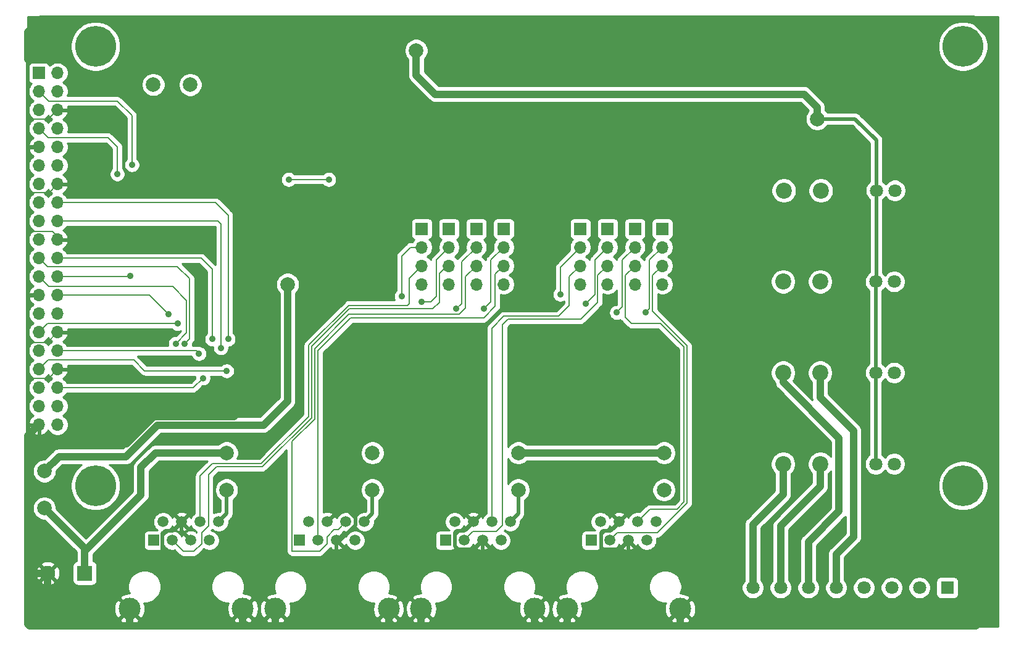
<source format=gbl>
G04 #@! TF.GenerationSoftware,KiCad,Pcbnew,5.1.9*
G04 #@! TF.CreationDate,2021-02-24T22:30:28+01:00*
G04 #@! TF.ProjectId,rpi_module,7270695f-6d6f-4647-956c-652e6b696361,rev?*
G04 #@! TF.SameCoordinates,Original*
G04 #@! TF.FileFunction,Copper,L2,Bot*
G04 #@! TF.FilePolarity,Positive*
%FSLAX46Y46*%
G04 Gerber Fmt 4.6, Leading zero omitted, Abs format (unit mm)*
G04 Created by KiCad (PCBNEW 5.1.9) date 2021-02-24 22:30:28*
%MOMM*%
%LPD*%
G01*
G04 APERTURE LIST*
G04 #@! TA.AperFunction,ComponentPad*
%ADD10C,2.100000*%
G04 #@! TD*
G04 #@! TA.AperFunction,ComponentPad*
%ADD11R,2.100000X2.100000*%
G04 #@! TD*
G04 #@! TA.AperFunction,ComponentPad*
%ADD12C,1.800000*%
G04 #@! TD*
G04 #@! TA.AperFunction,ComponentPad*
%ADD13R,1.800000X1.800000*%
G04 #@! TD*
G04 #@! TA.AperFunction,ComponentPad*
%ADD14C,2.200000*%
G04 #@! TD*
G04 #@! TA.AperFunction,ComponentPad*
%ADD15C,5.600000*%
G04 #@! TD*
G04 #@! TA.AperFunction,ComponentPad*
%ADD16C,1.500000*%
G04 #@! TD*
G04 #@! TA.AperFunction,ComponentPad*
%ADD17C,3.000000*%
G04 #@! TD*
G04 #@! TA.AperFunction,ComponentPad*
%ADD18R,1.500000X1.500000*%
G04 #@! TD*
G04 #@! TA.AperFunction,ComponentPad*
%ADD19O,1.700000X1.700000*%
G04 #@! TD*
G04 #@! TA.AperFunction,ComponentPad*
%ADD20R,1.700000X1.700000*%
G04 #@! TD*
G04 #@! TA.AperFunction,ComponentPad*
%ADD21C,2.000000*%
G04 #@! TD*
G04 #@! TA.AperFunction,ViaPad*
%ADD22C,0.900000*%
G04 #@! TD*
G04 #@! TA.AperFunction,ViaPad*
%ADD23C,2.000000*%
G04 #@! TD*
G04 #@! TA.AperFunction,Conductor*
%ADD24C,1.000000*%
G04 #@! TD*
G04 #@! TA.AperFunction,Conductor*
%ADD25C,0.500000*%
G04 #@! TD*
G04 #@! TA.AperFunction,Conductor*
%ADD26C,0.200000*%
G04 #@! TD*
G04 #@! TA.AperFunction,Conductor*
%ADD27C,0.254000*%
G04 #@! TD*
G04 #@! TA.AperFunction,Conductor*
%ADD28C,0.150000*%
G04 #@! TD*
G04 APERTURE END LIST*
D10*
X203460000Y-141500000D03*
D11*
X208540000Y-141500000D03*
D12*
X300165000Y-143500000D03*
X303975000Y-143500000D03*
X307785000Y-143500000D03*
X311595000Y-143500000D03*
X315405000Y-143500000D03*
X319215000Y-143500000D03*
X323025000Y-143500000D03*
D13*
X326835000Y-143500000D03*
D12*
X319660000Y-89010500D03*
X317120000Y-89010500D03*
D14*
X304420000Y-89010500D03*
X309500000Y-89010500D03*
D12*
X319564500Y-101510500D03*
X317024500Y-101510500D03*
D14*
X304324500Y-101510500D03*
X309404500Y-101510500D03*
D12*
X319564500Y-114010500D03*
X317024500Y-114010500D03*
D14*
X304324500Y-114010500D03*
X309404500Y-114010500D03*
D12*
X319564500Y-126510500D03*
X317024500Y-126510500D03*
D14*
X304324500Y-126510500D03*
X309404500Y-126510500D03*
D15*
X329000000Y-129500000D03*
X329000000Y-69250000D03*
X210000000Y-69250000D03*
X210000000Y-129500000D03*
D16*
X284350000Y-134460000D03*
X286890000Y-134460000D03*
D17*
X274675000Y-146400000D03*
D16*
X279270000Y-134460000D03*
D18*
X278000000Y-137000000D03*
D16*
X285620000Y-137000000D03*
X281810000Y-134460000D03*
X283080000Y-137000000D03*
X280540000Y-137000000D03*
D17*
X290215000Y-146400000D03*
D16*
X264350000Y-134460000D03*
X266890000Y-134460000D03*
D17*
X254675000Y-146400000D03*
D16*
X259270000Y-134460000D03*
D18*
X258000000Y-137000000D03*
D16*
X265620000Y-137000000D03*
X261810000Y-134460000D03*
X263080000Y-137000000D03*
X260540000Y-137000000D03*
D17*
X270215000Y-146400000D03*
D16*
X244350000Y-134460000D03*
X246890000Y-134460000D03*
D17*
X234675000Y-146400000D03*
D16*
X239270000Y-134460000D03*
D18*
X238000000Y-137000000D03*
D16*
X245620000Y-137000000D03*
X241810000Y-134460000D03*
X243080000Y-137000000D03*
X240540000Y-137000000D03*
D17*
X250215000Y-146400000D03*
D16*
X224350000Y-134460000D03*
X226890000Y-134460000D03*
D17*
X214675000Y-146400000D03*
D16*
X219270000Y-134460000D03*
D18*
X218000000Y-137000000D03*
D16*
X225620000Y-137000000D03*
X221810000Y-134460000D03*
X223080000Y-137000000D03*
X220540000Y-137000000D03*
D17*
X230215000Y-146400000D03*
D19*
X287750000Y-101870000D03*
X287750000Y-99330000D03*
X287750000Y-96790000D03*
D20*
X287750000Y-94250000D03*
D19*
X284000000Y-101870000D03*
X284000000Y-99330000D03*
X284000000Y-96790000D03*
D20*
X284000000Y-94250000D03*
D19*
X280250000Y-101870000D03*
X280250000Y-99330000D03*
X280250000Y-96790000D03*
D20*
X280250000Y-94250000D03*
D19*
X276500000Y-101870000D03*
X276500000Y-99330000D03*
X276500000Y-96790000D03*
D20*
X276500000Y-94250000D03*
D19*
X266000000Y-101870000D03*
X266000000Y-99330000D03*
X266000000Y-96790000D03*
D20*
X266000000Y-94250000D03*
D19*
X262250000Y-101870000D03*
X262250000Y-99330000D03*
X262250000Y-96790000D03*
D20*
X262250000Y-94250000D03*
D19*
X258500000Y-101870000D03*
X258500000Y-99330000D03*
X258500000Y-96790000D03*
D20*
X258500000Y-94250000D03*
D19*
X254750000Y-101870000D03*
X254750000Y-99330000D03*
X254750000Y-96790000D03*
D20*
X254750000Y-94250000D03*
D21*
X287990000Y-130080000D03*
X288000000Y-125000000D03*
X267990000Y-130080000D03*
X268000000Y-125000000D03*
X247990000Y-130080000D03*
X248000000Y-125000000D03*
X227990000Y-130080000D03*
X228000000Y-125000000D03*
X217920000Y-74490000D03*
X223000000Y-74500000D03*
X202990000Y-132580000D03*
X203000000Y-127500000D03*
D19*
X204790000Y-121150000D03*
X202250000Y-121150000D03*
X204790000Y-118610000D03*
X202250000Y-118610000D03*
X204790000Y-116070000D03*
X202250000Y-116070000D03*
X204790000Y-113530000D03*
X202250000Y-113530000D03*
X204790000Y-110990000D03*
X202250000Y-110990000D03*
X204790000Y-108450000D03*
X202250000Y-108450000D03*
X204790000Y-105910000D03*
X202250000Y-105910000D03*
X204790000Y-103370000D03*
X202250000Y-103370000D03*
X204790000Y-100830000D03*
X202250000Y-100830000D03*
X204790000Y-98290000D03*
X202250000Y-98290000D03*
X204790000Y-95750000D03*
X202250000Y-95750000D03*
X204790000Y-93210000D03*
X202250000Y-93210000D03*
X204790000Y-90670000D03*
X202250000Y-90670000D03*
X204790000Y-88130000D03*
X202250000Y-88130000D03*
X204790000Y-85590000D03*
X202250000Y-85590000D03*
X204790000Y-83050000D03*
X202250000Y-83050000D03*
X204790000Y-80510000D03*
X202250000Y-80510000D03*
X204790000Y-77970000D03*
X202250000Y-77970000D03*
X204790000Y-75430000D03*
X202250000Y-75430000D03*
X204790000Y-72890000D03*
D20*
X202250000Y-72890000D03*
D22*
X240500000Y-72000000D03*
D23*
X254000000Y-69800000D03*
X309000000Y-79200000D03*
D22*
X246500000Y-77000000D03*
X240500000Y-77000000D03*
X238500000Y-75750000D03*
X241000000Y-75750000D03*
X244250000Y-75750000D03*
X247250000Y-75750000D03*
X248000000Y-74500000D03*
X245500000Y-74500000D03*
X242500000Y-74500000D03*
X240000000Y-74500000D03*
X247250000Y-73250000D03*
X244250000Y-73250000D03*
X242000000Y-73250000D03*
X239500000Y-73250000D03*
X247750000Y-72000000D03*
X245000000Y-72000000D03*
X242500000Y-72000000D03*
X238750000Y-72000000D03*
D23*
X240750000Y-94500000D03*
X230250000Y-102000000D03*
D22*
X243250000Y-77000000D03*
D23*
X236500000Y-72000000D03*
D22*
X262000000Y-84750000D03*
X265750000Y-84750000D03*
X254750000Y-85000000D03*
X250750000Y-85250000D03*
X287750000Y-85000000D03*
X284000000Y-84750000D03*
X276500000Y-84750000D03*
X271500000Y-84750000D03*
X297200000Y-77600000D03*
X286000000Y-117500000D03*
X294000000Y-66500000D03*
X229000000Y-138000000D03*
X248500000Y-137500000D03*
X277250000Y-104500000D03*
X221260774Y-107260774D03*
X259500000Y-105250000D03*
X215000000Y-85500000D03*
X263250000Y-105250000D03*
X273750000Y-103250000D03*
X213000000Y-86750000D03*
X252000000Y-103500000D03*
X254750000Y-104250000D03*
X228200000Y-109400000D03*
X227200000Y-110600000D03*
X226000000Y-109400000D03*
X222250000Y-110000000D03*
X221000000Y-110000000D03*
X285500000Y-105750000D03*
X214750000Y-100750000D03*
X281500000Y-105750000D03*
X220000000Y-106000000D03*
X224200000Y-111400000D03*
X228000000Y-113750000D03*
X224750000Y-114750000D03*
D23*
X236362500Y-101887500D03*
D22*
X242000000Y-87500000D03*
X236500000Y-87500000D03*
D24*
X254000000Y-73200000D02*
X254000000Y-69800000D01*
X256600000Y-75800000D02*
X254000000Y-73200000D01*
X309000000Y-77600000D02*
X307200000Y-75800000D01*
X307200000Y-75800000D02*
X256600000Y-75800000D01*
X309000000Y-79200000D02*
X309000000Y-79200000D01*
X309000000Y-79200000D02*
X309000000Y-77600000D01*
D25*
X309000000Y-79200000D02*
X314200000Y-79200000D01*
X317120000Y-82120000D02*
X317120000Y-89010500D01*
X314200000Y-79200000D02*
X317120000Y-82120000D01*
X317120000Y-101415000D02*
X317024500Y-101510500D01*
X317120000Y-89010500D02*
X317120000Y-101415000D01*
X317024500Y-101510500D02*
X317024500Y-114010500D01*
X317024500Y-114010500D02*
X317024500Y-126510500D01*
D24*
X215250000Y-122750000D02*
X218000000Y-120000000D01*
X218000000Y-120000000D02*
X229000000Y-120000000D01*
X229000000Y-120000000D02*
X230250000Y-118750000D01*
X230250000Y-118750000D02*
X230250000Y-103750000D01*
X230250000Y-103750000D02*
X230250000Y-102000000D01*
X240750000Y-94500000D02*
X240750000Y-94250000D01*
X230250000Y-102000000D02*
X230250000Y-102000000D01*
X240750000Y-94500000D02*
X244250000Y-91000000D01*
X244250000Y-78000000D02*
X243250000Y-77000000D01*
X243250000Y-76750000D02*
X242250000Y-75750000D01*
X243250000Y-77000000D02*
X243250000Y-76750000D01*
X242250000Y-75500000D02*
X241250000Y-74500000D01*
X242250000Y-75750000D02*
X242250000Y-75500000D01*
X241250000Y-73750000D02*
X240750000Y-73250000D01*
X241250000Y-74500000D02*
X241250000Y-73750000D01*
X240750000Y-72750000D02*
X240000000Y-72000000D01*
X240750000Y-73250000D02*
X240750000Y-72750000D01*
X240000000Y-72000000D02*
X238750000Y-72000000D01*
X238750000Y-72000000D02*
X236500000Y-72000000D01*
X236500000Y-72000000D02*
X236250000Y-72000000D01*
X201000000Y-148750000D02*
X200750000Y-148500000D01*
X201249990Y-148749990D02*
X201249980Y-148750000D01*
X200750000Y-122650000D02*
X202250000Y-121150000D01*
X201249980Y-148750000D02*
X201000000Y-148750000D01*
X214250000Y-123750000D02*
X215250000Y-122750000D01*
X200750000Y-123750000D02*
X214250000Y-123750000D01*
X200750000Y-123750000D02*
X200750000Y-122650000D01*
X240750000Y-94500000D02*
X233000000Y-94500000D01*
X230250000Y-97250000D02*
X230250000Y-102000000D01*
X233000000Y-94500000D02*
X230250000Y-97250000D01*
D26*
X261750000Y-85000000D02*
X262000000Y-84750000D01*
X254750000Y-85000000D02*
X261750000Y-85000000D01*
X262000000Y-84750000D02*
X265750000Y-84750000D01*
X254500000Y-85250000D02*
X254750000Y-85000000D01*
D24*
X244250000Y-91000000D02*
X244250000Y-85250000D01*
D26*
X244250000Y-85250000D02*
X250750000Y-85250000D01*
D24*
X244250000Y-85250000D02*
X244250000Y-78000000D01*
D26*
X250750000Y-85250000D02*
X254500000Y-85250000D01*
X287500000Y-84750000D02*
X287750000Y-85000000D01*
X265750000Y-84750000D02*
X271500000Y-84750000D01*
X284000000Y-84750000D02*
X287500000Y-84750000D01*
X276500000Y-84750000D02*
X284000000Y-84750000D01*
X271500000Y-84750000D02*
X276500000Y-84750000D01*
D25*
X200950000Y-83050000D02*
X200750000Y-83250000D01*
X202250000Y-83050000D02*
X200950000Y-83050000D01*
X200880000Y-103370000D02*
X200750000Y-103500000D01*
X202250000Y-103370000D02*
X200880000Y-103370000D01*
D26*
X204790000Y-77970000D02*
X203510000Y-79250000D01*
X203510000Y-79250000D02*
X200750000Y-79250000D01*
D25*
X200750000Y-79250000D02*
X200750000Y-71000000D01*
X200750000Y-83250000D02*
X200750000Y-79250000D01*
X200750000Y-89250000D02*
X200750000Y-83250000D01*
D26*
X200780001Y-89280001D02*
X200750000Y-89250000D01*
X203639999Y-89280001D02*
X200780001Y-89280001D01*
X204790000Y-88130000D02*
X203639999Y-89280001D01*
X200900001Y-96900001D02*
X200750000Y-96750000D01*
D25*
X200750000Y-103500000D02*
X200750000Y-96750000D01*
X200750000Y-109750000D02*
X200750000Y-103500000D01*
D26*
X200839999Y-109839999D02*
X200750000Y-109750000D01*
X203400001Y-109839999D02*
X200839999Y-109839999D01*
X204790000Y-108450000D02*
X203400001Y-109839999D01*
X204790000Y-113530000D02*
X203570000Y-114750000D01*
X203570000Y-114750000D02*
X200750000Y-114750000D01*
D25*
X200750000Y-114750000D02*
X200750000Y-109750000D01*
X200750000Y-122650000D02*
X200750000Y-114750000D01*
D24*
X208750000Y-148749990D02*
X208249990Y-148749990D01*
X290215000Y-148464980D02*
X290500010Y-148749990D01*
X290215000Y-146400000D02*
X290215000Y-148464980D01*
X274675000Y-148325000D02*
X274250010Y-148749990D01*
X274675000Y-146400000D02*
X274675000Y-148325000D01*
X270215000Y-148215000D02*
X270749990Y-148749990D01*
X270215000Y-146400000D02*
X270215000Y-148215000D01*
X270749990Y-148749990D02*
X274250010Y-148749990D01*
X254675000Y-148574980D02*
X254499990Y-148749990D01*
X254675000Y-146400000D02*
X254675000Y-148574980D01*
X250215000Y-148215000D02*
X250749990Y-148749990D01*
X250215000Y-146400000D02*
X250215000Y-148215000D01*
X250749990Y-148749990D02*
X254499990Y-148749990D01*
X234675000Y-148574980D02*
X234499990Y-148749990D01*
X234675000Y-146400000D02*
X234675000Y-148574980D01*
X230215000Y-148215000D02*
X230749990Y-148749990D01*
X230215000Y-146400000D02*
X230215000Y-148215000D01*
X230749990Y-148749990D02*
X234499990Y-148749990D01*
X214675000Y-148574980D02*
X214499990Y-148749990D01*
X214675000Y-146400000D02*
X214675000Y-148574980D01*
X208249990Y-148749990D02*
X214499990Y-148749990D01*
D25*
X221810000Y-135730000D02*
X223080000Y-137000000D01*
X221810000Y-134460000D02*
X221810000Y-135730000D01*
X223080000Y-148420000D02*
X222750010Y-148749990D01*
D24*
X222750010Y-148749990D02*
X230749990Y-148749990D01*
D25*
X243080000Y-147580000D02*
X244249990Y-148749990D01*
X243080000Y-137000000D02*
X243080000Y-147580000D01*
D24*
X244249990Y-148749990D02*
X250749990Y-148749990D01*
X234499990Y-148749990D02*
X244249990Y-148749990D01*
D25*
X263080000Y-148330000D02*
X263499990Y-148749990D01*
X263080000Y-137000000D02*
X263080000Y-148330000D01*
D24*
X263499990Y-148749990D02*
X270749990Y-148749990D01*
X254499990Y-148749990D02*
X263499990Y-148749990D01*
D25*
X283080000Y-148579980D02*
X283250010Y-148749990D01*
D24*
X283250010Y-148749990D02*
X290500010Y-148749990D01*
D25*
X283080000Y-137000000D02*
X283080000Y-148579980D01*
D24*
X274250010Y-148749990D02*
X283250010Y-148749990D01*
D26*
X204790000Y-95750000D02*
X204790000Y-95290000D01*
X200900001Y-94599999D02*
X200750000Y-94750000D01*
X204099999Y-94599999D02*
X200900001Y-94599999D01*
X204790000Y-95290000D02*
X204099999Y-94599999D01*
D25*
X200750000Y-94750000D02*
X200750000Y-89250000D01*
X200750000Y-96750000D02*
X200750000Y-94750000D01*
X219200001Y-148549979D02*
X218999990Y-148749990D01*
X219200001Y-136049999D02*
X219200001Y-148549979D01*
X219589999Y-135660001D02*
X219200001Y-136049999D01*
X220609999Y-135660001D02*
X219589999Y-135660001D01*
X221810000Y-134460000D02*
X220609999Y-135660001D01*
D24*
X218999990Y-148749990D02*
X222750010Y-148749990D01*
X214499990Y-148749990D02*
X218999990Y-148749990D01*
D25*
X241810000Y-134460000D02*
X243270000Y-133000000D01*
X243270000Y-133000000D02*
X244750000Y-133000000D01*
X245689999Y-133939999D02*
X245689999Y-134896003D01*
X243586002Y-137000000D02*
X243080000Y-137000000D01*
X245689999Y-134896003D02*
X243586002Y-137000000D01*
X244750000Y-133000000D02*
X245689999Y-133939999D01*
X259339999Y-135910001D02*
X259339999Y-137839999D01*
X259589999Y-135660001D02*
X259339999Y-135910001D01*
X260609999Y-135660001D02*
X259589999Y-135660001D01*
X261810000Y-134460000D02*
X260609999Y-135660001D01*
X261879999Y-138200001D02*
X263080000Y-137000000D01*
X259700001Y-138200001D02*
X261879999Y-138200001D01*
X259339999Y-137839999D02*
X259700001Y-138200001D01*
X279339999Y-135910001D02*
X279339999Y-138089999D01*
X279589999Y-135660001D02*
X279339999Y-135910001D01*
X280609999Y-135660001D02*
X279589999Y-135660001D01*
X281810000Y-134460000D02*
X280609999Y-135660001D01*
X279450001Y-138200001D02*
X281879999Y-138200001D01*
X281879999Y-138200001D02*
X283080000Y-137000000D01*
X279339999Y-138089999D02*
X279450001Y-138200001D01*
D26*
X287750000Y-85000000D02*
X294600000Y-85000000D01*
X297200000Y-82400000D02*
X297200000Y-77600000D01*
X294600000Y-85000000D02*
X297200000Y-82400000D01*
D24*
X203460000Y-141500000D02*
X201000000Y-141500000D01*
X200750000Y-141250000D02*
X200750000Y-123750000D01*
X201000000Y-141500000D02*
X200750000Y-141250000D01*
X200750000Y-148500000D02*
X200750000Y-141250000D01*
X203460000Y-148460000D02*
X203749990Y-148749990D01*
X203460000Y-141500000D02*
X203460000Y-148460000D01*
X203749990Y-148749990D02*
X201249990Y-148749990D01*
X208249990Y-148749990D02*
X203749990Y-148749990D01*
X202500000Y-65500000D02*
X200750000Y-67250000D01*
X200750000Y-67250000D02*
X200750000Y-71000000D01*
X330430002Y-65500000D02*
X202500000Y-65500000D01*
X333500000Y-68569998D02*
X330430002Y-65500000D01*
X333500000Y-146000000D02*
X333500000Y-68569998D01*
X330750010Y-148749990D02*
X333500000Y-146000000D01*
X290500010Y-148749990D02*
X330750010Y-148749990D01*
D26*
X280250000Y-96790000D02*
X278500000Y-98540000D01*
X278500000Y-98540000D02*
X278500000Y-103250000D01*
X278500000Y-103250000D02*
X277250000Y-104500000D01*
X277250000Y-104500000D02*
X277250000Y-104500000D01*
X202250000Y-108450000D02*
X203450000Y-107250000D01*
X204510774Y-107260774D02*
X221260774Y-107260774D01*
X204500000Y-107250000D02*
X204510774Y-107260774D01*
X203450000Y-107250000D02*
X204500000Y-107250000D01*
X262250000Y-96790000D02*
X260250000Y-98790000D01*
X260250000Y-98790000D02*
X260250000Y-104500000D01*
X260250000Y-104500000D02*
X259500000Y-105250000D01*
X259500000Y-105250000D02*
X259500000Y-105250000D01*
X202250000Y-75430000D02*
X203570000Y-76750000D01*
X203570000Y-76750000D02*
X213000000Y-76750000D01*
X213000000Y-76750000D02*
X215000000Y-78750000D01*
X215000000Y-78750000D02*
X215000000Y-85500000D01*
X215000000Y-85500000D02*
X215000000Y-85500000D01*
X266000000Y-96790000D02*
X264250000Y-98540000D01*
X264250000Y-98540000D02*
X264250000Y-104250000D01*
X264250000Y-104250000D02*
X263250000Y-105250000D01*
X263250000Y-105250000D02*
X263250000Y-105250000D01*
X276500000Y-96790000D02*
X273750000Y-99540000D01*
X273750000Y-99540000D02*
X273750000Y-103250000D01*
X273750000Y-103250000D02*
X273750000Y-103250000D01*
X202250000Y-80510000D02*
X203490000Y-81750000D01*
X203490000Y-81750000D02*
X211750000Y-81750000D01*
X213000000Y-83000000D02*
X213000000Y-86750000D01*
X211750000Y-81750000D02*
X213000000Y-83000000D01*
X254750000Y-96790000D02*
X253210000Y-96790000D01*
X253210000Y-96790000D02*
X252000000Y-98000000D01*
X252000000Y-98000000D02*
X252000000Y-103500000D01*
X252000000Y-103500000D02*
X252000000Y-103500000D01*
X258500000Y-96790000D02*
X256750000Y-98540000D01*
X256750000Y-98540000D02*
X256750000Y-103500000D01*
X256750000Y-103500000D02*
X256000000Y-104250000D01*
X256000000Y-104250000D02*
X254750000Y-104250000D01*
X254750000Y-104250000D02*
X254750000Y-104250000D01*
X204790000Y-90670000D02*
X225670000Y-90670000D01*
X225670000Y-90670000D02*
X226470000Y-90670000D01*
X226470000Y-90670000D02*
X228200000Y-92400000D01*
X228200000Y-92400000D02*
X228200000Y-109400000D01*
X228200000Y-109400000D02*
X228200000Y-109400000D01*
X204790000Y-93210000D02*
X226810000Y-93210000D01*
X226810000Y-93210000D02*
X227200000Y-93600000D01*
X227200000Y-93600000D02*
X227200000Y-110600000D01*
X227200000Y-110600000D02*
X227200000Y-110600000D01*
X204790000Y-98290000D02*
X224490000Y-98290000D01*
X224490000Y-98290000D02*
X226000000Y-99800000D01*
X226000000Y-99800000D02*
X226000000Y-109400000D01*
X226000000Y-109400000D02*
X226000000Y-109400000D01*
X222900010Y-109349990D02*
X222250000Y-110000000D01*
X221240021Y-99440001D02*
X222900010Y-101099990D01*
X203400001Y-99440001D02*
X221240021Y-99440001D01*
X202250000Y-98290000D02*
X203400001Y-99440001D01*
X222900010Y-101099990D02*
X222900010Y-109349990D01*
X222500000Y-108500000D02*
X221000000Y-110000000D01*
X202250000Y-100830000D02*
X203620000Y-102200000D01*
X220600000Y-102200000D02*
X222500000Y-104100000D01*
X203620000Y-102200000D02*
X220600000Y-102200000D01*
X222500000Y-104100000D02*
X222500000Y-108500000D01*
X287750000Y-96790000D02*
X286000000Y-98540000D01*
X286000000Y-98540000D02*
X286000000Y-105250000D01*
X286000000Y-105250000D02*
X285500000Y-105750000D01*
X285500000Y-105750000D02*
X285500000Y-105750000D01*
X214670000Y-100830000D02*
X214750000Y-100750000D01*
X204790000Y-100830000D02*
X214670000Y-100830000D01*
X284000000Y-96790000D02*
X282250000Y-98540000D01*
X282250000Y-98540000D02*
X282250000Y-105000000D01*
X282250000Y-105000000D02*
X281500000Y-105750000D01*
X281500000Y-105750000D02*
X281500000Y-105750000D01*
X217370000Y-103370000D02*
X220000000Y-106000000D01*
X204790000Y-103370000D02*
X217370000Y-103370000D01*
X204790000Y-110990000D02*
X223790000Y-110990000D01*
X223790000Y-110990000D02*
X224200000Y-111400000D01*
X224200000Y-111400000D02*
X224200000Y-111400000D01*
X202250000Y-113530000D02*
X203500000Y-112280000D01*
X203500000Y-112280000D02*
X215280000Y-112280000D01*
X215280000Y-112280000D02*
X216750000Y-113750000D01*
X228000000Y-113750000D02*
X223500000Y-113750000D01*
X223500000Y-113750000D02*
X223750000Y-113750000D01*
X216750000Y-113750000D02*
X223500000Y-113750000D01*
X223430000Y-116070000D02*
X224750000Y-114750000D01*
X204790000Y-116070000D02*
X223430000Y-116070000D01*
D24*
X236362500Y-117887500D02*
X236362500Y-101887500D01*
X233049990Y-121200010D02*
X236362500Y-117887500D01*
X218497060Y-121200010D02*
X233049990Y-121200010D01*
X203000000Y-127500000D02*
X205000000Y-125500000D01*
X214197070Y-125500000D02*
X215598535Y-124098535D01*
X205000000Y-125500000D02*
X214197070Y-125500000D01*
X215598535Y-124098535D02*
X218497060Y-121200010D01*
X215000000Y-124697070D02*
X215598535Y-124098535D01*
D26*
X242000000Y-87500000D02*
X242000000Y-87500000D01*
X242000000Y-87500000D02*
X236500000Y-87500000D01*
X236500000Y-87500000D02*
X236500000Y-87500000D01*
X224350000Y-134460000D02*
X224350000Y-128150000D01*
X224350000Y-128150000D02*
X226000000Y-126500000D01*
X226000000Y-126500000D02*
X232750000Y-126500000D01*
X232750000Y-126500000D02*
X239250000Y-120000000D01*
X239250000Y-120000000D02*
X239250000Y-110250000D01*
X239250000Y-110250000D02*
X244750000Y-104750000D01*
X244750000Y-104750000D02*
X252750000Y-104750000D01*
X252750000Y-104750000D02*
X253000000Y-104500000D01*
X253000000Y-101080000D02*
X254750000Y-99330000D01*
X253000000Y-104500000D02*
X253000000Y-101080000D01*
X258170000Y-99330000D02*
X258500000Y-99330000D01*
X257150010Y-100349990D02*
X258170000Y-99330000D01*
X257150010Y-104349990D02*
X257150010Y-100349990D01*
X220540000Y-137000000D02*
X222040000Y-138500000D01*
X223500000Y-138500000D02*
X224569999Y-137430001D01*
X224569999Y-137430001D02*
X224569999Y-135930001D01*
X222040000Y-138500000D02*
X223500000Y-138500000D01*
X225500000Y-135000000D02*
X225500000Y-128000000D01*
X224569999Y-135930001D02*
X225500000Y-135000000D01*
X239650010Y-120165689D02*
X239650010Y-110415688D01*
X225500000Y-128000000D02*
X226599990Y-126900010D01*
X226599990Y-126900010D02*
X232915689Y-126900010D01*
X232915689Y-126900010D02*
X239650010Y-120165689D01*
X256250000Y-105250000D02*
X257150010Y-104349990D01*
X244815698Y-105250000D02*
X256250000Y-105250000D01*
X239650010Y-110415688D02*
X244815698Y-105250000D01*
X243299999Y-135510001D02*
X244350000Y-134460000D01*
X262250000Y-99330000D02*
X260750000Y-100830000D01*
X260750000Y-100830000D02*
X260750000Y-105110002D01*
X237000000Y-138500000D02*
X240750000Y-138500000D01*
X260750000Y-105110002D02*
X259860001Y-106000001D01*
X236949999Y-138449999D02*
X237000000Y-138500000D01*
X240050020Y-110699980D02*
X240050020Y-120331378D01*
X241750000Y-137500000D02*
X241750000Y-136500000D01*
X242739999Y-135510001D02*
X243299999Y-135510001D01*
X259860001Y-106000001D02*
X244749999Y-106000001D01*
X240050020Y-120331378D02*
X236949999Y-123431398D01*
X244749999Y-106000001D02*
X240050020Y-110699980D01*
X240750000Y-138500000D02*
X241750000Y-137500000D01*
X236949999Y-123431398D02*
X236949999Y-138449999D01*
X241750000Y-136500000D02*
X242739999Y-135510001D01*
X240540000Y-137000000D02*
X240540000Y-110960000D01*
X240540000Y-110960000D02*
X245000000Y-106500000D01*
X245000000Y-106500000D02*
X263250000Y-106500000D01*
X263250000Y-106500000D02*
X264849999Y-104900001D01*
X264849999Y-100480001D02*
X266000000Y-99330000D01*
X264849999Y-104900001D02*
X264849999Y-100480001D01*
X264350000Y-134460000D02*
X264350000Y-107900000D01*
X264350000Y-107900000D02*
X266000000Y-106250000D01*
X266000000Y-106250000D02*
X273500000Y-106250000D01*
X273500000Y-106250000D02*
X275000000Y-104750000D01*
X275000000Y-100830000D02*
X276500000Y-99330000D01*
X275000000Y-104750000D02*
X275000000Y-100830000D01*
X265000000Y-135750000D02*
X261790000Y-135750000D01*
X265839999Y-107410001D02*
X265839999Y-134910001D01*
X265839999Y-134910001D02*
X265000000Y-135750000D01*
X266599990Y-106650010D02*
X265839999Y-107410001D01*
X276599990Y-106650010D02*
X266599990Y-106650010D01*
X261790000Y-135750000D02*
X260540000Y-137000000D01*
X278900010Y-100679990D02*
X278900010Y-104349990D01*
X278900010Y-104349990D02*
X276599990Y-106650010D01*
X280250000Y-99330000D02*
X278900010Y-100679990D01*
X286060000Y-132750000D02*
X284350000Y-134460000D01*
X289750000Y-132750000D02*
X286060000Y-132750000D01*
X290750000Y-131750000D02*
X289750000Y-132750000D01*
X290750000Y-110500000D02*
X290750000Y-131750000D01*
X287500000Y-107250000D02*
X290750000Y-110500000D01*
X283500000Y-107250000D02*
X287500000Y-107250000D01*
X282650010Y-106400010D02*
X283500000Y-107250000D01*
X282650010Y-100679990D02*
X282650010Y-106400010D01*
X284000000Y-99330000D02*
X282650010Y-100679990D01*
X281590001Y-135949999D02*
X280540000Y-137000000D01*
X291150010Y-131915689D02*
X287115699Y-135949999D01*
X287115699Y-135949999D02*
X281590001Y-135949999D01*
X291150010Y-110334311D02*
X291150010Y-131915689D01*
X286400010Y-105584312D02*
X291150010Y-110334311D01*
X286400010Y-100679990D02*
X286400010Y-105584312D01*
X287750000Y-99330000D02*
X286400010Y-100679990D01*
D24*
X218250000Y-125000000D02*
X228000000Y-125000000D01*
X216250000Y-127000000D02*
X218250000Y-125000000D01*
X268000000Y-125000000D02*
X288000000Y-125000000D01*
X202990000Y-132580000D02*
X208500000Y-138090000D01*
X208500000Y-141460000D02*
X208540000Y-141500000D01*
X208500000Y-138090000D02*
X208500000Y-141460000D01*
X208540000Y-138460000D02*
X216250000Y-130750000D01*
X208540000Y-141500000D02*
X208540000Y-138460000D01*
X216250000Y-130750000D02*
X216250000Y-127000000D01*
D25*
X227990000Y-133360000D02*
X226890000Y-134460000D01*
X227990000Y-130080000D02*
X227990000Y-133360000D01*
X247990000Y-133360000D02*
X246890000Y-134460000D01*
X247990000Y-130080000D02*
X247990000Y-133360000D01*
X267990000Y-133360000D02*
X266890000Y-134460000D01*
X267990000Y-130080000D02*
X267990000Y-133360000D01*
D24*
X309404500Y-114010500D02*
X309404500Y-117404500D01*
X309404500Y-117404500D02*
X314000000Y-122000000D01*
X314000000Y-122000000D02*
X314000000Y-136500000D01*
X311595000Y-138905000D02*
X311595000Y-143500000D01*
X314000000Y-136500000D02*
X311595000Y-138905000D01*
X307785000Y-143500000D02*
X307785000Y-137215000D01*
X307785000Y-137215000D02*
X312000000Y-133000000D01*
X312000000Y-133000000D02*
X312000000Y-123000000D01*
X304324500Y-115324500D02*
X304324500Y-114010500D01*
X312000000Y-123000000D02*
X304324500Y-115324500D01*
X303975000Y-143500000D02*
X303975000Y-135025000D01*
X309404500Y-129595500D02*
X309404500Y-126510500D01*
X303975000Y-135025000D02*
X309404500Y-129595500D01*
X304324500Y-126510500D02*
X304324500Y-130675500D01*
X300165000Y-134835000D02*
X300165000Y-143500000D01*
X304324500Y-130675500D02*
X300165000Y-134835000D01*
D27*
X333815000Y-148815000D02*
X200685000Y-148815000D01*
X200685000Y-147891653D01*
X213362952Y-147891653D01*
X213518962Y-148207214D01*
X213893745Y-148398020D01*
X214298551Y-148512044D01*
X214717824Y-148544902D01*
X215135451Y-148495334D01*
X215535383Y-148365243D01*
X215831038Y-148207214D01*
X215987048Y-147891653D01*
X228902952Y-147891653D01*
X229058962Y-148207214D01*
X229433745Y-148398020D01*
X229838551Y-148512044D01*
X230257824Y-148544902D01*
X230675451Y-148495334D01*
X231075383Y-148365243D01*
X231371038Y-148207214D01*
X231527048Y-147891653D01*
X233362952Y-147891653D01*
X233518962Y-148207214D01*
X233893745Y-148398020D01*
X234298551Y-148512044D01*
X234717824Y-148544902D01*
X235135451Y-148495334D01*
X235535383Y-148365243D01*
X235831038Y-148207214D01*
X235987048Y-147891653D01*
X248902952Y-147891653D01*
X249058962Y-148207214D01*
X249433745Y-148398020D01*
X249838551Y-148512044D01*
X250257824Y-148544902D01*
X250675451Y-148495334D01*
X251075383Y-148365243D01*
X251371038Y-148207214D01*
X251527048Y-147891653D01*
X253362952Y-147891653D01*
X253518962Y-148207214D01*
X253893745Y-148398020D01*
X254298551Y-148512044D01*
X254717824Y-148544902D01*
X255135451Y-148495334D01*
X255535383Y-148365243D01*
X255831038Y-148207214D01*
X255987048Y-147891653D01*
X268902952Y-147891653D01*
X269058962Y-148207214D01*
X269433745Y-148398020D01*
X269838551Y-148512044D01*
X270257824Y-148544902D01*
X270675451Y-148495334D01*
X271075383Y-148365243D01*
X271371038Y-148207214D01*
X271527048Y-147891653D01*
X273362952Y-147891653D01*
X273518962Y-148207214D01*
X273893745Y-148398020D01*
X274298551Y-148512044D01*
X274717824Y-148544902D01*
X275135451Y-148495334D01*
X275535383Y-148365243D01*
X275831038Y-148207214D01*
X275987048Y-147891653D01*
X288902952Y-147891653D01*
X289058962Y-148207214D01*
X289433745Y-148398020D01*
X289838551Y-148512044D01*
X290257824Y-148544902D01*
X290675451Y-148495334D01*
X291075383Y-148365243D01*
X291371038Y-148207214D01*
X291527048Y-147891653D01*
X290215000Y-146579605D01*
X288902952Y-147891653D01*
X275987048Y-147891653D01*
X274675000Y-146579605D01*
X273362952Y-147891653D01*
X271527048Y-147891653D01*
X270215000Y-146579605D01*
X268902952Y-147891653D01*
X255987048Y-147891653D01*
X254675000Y-146579605D01*
X253362952Y-147891653D01*
X251527048Y-147891653D01*
X250215000Y-146579605D01*
X248902952Y-147891653D01*
X235987048Y-147891653D01*
X234675000Y-146579605D01*
X233362952Y-147891653D01*
X231527048Y-147891653D01*
X230215000Y-146579605D01*
X228902952Y-147891653D01*
X215987048Y-147891653D01*
X214675000Y-146579605D01*
X213362952Y-147891653D01*
X200685000Y-147891653D01*
X200685000Y-146442824D01*
X212530098Y-146442824D01*
X212579666Y-146860451D01*
X212709757Y-147260383D01*
X212867786Y-147556038D01*
X213183347Y-147712048D01*
X214495395Y-146400000D01*
X213183347Y-145087952D01*
X212867786Y-145243962D01*
X212676980Y-145618745D01*
X212562956Y-146023551D01*
X212530098Y-146442824D01*
X200685000Y-146442824D01*
X200685000Y-144908347D01*
X213362952Y-144908347D01*
X214675000Y-146220395D01*
X214689143Y-146206253D01*
X214868748Y-146385858D01*
X214854605Y-146400000D01*
X216166653Y-147712048D01*
X216482214Y-147556038D01*
X216673020Y-147181255D01*
X216787044Y-146776449D01*
X216819902Y-146357176D01*
X216770334Y-145939549D01*
X216663137Y-145610000D01*
X216952591Y-145610000D01*
X217389218Y-145523149D01*
X217800511Y-145352786D01*
X218170666Y-145105456D01*
X218485456Y-144790666D01*
X218732786Y-144420511D01*
X218903149Y-144009218D01*
X218990000Y-143572591D01*
X218990000Y-143127409D01*
X225900000Y-143127409D01*
X225900000Y-143572591D01*
X225986851Y-144009218D01*
X226157214Y-144420511D01*
X226404544Y-144790666D01*
X226719334Y-145105456D01*
X227089489Y-145352786D01*
X227500782Y-145523149D01*
X227937409Y-145610000D01*
X228221432Y-145610000D01*
X228216980Y-145618745D01*
X228102956Y-146023551D01*
X228070098Y-146442824D01*
X228119666Y-146860451D01*
X228249757Y-147260383D01*
X228407786Y-147556038D01*
X228723347Y-147712048D01*
X230035395Y-146400000D01*
X230394605Y-146400000D01*
X231706653Y-147712048D01*
X232022214Y-147556038D01*
X232213020Y-147181255D01*
X232327044Y-146776449D01*
X232353189Y-146442824D01*
X232530098Y-146442824D01*
X232579666Y-146860451D01*
X232709757Y-147260383D01*
X232867786Y-147556038D01*
X233183347Y-147712048D01*
X234495395Y-146400000D01*
X233183347Y-145087952D01*
X232867786Y-145243962D01*
X232676980Y-145618745D01*
X232562956Y-146023551D01*
X232530098Y-146442824D01*
X232353189Y-146442824D01*
X232359902Y-146357176D01*
X232310334Y-145939549D01*
X232180243Y-145539617D01*
X232022214Y-145243962D01*
X231706653Y-145087952D01*
X230394605Y-146400000D01*
X230035395Y-146400000D01*
X230021253Y-146385858D01*
X230200858Y-146206253D01*
X230215000Y-146220395D01*
X231527048Y-144908347D01*
X233362952Y-144908347D01*
X234675000Y-146220395D01*
X234689143Y-146206253D01*
X234868748Y-146385858D01*
X234854605Y-146400000D01*
X236166653Y-147712048D01*
X236482214Y-147556038D01*
X236673020Y-147181255D01*
X236787044Y-146776449D01*
X236819902Y-146357176D01*
X236770334Y-145939549D01*
X236663137Y-145610000D01*
X236952591Y-145610000D01*
X237389218Y-145523149D01*
X237800511Y-145352786D01*
X238170666Y-145105456D01*
X238485456Y-144790666D01*
X238732786Y-144420511D01*
X238903149Y-144009218D01*
X238990000Y-143572591D01*
X238990000Y-143127409D01*
X245900000Y-143127409D01*
X245900000Y-143572591D01*
X245986851Y-144009218D01*
X246157214Y-144420511D01*
X246404544Y-144790666D01*
X246719334Y-145105456D01*
X247089489Y-145352786D01*
X247500782Y-145523149D01*
X247937409Y-145610000D01*
X248221432Y-145610000D01*
X248216980Y-145618745D01*
X248102956Y-146023551D01*
X248070098Y-146442824D01*
X248119666Y-146860451D01*
X248249757Y-147260383D01*
X248407786Y-147556038D01*
X248723347Y-147712048D01*
X250035395Y-146400000D01*
X250394605Y-146400000D01*
X251706653Y-147712048D01*
X252022214Y-147556038D01*
X252213020Y-147181255D01*
X252327044Y-146776449D01*
X252353189Y-146442824D01*
X252530098Y-146442824D01*
X252579666Y-146860451D01*
X252709757Y-147260383D01*
X252867786Y-147556038D01*
X253183347Y-147712048D01*
X254495395Y-146400000D01*
X253183347Y-145087952D01*
X252867786Y-145243962D01*
X252676980Y-145618745D01*
X252562956Y-146023551D01*
X252530098Y-146442824D01*
X252353189Y-146442824D01*
X252359902Y-146357176D01*
X252310334Y-145939549D01*
X252180243Y-145539617D01*
X252022214Y-145243962D01*
X251706653Y-145087952D01*
X250394605Y-146400000D01*
X250035395Y-146400000D01*
X250021253Y-146385858D01*
X250200858Y-146206253D01*
X250215000Y-146220395D01*
X251527048Y-144908347D01*
X253362952Y-144908347D01*
X254675000Y-146220395D01*
X254689143Y-146206253D01*
X254868748Y-146385858D01*
X254854605Y-146400000D01*
X256166653Y-147712048D01*
X256482214Y-147556038D01*
X256673020Y-147181255D01*
X256787044Y-146776449D01*
X256819902Y-146357176D01*
X256770334Y-145939549D01*
X256663137Y-145610000D01*
X256952591Y-145610000D01*
X257389218Y-145523149D01*
X257800511Y-145352786D01*
X258170666Y-145105456D01*
X258485456Y-144790666D01*
X258732786Y-144420511D01*
X258903149Y-144009218D01*
X258990000Y-143572591D01*
X258990000Y-143127409D01*
X265900000Y-143127409D01*
X265900000Y-143572591D01*
X265986851Y-144009218D01*
X266157214Y-144420511D01*
X266404544Y-144790666D01*
X266719334Y-145105456D01*
X267089489Y-145352786D01*
X267500782Y-145523149D01*
X267937409Y-145610000D01*
X268221432Y-145610000D01*
X268216980Y-145618745D01*
X268102956Y-146023551D01*
X268070098Y-146442824D01*
X268119666Y-146860451D01*
X268249757Y-147260383D01*
X268407786Y-147556038D01*
X268723347Y-147712048D01*
X270035395Y-146400000D01*
X270394605Y-146400000D01*
X271706653Y-147712048D01*
X272022214Y-147556038D01*
X272213020Y-147181255D01*
X272327044Y-146776449D01*
X272353189Y-146442824D01*
X272530098Y-146442824D01*
X272579666Y-146860451D01*
X272709757Y-147260383D01*
X272867786Y-147556038D01*
X273183347Y-147712048D01*
X274495395Y-146400000D01*
X273183347Y-145087952D01*
X272867786Y-145243962D01*
X272676980Y-145618745D01*
X272562956Y-146023551D01*
X272530098Y-146442824D01*
X272353189Y-146442824D01*
X272359902Y-146357176D01*
X272310334Y-145939549D01*
X272180243Y-145539617D01*
X272022214Y-145243962D01*
X271706653Y-145087952D01*
X270394605Y-146400000D01*
X270035395Y-146400000D01*
X270021253Y-146385858D01*
X270200858Y-146206253D01*
X270215000Y-146220395D01*
X271527048Y-144908347D01*
X273362952Y-144908347D01*
X274675000Y-146220395D01*
X274689143Y-146206253D01*
X274868748Y-146385858D01*
X274854605Y-146400000D01*
X276166653Y-147712048D01*
X276482214Y-147556038D01*
X276673020Y-147181255D01*
X276787044Y-146776449D01*
X276819902Y-146357176D01*
X276770334Y-145939549D01*
X276663137Y-145610000D01*
X276952591Y-145610000D01*
X277389218Y-145523149D01*
X277800511Y-145352786D01*
X278170666Y-145105456D01*
X278485456Y-144790666D01*
X278732786Y-144420511D01*
X278903149Y-144009218D01*
X278990000Y-143572591D01*
X278990000Y-143127409D01*
X285900000Y-143127409D01*
X285900000Y-143572591D01*
X285986851Y-144009218D01*
X286157214Y-144420511D01*
X286404544Y-144790666D01*
X286719334Y-145105456D01*
X287089489Y-145352786D01*
X287500782Y-145523149D01*
X287937409Y-145610000D01*
X288221432Y-145610000D01*
X288216980Y-145618745D01*
X288102956Y-146023551D01*
X288070098Y-146442824D01*
X288119666Y-146860451D01*
X288249757Y-147260383D01*
X288407786Y-147556038D01*
X288723347Y-147712048D01*
X290035395Y-146400000D01*
X290394605Y-146400000D01*
X291706653Y-147712048D01*
X292022214Y-147556038D01*
X292213020Y-147181255D01*
X292327044Y-146776449D01*
X292359902Y-146357176D01*
X292310334Y-145939549D01*
X292180243Y-145539617D01*
X292022214Y-145243962D01*
X291706653Y-145087952D01*
X290394605Y-146400000D01*
X290035395Y-146400000D01*
X290021253Y-146385858D01*
X290200858Y-146206253D01*
X290215000Y-146220395D01*
X291527048Y-144908347D01*
X291371038Y-144592786D01*
X290996255Y-144401980D01*
X290591449Y-144287956D01*
X290229443Y-144259586D01*
X290333149Y-144009218D01*
X290420000Y-143572591D01*
X290420000Y-143348816D01*
X298630000Y-143348816D01*
X298630000Y-143651184D01*
X298688989Y-143947743D01*
X298804701Y-144227095D01*
X298972688Y-144478505D01*
X299186495Y-144692312D01*
X299437905Y-144860299D01*
X299717257Y-144976011D01*
X300013816Y-145035000D01*
X300316184Y-145035000D01*
X300612743Y-144976011D01*
X300892095Y-144860299D01*
X301143505Y-144692312D01*
X301357312Y-144478505D01*
X301525299Y-144227095D01*
X301641011Y-143947743D01*
X301700000Y-143651184D01*
X301700000Y-143348816D01*
X302440000Y-143348816D01*
X302440000Y-143651184D01*
X302498989Y-143947743D01*
X302614701Y-144227095D01*
X302782688Y-144478505D01*
X302996495Y-144692312D01*
X303247905Y-144860299D01*
X303527257Y-144976011D01*
X303823816Y-145035000D01*
X304126184Y-145035000D01*
X304422743Y-144976011D01*
X304702095Y-144860299D01*
X304953505Y-144692312D01*
X305167312Y-144478505D01*
X305335299Y-144227095D01*
X305451011Y-143947743D01*
X305510000Y-143651184D01*
X305510000Y-143348816D01*
X305451011Y-143052257D01*
X305335299Y-142772905D01*
X305167312Y-142521495D01*
X305110000Y-142464183D01*
X305110000Y-135495131D01*
X310167646Y-130437487D01*
X310210949Y-130401949D01*
X310352784Y-130229123D01*
X310458176Y-130031947D01*
X310523077Y-129817999D01*
X310539500Y-129651252D01*
X310539500Y-129651251D01*
X310544991Y-129595500D01*
X310539500Y-129539748D01*
X310539500Y-127829161D01*
X310752163Y-127616498D01*
X310865001Y-127447624D01*
X310865000Y-132529868D01*
X307021860Y-136373009D01*
X306978552Y-136408551D01*
X306836717Y-136581377D01*
X306828895Y-136596011D01*
X306731324Y-136778554D01*
X306666423Y-136992502D01*
X306644509Y-137215000D01*
X306650001Y-137270761D01*
X306650000Y-142464183D01*
X306592688Y-142521495D01*
X306424701Y-142772905D01*
X306308989Y-143052257D01*
X306250000Y-143348816D01*
X306250000Y-143651184D01*
X306308989Y-143947743D01*
X306424701Y-144227095D01*
X306592688Y-144478505D01*
X306806495Y-144692312D01*
X307057905Y-144860299D01*
X307337257Y-144976011D01*
X307633816Y-145035000D01*
X307936184Y-145035000D01*
X308232743Y-144976011D01*
X308512095Y-144860299D01*
X308763505Y-144692312D01*
X308977312Y-144478505D01*
X309145299Y-144227095D01*
X309261011Y-143947743D01*
X309320000Y-143651184D01*
X309320000Y-143348816D01*
X309261011Y-143052257D01*
X309145299Y-142772905D01*
X308977312Y-142521495D01*
X308920000Y-142464183D01*
X308920000Y-137685131D01*
X312763141Y-133841991D01*
X312806449Y-133806449D01*
X312865001Y-133735104D01*
X312865001Y-136029866D01*
X310831864Y-138063004D01*
X310788551Y-138098551D01*
X310646716Y-138271377D01*
X310575696Y-138404248D01*
X310541324Y-138468554D01*
X310476423Y-138682502D01*
X310454509Y-138905000D01*
X310460000Y-138960752D01*
X310460001Y-142464182D01*
X310402688Y-142521495D01*
X310234701Y-142772905D01*
X310118989Y-143052257D01*
X310060000Y-143348816D01*
X310060000Y-143651184D01*
X310118989Y-143947743D01*
X310234701Y-144227095D01*
X310402688Y-144478505D01*
X310616495Y-144692312D01*
X310867905Y-144860299D01*
X311147257Y-144976011D01*
X311443816Y-145035000D01*
X311746184Y-145035000D01*
X312042743Y-144976011D01*
X312322095Y-144860299D01*
X312573505Y-144692312D01*
X312787312Y-144478505D01*
X312955299Y-144227095D01*
X313071011Y-143947743D01*
X313130000Y-143651184D01*
X313130000Y-143348816D01*
X313870000Y-143348816D01*
X313870000Y-143651184D01*
X313928989Y-143947743D01*
X314044701Y-144227095D01*
X314212688Y-144478505D01*
X314426495Y-144692312D01*
X314677905Y-144860299D01*
X314957257Y-144976011D01*
X315253816Y-145035000D01*
X315556184Y-145035000D01*
X315852743Y-144976011D01*
X316132095Y-144860299D01*
X316383505Y-144692312D01*
X316597312Y-144478505D01*
X316765299Y-144227095D01*
X316881011Y-143947743D01*
X316940000Y-143651184D01*
X316940000Y-143348816D01*
X317680000Y-143348816D01*
X317680000Y-143651184D01*
X317738989Y-143947743D01*
X317854701Y-144227095D01*
X318022688Y-144478505D01*
X318236495Y-144692312D01*
X318487905Y-144860299D01*
X318767257Y-144976011D01*
X319063816Y-145035000D01*
X319366184Y-145035000D01*
X319662743Y-144976011D01*
X319942095Y-144860299D01*
X320193505Y-144692312D01*
X320407312Y-144478505D01*
X320575299Y-144227095D01*
X320691011Y-143947743D01*
X320750000Y-143651184D01*
X320750000Y-143348816D01*
X321490000Y-143348816D01*
X321490000Y-143651184D01*
X321548989Y-143947743D01*
X321664701Y-144227095D01*
X321832688Y-144478505D01*
X322046495Y-144692312D01*
X322297905Y-144860299D01*
X322577257Y-144976011D01*
X322873816Y-145035000D01*
X323176184Y-145035000D01*
X323472743Y-144976011D01*
X323752095Y-144860299D01*
X324003505Y-144692312D01*
X324217312Y-144478505D01*
X324385299Y-144227095D01*
X324501011Y-143947743D01*
X324560000Y-143651184D01*
X324560000Y-143348816D01*
X324501011Y-143052257D01*
X324385299Y-142772905D01*
X324269768Y-142600000D01*
X325296928Y-142600000D01*
X325296928Y-144400000D01*
X325309188Y-144524482D01*
X325345498Y-144644180D01*
X325404463Y-144754494D01*
X325483815Y-144851185D01*
X325580506Y-144930537D01*
X325690820Y-144989502D01*
X325810518Y-145025812D01*
X325935000Y-145038072D01*
X327735000Y-145038072D01*
X327859482Y-145025812D01*
X327979180Y-144989502D01*
X328089494Y-144930537D01*
X328186185Y-144851185D01*
X328265537Y-144754494D01*
X328324502Y-144644180D01*
X328360812Y-144524482D01*
X328373072Y-144400000D01*
X328373072Y-142600000D01*
X328360812Y-142475518D01*
X328324502Y-142355820D01*
X328265537Y-142245506D01*
X328186185Y-142148815D01*
X328089494Y-142069463D01*
X327979180Y-142010498D01*
X327859482Y-141974188D01*
X327735000Y-141961928D01*
X325935000Y-141961928D01*
X325810518Y-141974188D01*
X325690820Y-142010498D01*
X325580506Y-142069463D01*
X325483815Y-142148815D01*
X325404463Y-142245506D01*
X325345498Y-142355820D01*
X325309188Y-142475518D01*
X325296928Y-142600000D01*
X324269768Y-142600000D01*
X324217312Y-142521495D01*
X324003505Y-142307688D01*
X323752095Y-142139701D01*
X323472743Y-142023989D01*
X323176184Y-141965000D01*
X322873816Y-141965000D01*
X322577257Y-142023989D01*
X322297905Y-142139701D01*
X322046495Y-142307688D01*
X321832688Y-142521495D01*
X321664701Y-142772905D01*
X321548989Y-143052257D01*
X321490000Y-143348816D01*
X320750000Y-143348816D01*
X320691011Y-143052257D01*
X320575299Y-142772905D01*
X320407312Y-142521495D01*
X320193505Y-142307688D01*
X319942095Y-142139701D01*
X319662743Y-142023989D01*
X319366184Y-141965000D01*
X319063816Y-141965000D01*
X318767257Y-142023989D01*
X318487905Y-142139701D01*
X318236495Y-142307688D01*
X318022688Y-142521495D01*
X317854701Y-142772905D01*
X317738989Y-143052257D01*
X317680000Y-143348816D01*
X316940000Y-143348816D01*
X316881011Y-143052257D01*
X316765299Y-142772905D01*
X316597312Y-142521495D01*
X316383505Y-142307688D01*
X316132095Y-142139701D01*
X315852743Y-142023989D01*
X315556184Y-141965000D01*
X315253816Y-141965000D01*
X314957257Y-142023989D01*
X314677905Y-142139701D01*
X314426495Y-142307688D01*
X314212688Y-142521495D01*
X314044701Y-142772905D01*
X313928989Y-143052257D01*
X313870000Y-143348816D01*
X313130000Y-143348816D01*
X313071011Y-143052257D01*
X312955299Y-142772905D01*
X312787312Y-142521495D01*
X312730000Y-142464183D01*
X312730000Y-139375131D01*
X314763146Y-137341987D01*
X314806449Y-137306449D01*
X314862168Y-137238556D01*
X314948284Y-137133623D01*
X315053676Y-136936447D01*
X315118577Y-136722499D01*
X315140491Y-136500000D01*
X315135000Y-136444248D01*
X315135000Y-129161682D01*
X325565000Y-129161682D01*
X325565000Y-129838318D01*
X325697006Y-130501952D01*
X325955943Y-131127082D01*
X326331862Y-131689685D01*
X326810315Y-132168138D01*
X327372918Y-132544057D01*
X327998048Y-132802994D01*
X328661682Y-132935000D01*
X329338318Y-132935000D01*
X330001952Y-132802994D01*
X330627082Y-132544057D01*
X331189685Y-132168138D01*
X331668138Y-131689685D01*
X332044057Y-131127082D01*
X332302994Y-130501952D01*
X332435000Y-129838318D01*
X332435000Y-129161682D01*
X332302994Y-128498048D01*
X332044057Y-127872918D01*
X331668138Y-127310315D01*
X331189685Y-126831862D01*
X330627082Y-126455943D01*
X330001952Y-126197006D01*
X329338318Y-126065000D01*
X328661682Y-126065000D01*
X327998048Y-126197006D01*
X327372918Y-126455943D01*
X326810315Y-126831862D01*
X326331862Y-127310315D01*
X325955943Y-127872918D01*
X325697006Y-128498048D01*
X325565000Y-129161682D01*
X315135000Y-129161682D01*
X315135000Y-122055741D01*
X315140490Y-121999999D01*
X315135000Y-121944257D01*
X315135000Y-121944248D01*
X315118577Y-121777501D01*
X315053676Y-121563553D01*
X314948284Y-121366377D01*
X314806449Y-121193551D01*
X314763141Y-121158009D01*
X310539500Y-116934369D01*
X310539500Y-115329161D01*
X310752163Y-115116498D01*
X310942037Y-114832331D01*
X311072825Y-114516581D01*
X311139500Y-114181383D01*
X311139500Y-113839617D01*
X311072825Y-113504419D01*
X310942037Y-113188669D01*
X310752163Y-112904502D01*
X310510498Y-112662837D01*
X310226331Y-112472963D01*
X309910581Y-112342175D01*
X309575383Y-112275500D01*
X309233617Y-112275500D01*
X308898419Y-112342175D01*
X308582669Y-112472963D01*
X308298502Y-112662837D01*
X308056837Y-112904502D01*
X307866963Y-113188669D01*
X307736175Y-113504419D01*
X307669500Y-113839617D01*
X307669500Y-114181383D01*
X307736175Y-114516581D01*
X307866963Y-114832331D01*
X308056837Y-115116498D01*
X308269500Y-115329161D01*
X308269501Y-117348739D01*
X308264009Y-117404500D01*
X308285923Y-117626998D01*
X308309347Y-117704215D01*
X305691976Y-115086845D01*
X305862037Y-114832331D01*
X305992825Y-114516581D01*
X306059500Y-114181383D01*
X306059500Y-113839617D01*
X305992825Y-113504419D01*
X305862037Y-113188669D01*
X305672163Y-112904502D01*
X305430498Y-112662837D01*
X305146331Y-112472963D01*
X304830581Y-112342175D01*
X304495383Y-112275500D01*
X304153617Y-112275500D01*
X303818419Y-112342175D01*
X303502669Y-112472963D01*
X303218502Y-112662837D01*
X302976837Y-112904502D01*
X302786963Y-113188669D01*
X302656175Y-113504419D01*
X302589500Y-113839617D01*
X302589500Y-114181383D01*
X302656175Y-114516581D01*
X302786963Y-114832331D01*
X302976837Y-115116498D01*
X303184083Y-115323744D01*
X303184009Y-115324500D01*
X303189500Y-115380251D01*
X303205923Y-115546998D01*
X303270824Y-115760946D01*
X303376216Y-115958123D01*
X303518051Y-116130949D01*
X303561365Y-116166496D01*
X310865001Y-123470133D01*
X310865001Y-125573376D01*
X310752163Y-125404502D01*
X310510498Y-125162837D01*
X310226331Y-124972963D01*
X309910581Y-124842175D01*
X309575383Y-124775500D01*
X309233617Y-124775500D01*
X308898419Y-124842175D01*
X308582669Y-124972963D01*
X308298502Y-125162837D01*
X308056837Y-125404502D01*
X307866963Y-125688669D01*
X307736175Y-126004419D01*
X307669500Y-126339617D01*
X307669500Y-126681383D01*
X307736175Y-127016581D01*
X307866963Y-127332331D01*
X308056837Y-127616498D01*
X308269501Y-127829162D01*
X308269500Y-129125367D01*
X303211860Y-134183009D01*
X303168552Y-134218551D01*
X303026717Y-134391377D01*
X303022881Y-134398554D01*
X302921324Y-134588554D01*
X302856423Y-134802502D01*
X302834509Y-135025000D01*
X302840001Y-135080761D01*
X302840000Y-142464183D01*
X302782688Y-142521495D01*
X302614701Y-142772905D01*
X302498989Y-143052257D01*
X302440000Y-143348816D01*
X301700000Y-143348816D01*
X301641011Y-143052257D01*
X301525299Y-142772905D01*
X301357312Y-142521495D01*
X301300000Y-142464183D01*
X301300000Y-135305131D01*
X305087641Y-131517491D01*
X305130949Y-131481949D01*
X305272784Y-131309123D01*
X305378176Y-131111947D01*
X305443077Y-130897999D01*
X305459500Y-130731252D01*
X305459500Y-130731243D01*
X305464990Y-130675501D01*
X305459500Y-130619759D01*
X305459500Y-127829161D01*
X305672163Y-127616498D01*
X305862037Y-127332331D01*
X305992825Y-127016581D01*
X306059500Y-126681383D01*
X306059500Y-126339617D01*
X305992825Y-126004419D01*
X305862037Y-125688669D01*
X305672163Y-125404502D01*
X305430498Y-125162837D01*
X305146331Y-124972963D01*
X304830581Y-124842175D01*
X304495383Y-124775500D01*
X304153617Y-124775500D01*
X303818419Y-124842175D01*
X303502669Y-124972963D01*
X303218502Y-125162837D01*
X302976837Y-125404502D01*
X302786963Y-125688669D01*
X302656175Y-126004419D01*
X302589500Y-126339617D01*
X302589500Y-126681383D01*
X302656175Y-127016581D01*
X302786963Y-127332331D01*
X302976837Y-127616498D01*
X303189500Y-127829161D01*
X303189501Y-130205367D01*
X299401865Y-133993004D01*
X299358551Y-134028551D01*
X299216716Y-134201377D01*
X299118080Y-134385914D01*
X299111324Y-134398554D01*
X299046423Y-134612502D01*
X299024509Y-134835000D01*
X299030000Y-134890752D01*
X299030001Y-142464182D01*
X298972688Y-142521495D01*
X298804701Y-142772905D01*
X298688989Y-143052257D01*
X298630000Y-143348816D01*
X290420000Y-143348816D01*
X290420000Y-143127409D01*
X290333149Y-142690782D01*
X290162786Y-142279489D01*
X289915456Y-141909334D01*
X289600666Y-141594544D01*
X289230511Y-141347214D01*
X288819218Y-141176851D01*
X288382591Y-141090000D01*
X287937409Y-141090000D01*
X287500782Y-141176851D01*
X287089489Y-141347214D01*
X286719334Y-141594544D01*
X286404544Y-141909334D01*
X286157214Y-142279489D01*
X285986851Y-142690782D01*
X285900000Y-143127409D01*
X278990000Y-143127409D01*
X278903149Y-142690782D01*
X278732786Y-142279489D01*
X278485456Y-141909334D01*
X278170666Y-141594544D01*
X277800511Y-141347214D01*
X277389218Y-141176851D01*
X276952591Y-141090000D01*
X276507409Y-141090000D01*
X276070782Y-141176851D01*
X275659489Y-141347214D01*
X275289334Y-141594544D01*
X274974544Y-141909334D01*
X274727214Y-142279489D01*
X274556851Y-142690782D01*
X274470000Y-143127409D01*
X274470000Y-143572591D01*
X274556851Y-144009218D01*
X274659588Y-144257246D01*
X274632176Y-144255098D01*
X274214549Y-144304666D01*
X273814617Y-144434757D01*
X273518962Y-144592786D01*
X273362952Y-144908347D01*
X271527048Y-144908347D01*
X271371038Y-144592786D01*
X270996255Y-144401980D01*
X270591449Y-144287956D01*
X270229443Y-144259586D01*
X270333149Y-144009218D01*
X270420000Y-143572591D01*
X270420000Y-143127409D01*
X270333149Y-142690782D01*
X270162786Y-142279489D01*
X269915456Y-141909334D01*
X269600666Y-141594544D01*
X269230511Y-141347214D01*
X268819218Y-141176851D01*
X268382591Y-141090000D01*
X267937409Y-141090000D01*
X267500782Y-141176851D01*
X267089489Y-141347214D01*
X266719334Y-141594544D01*
X266404544Y-141909334D01*
X266157214Y-142279489D01*
X265986851Y-142690782D01*
X265900000Y-143127409D01*
X258990000Y-143127409D01*
X258903149Y-142690782D01*
X258732786Y-142279489D01*
X258485456Y-141909334D01*
X258170666Y-141594544D01*
X257800511Y-141347214D01*
X257389218Y-141176851D01*
X256952591Y-141090000D01*
X256507409Y-141090000D01*
X256070782Y-141176851D01*
X255659489Y-141347214D01*
X255289334Y-141594544D01*
X254974544Y-141909334D01*
X254727214Y-142279489D01*
X254556851Y-142690782D01*
X254470000Y-143127409D01*
X254470000Y-143572591D01*
X254556851Y-144009218D01*
X254659588Y-144257246D01*
X254632176Y-144255098D01*
X254214549Y-144304666D01*
X253814617Y-144434757D01*
X253518962Y-144592786D01*
X253362952Y-144908347D01*
X251527048Y-144908347D01*
X251371038Y-144592786D01*
X250996255Y-144401980D01*
X250591449Y-144287956D01*
X250229443Y-144259586D01*
X250333149Y-144009218D01*
X250420000Y-143572591D01*
X250420000Y-143127409D01*
X250333149Y-142690782D01*
X250162786Y-142279489D01*
X249915456Y-141909334D01*
X249600666Y-141594544D01*
X249230511Y-141347214D01*
X248819218Y-141176851D01*
X248382591Y-141090000D01*
X247937409Y-141090000D01*
X247500782Y-141176851D01*
X247089489Y-141347214D01*
X246719334Y-141594544D01*
X246404544Y-141909334D01*
X246157214Y-142279489D01*
X245986851Y-142690782D01*
X245900000Y-143127409D01*
X238990000Y-143127409D01*
X238903149Y-142690782D01*
X238732786Y-142279489D01*
X238485456Y-141909334D01*
X238170666Y-141594544D01*
X237800511Y-141347214D01*
X237389218Y-141176851D01*
X236952591Y-141090000D01*
X236507409Y-141090000D01*
X236070782Y-141176851D01*
X235659489Y-141347214D01*
X235289334Y-141594544D01*
X234974544Y-141909334D01*
X234727214Y-142279489D01*
X234556851Y-142690782D01*
X234470000Y-143127409D01*
X234470000Y-143572591D01*
X234556851Y-144009218D01*
X234659588Y-144257246D01*
X234632176Y-144255098D01*
X234214549Y-144304666D01*
X233814617Y-144434757D01*
X233518962Y-144592786D01*
X233362952Y-144908347D01*
X231527048Y-144908347D01*
X231371038Y-144592786D01*
X230996255Y-144401980D01*
X230591449Y-144287956D01*
X230229443Y-144259586D01*
X230333149Y-144009218D01*
X230420000Y-143572591D01*
X230420000Y-143127409D01*
X230333149Y-142690782D01*
X230162786Y-142279489D01*
X229915456Y-141909334D01*
X229600666Y-141594544D01*
X229230511Y-141347214D01*
X228819218Y-141176851D01*
X228382591Y-141090000D01*
X227937409Y-141090000D01*
X227500782Y-141176851D01*
X227089489Y-141347214D01*
X226719334Y-141594544D01*
X226404544Y-141909334D01*
X226157214Y-142279489D01*
X225986851Y-142690782D01*
X225900000Y-143127409D01*
X218990000Y-143127409D01*
X218903149Y-142690782D01*
X218732786Y-142279489D01*
X218485456Y-141909334D01*
X218170666Y-141594544D01*
X217800511Y-141347214D01*
X217389218Y-141176851D01*
X216952591Y-141090000D01*
X216507409Y-141090000D01*
X216070782Y-141176851D01*
X215659489Y-141347214D01*
X215289334Y-141594544D01*
X214974544Y-141909334D01*
X214727214Y-142279489D01*
X214556851Y-142690782D01*
X214470000Y-143127409D01*
X214470000Y-143572591D01*
X214556851Y-144009218D01*
X214659588Y-144257246D01*
X214632176Y-144255098D01*
X214214549Y-144304666D01*
X213814617Y-144434757D01*
X213518962Y-144592786D01*
X213362952Y-144908347D01*
X200685000Y-144908347D01*
X200685000Y-142671066D01*
X202468539Y-142671066D01*
X202570339Y-142940579D01*
X202868477Y-143086463D01*
X203189346Y-143171380D01*
X203520617Y-143192066D01*
X203849557Y-143147728D01*
X204163527Y-143040069D01*
X204349661Y-142940579D01*
X204451461Y-142671066D01*
X203460000Y-141679605D01*
X202468539Y-142671066D01*
X200685000Y-142671066D01*
X200685000Y-141560617D01*
X201767934Y-141560617D01*
X201812272Y-141889557D01*
X201919931Y-142203527D01*
X202019421Y-142389661D01*
X202288934Y-142491461D01*
X203280395Y-141500000D01*
X203639605Y-141500000D01*
X204631066Y-142491461D01*
X204900579Y-142389661D01*
X205046463Y-142091523D01*
X205131380Y-141770654D01*
X205152066Y-141439383D01*
X205107728Y-141110443D01*
X205000069Y-140796473D01*
X204900579Y-140610339D01*
X204631066Y-140508539D01*
X203639605Y-141500000D01*
X203280395Y-141500000D01*
X202288934Y-140508539D01*
X202019421Y-140610339D01*
X201873537Y-140908477D01*
X201788620Y-141229346D01*
X201767934Y-141560617D01*
X200685000Y-141560617D01*
X200685000Y-140328934D01*
X202468539Y-140328934D01*
X203460000Y-141320395D01*
X204451461Y-140328934D01*
X204349661Y-140059421D01*
X204051523Y-139913537D01*
X203730654Y-139828620D01*
X203399383Y-139807934D01*
X203070443Y-139852272D01*
X202756473Y-139959931D01*
X202570339Y-140059421D01*
X202468539Y-140328934D01*
X200685000Y-140328934D01*
X200685000Y-132418967D01*
X201355000Y-132418967D01*
X201355000Y-132741033D01*
X201417832Y-133056912D01*
X201541082Y-133354463D01*
X201720013Y-133622252D01*
X201947748Y-133849987D01*
X202215537Y-134028918D01*
X202513088Y-134152168D01*
X202828967Y-134215000D01*
X203019869Y-134215000D01*
X207365000Y-138560133D01*
X207365001Y-139824345D01*
X207245820Y-139860498D01*
X207135506Y-139919463D01*
X207038815Y-139998815D01*
X206959463Y-140095506D01*
X206900498Y-140205820D01*
X206864188Y-140325518D01*
X206851928Y-140450000D01*
X206851928Y-142550000D01*
X206864188Y-142674482D01*
X206900498Y-142794180D01*
X206959463Y-142904494D01*
X207038815Y-143001185D01*
X207135506Y-143080537D01*
X207245820Y-143139502D01*
X207365518Y-143175812D01*
X207490000Y-143188072D01*
X209590000Y-143188072D01*
X209714482Y-143175812D01*
X209834180Y-143139502D01*
X209944494Y-143080537D01*
X210041185Y-143001185D01*
X210120537Y-142904494D01*
X210179502Y-142794180D01*
X210215812Y-142674482D01*
X210228072Y-142550000D01*
X210228072Y-140450000D01*
X210215812Y-140325518D01*
X210179502Y-140205820D01*
X210120537Y-140095506D01*
X210041185Y-139998815D01*
X209944494Y-139919463D01*
X209834180Y-139860498D01*
X209714482Y-139824188D01*
X209675000Y-139820299D01*
X209675000Y-138930131D01*
X217013146Y-131591987D01*
X217056449Y-131556449D01*
X217098370Y-131505369D01*
X217198284Y-131383623D01*
X217303676Y-131186447D01*
X217368577Y-130972499D01*
X217390491Y-130750000D01*
X217385000Y-130694248D01*
X217385000Y-127470131D01*
X218720132Y-126135000D01*
X225325553Y-126135000D01*
X223855808Y-127604746D01*
X223827763Y-127627762D01*
X223735914Y-127739680D01*
X223700226Y-127806448D01*
X223667664Y-127867367D01*
X223625635Y-128005915D01*
X223611444Y-128150000D01*
X223615001Y-128186115D01*
X223615000Y-133285386D01*
X223467114Y-133384201D01*
X223274201Y-133577114D01*
X223122629Y-133803957D01*
X223081489Y-133903279D01*
X223066277Y-133861168D01*
X223005860Y-133748137D01*
X222766993Y-133682612D01*
X221989605Y-134460000D01*
X222766993Y-135237388D01*
X223005860Y-135171863D01*
X223080164Y-135013523D01*
X223122629Y-135116043D01*
X223274201Y-135342886D01*
X223467114Y-135535799D01*
X223693957Y-135687371D01*
X223855260Y-135754185D01*
X223845634Y-135785916D01*
X223831443Y-135930001D01*
X223834274Y-135958747D01*
X223791863Y-135804140D01*
X223544884Y-135688240D01*
X223280040Y-135622750D01*
X223007508Y-135610188D01*
X222737762Y-135651035D01*
X222481168Y-135743723D01*
X222368137Y-135804140D01*
X222302612Y-136043007D01*
X223080000Y-136820395D01*
X223094143Y-136806253D01*
X223273748Y-136985858D01*
X223259605Y-137000000D01*
X223273748Y-137014143D01*
X223094143Y-137193748D01*
X223080000Y-137179605D01*
X223065858Y-137193748D01*
X222886253Y-137014143D01*
X222900395Y-137000000D01*
X222123007Y-136222612D01*
X221884140Y-136288137D01*
X221809836Y-136446477D01*
X221767371Y-136343957D01*
X221615799Y-136117114D01*
X221422886Y-135924201D01*
X221196043Y-135772629D01*
X220943989Y-135668225D01*
X220676411Y-135615000D01*
X220403589Y-135615000D01*
X220136011Y-135668225D01*
X219883957Y-135772629D01*
X219657114Y-135924201D01*
X219464201Y-136117114D01*
X219386445Y-136233483D01*
X219375812Y-136125518D01*
X219339502Y-136005820D01*
X219280537Y-135895506D01*
X219239088Y-135845000D01*
X219406411Y-135845000D01*
X219673989Y-135791775D01*
X219926043Y-135687371D01*
X220152886Y-135535799D01*
X220271692Y-135416993D01*
X221032612Y-135416993D01*
X221098137Y-135655860D01*
X221345116Y-135771760D01*
X221609960Y-135837250D01*
X221882492Y-135849812D01*
X222152238Y-135808965D01*
X222408832Y-135716277D01*
X222521863Y-135655860D01*
X222587388Y-135416993D01*
X221810000Y-134639605D01*
X221032612Y-135416993D01*
X220271692Y-135416993D01*
X220345799Y-135342886D01*
X220497371Y-135116043D01*
X220538511Y-135016721D01*
X220553723Y-135058832D01*
X220614140Y-135171863D01*
X220853007Y-135237388D01*
X221630395Y-134460000D01*
X220853007Y-133682612D01*
X220614140Y-133748137D01*
X220539836Y-133906477D01*
X220497371Y-133803957D01*
X220345799Y-133577114D01*
X220271692Y-133503007D01*
X221032612Y-133503007D01*
X221810000Y-134280395D01*
X222587388Y-133503007D01*
X222521863Y-133264140D01*
X222274884Y-133148240D01*
X222010040Y-133082750D01*
X221737508Y-133070188D01*
X221467762Y-133111035D01*
X221211168Y-133203723D01*
X221098137Y-133264140D01*
X221032612Y-133503007D01*
X220271692Y-133503007D01*
X220152886Y-133384201D01*
X219926043Y-133232629D01*
X219673989Y-133128225D01*
X219406411Y-133075000D01*
X219133589Y-133075000D01*
X218866011Y-133128225D01*
X218613957Y-133232629D01*
X218387114Y-133384201D01*
X218194201Y-133577114D01*
X218042629Y-133803957D01*
X217938225Y-134056011D01*
X217885000Y-134323589D01*
X217885000Y-134596411D01*
X217938225Y-134863989D01*
X218042629Y-135116043D01*
X218194201Y-135342886D01*
X218387114Y-135535799D01*
X218501049Y-135611928D01*
X217250000Y-135611928D01*
X217125518Y-135624188D01*
X217005820Y-135660498D01*
X216895506Y-135719463D01*
X216798815Y-135798815D01*
X216719463Y-135895506D01*
X216660498Y-136005820D01*
X216624188Y-136125518D01*
X216611928Y-136250000D01*
X216611928Y-137750000D01*
X216624188Y-137874482D01*
X216660498Y-137994180D01*
X216719463Y-138104494D01*
X216798815Y-138201185D01*
X216895506Y-138280537D01*
X217005820Y-138339502D01*
X217125518Y-138375812D01*
X217250000Y-138388072D01*
X218750000Y-138388072D01*
X218874482Y-138375812D01*
X218994180Y-138339502D01*
X219104494Y-138280537D01*
X219201185Y-138201185D01*
X219280537Y-138104494D01*
X219339502Y-137994180D01*
X219375812Y-137874482D01*
X219386445Y-137766517D01*
X219464201Y-137882886D01*
X219657114Y-138075799D01*
X219883957Y-138227371D01*
X220136011Y-138331775D01*
X220403589Y-138385000D01*
X220676411Y-138385000D01*
X220850854Y-138350301D01*
X221494746Y-138994193D01*
X221517762Y-139022238D01*
X221629680Y-139114087D01*
X221757367Y-139182337D01*
X221895915Y-139224365D01*
X222003895Y-139235000D01*
X222003904Y-139235000D01*
X222039999Y-139238555D01*
X222076094Y-139235000D01*
X223463895Y-139235000D01*
X223500000Y-139238556D01*
X223536105Y-139235000D01*
X223644085Y-139224365D01*
X223782633Y-139182337D01*
X223910320Y-139114087D01*
X224022238Y-139022238D01*
X224045258Y-138994188D01*
X224872911Y-138166536D01*
X224963957Y-138227371D01*
X225216011Y-138331775D01*
X225483589Y-138385000D01*
X225756411Y-138385000D01*
X226023989Y-138331775D01*
X226276043Y-138227371D01*
X226502886Y-138075799D01*
X226695799Y-137882886D01*
X226847371Y-137656043D01*
X226951775Y-137403989D01*
X227005000Y-137136411D01*
X227005000Y-136863589D01*
X226951775Y-136596011D01*
X226847371Y-136343957D01*
X226695799Y-136117114D01*
X226502886Y-135924201D01*
X226276043Y-135772629D01*
X226023989Y-135668225D01*
X225896568Y-135642879D01*
X225994197Y-135545250D01*
X226006482Y-135535167D01*
X226007114Y-135535799D01*
X226233957Y-135687371D01*
X226486011Y-135791775D01*
X226753589Y-135845000D01*
X227026411Y-135845000D01*
X227293989Y-135791775D01*
X227546043Y-135687371D01*
X227772886Y-135535799D01*
X227965799Y-135342886D01*
X228117371Y-135116043D01*
X228221775Y-134863989D01*
X228275000Y-134596411D01*
X228275000Y-134326579D01*
X228585049Y-134016530D01*
X228618817Y-133988817D01*
X228729411Y-133854059D01*
X228811589Y-133700313D01*
X228862195Y-133533490D01*
X228875000Y-133403477D01*
X228875000Y-133403469D01*
X228879281Y-133360000D01*
X228875000Y-133316531D01*
X228875000Y-131455059D01*
X229032252Y-131349987D01*
X229259987Y-131122252D01*
X229438918Y-130854463D01*
X229562168Y-130556912D01*
X229625000Y-130241033D01*
X229625000Y-129918967D01*
X229562168Y-129603088D01*
X229438918Y-129305537D01*
X229259987Y-129037748D01*
X229032252Y-128810013D01*
X228764463Y-128631082D01*
X228466912Y-128507832D01*
X228151033Y-128445000D01*
X227828967Y-128445000D01*
X227513088Y-128507832D01*
X227215537Y-128631082D01*
X226947748Y-128810013D01*
X226720013Y-129037748D01*
X226541082Y-129305537D01*
X226417832Y-129603088D01*
X226355000Y-129918967D01*
X226355000Y-130241033D01*
X226417832Y-130556912D01*
X226541082Y-130854463D01*
X226720013Y-131122252D01*
X226947748Y-131349987D01*
X227105000Y-131455060D01*
X227105001Y-132993420D01*
X227023421Y-133075000D01*
X226753589Y-133075000D01*
X226486011Y-133128225D01*
X226235000Y-133232197D01*
X226235000Y-128304446D01*
X226904437Y-127635010D01*
X232879584Y-127635010D01*
X232915689Y-127638566D01*
X232951794Y-127635010D01*
X233059774Y-127624375D01*
X233198322Y-127582347D01*
X233326009Y-127514097D01*
X233437927Y-127422248D01*
X233460948Y-127394197D01*
X236214999Y-124640146D01*
X236215000Y-138413884D01*
X236211443Y-138449999D01*
X236225634Y-138594084D01*
X236252455Y-138682498D01*
X236267663Y-138732632D01*
X236335913Y-138860319D01*
X236427762Y-138972237D01*
X236455222Y-138994773D01*
X236477762Y-139022238D01*
X236589680Y-139114087D01*
X236717367Y-139182337D01*
X236855915Y-139224365D01*
X236963895Y-139235000D01*
X236963902Y-139235000D01*
X236999999Y-139238555D01*
X237036096Y-139235000D01*
X240713895Y-139235000D01*
X240750000Y-139238556D01*
X240786105Y-139235000D01*
X240894085Y-139224365D01*
X241032633Y-139182337D01*
X241160320Y-139114087D01*
X241272238Y-139022238D01*
X241295258Y-138994188D01*
X242244197Y-138045250D01*
X242272237Y-138022238D01*
X242295250Y-137994197D01*
X242295253Y-137994194D01*
X242308417Y-137978154D01*
X242368137Y-138195860D01*
X242615116Y-138311760D01*
X242879960Y-138377250D01*
X243152492Y-138389812D01*
X243422238Y-138348965D01*
X243678832Y-138256277D01*
X243791863Y-138195860D01*
X243857388Y-137956993D01*
X243080000Y-137179605D01*
X243065858Y-137193748D01*
X242886253Y-137014143D01*
X242900395Y-137000000D01*
X243259605Y-137000000D01*
X244036993Y-137777388D01*
X244275860Y-137711863D01*
X244350164Y-137553523D01*
X244392629Y-137656043D01*
X244544201Y-137882886D01*
X244737114Y-138075799D01*
X244963957Y-138227371D01*
X245216011Y-138331775D01*
X245483589Y-138385000D01*
X245756411Y-138385000D01*
X246023989Y-138331775D01*
X246276043Y-138227371D01*
X246502886Y-138075799D01*
X246695799Y-137882886D01*
X246847371Y-137656043D01*
X246951775Y-137403989D01*
X247005000Y-137136411D01*
X247005000Y-136863589D01*
X246951775Y-136596011D01*
X246847371Y-136343957D01*
X246784591Y-136250000D01*
X256611928Y-136250000D01*
X256611928Y-137750000D01*
X256624188Y-137874482D01*
X256660498Y-137994180D01*
X256719463Y-138104494D01*
X256798815Y-138201185D01*
X256895506Y-138280537D01*
X257005820Y-138339502D01*
X257125518Y-138375812D01*
X257250000Y-138388072D01*
X258750000Y-138388072D01*
X258874482Y-138375812D01*
X258994180Y-138339502D01*
X259104494Y-138280537D01*
X259201185Y-138201185D01*
X259280537Y-138104494D01*
X259339502Y-137994180D01*
X259375812Y-137874482D01*
X259386445Y-137766517D01*
X259464201Y-137882886D01*
X259657114Y-138075799D01*
X259883957Y-138227371D01*
X260136011Y-138331775D01*
X260403589Y-138385000D01*
X260676411Y-138385000D01*
X260943989Y-138331775D01*
X261196043Y-138227371D01*
X261422886Y-138075799D01*
X261541692Y-137956993D01*
X262302612Y-137956993D01*
X262368137Y-138195860D01*
X262615116Y-138311760D01*
X262879960Y-138377250D01*
X263152492Y-138389812D01*
X263422238Y-138348965D01*
X263678832Y-138256277D01*
X263791863Y-138195860D01*
X263857388Y-137956993D01*
X263080000Y-137179605D01*
X262302612Y-137956993D01*
X261541692Y-137956993D01*
X261615799Y-137882886D01*
X261767371Y-137656043D01*
X261808511Y-137556721D01*
X261823723Y-137598832D01*
X261884140Y-137711863D01*
X262123007Y-137777388D01*
X262900395Y-137000000D01*
X262886253Y-136985858D01*
X263065858Y-136806253D01*
X263080000Y-136820395D01*
X263094143Y-136806253D01*
X263273748Y-136985858D01*
X263259605Y-137000000D01*
X264036993Y-137777388D01*
X264275860Y-137711863D01*
X264350164Y-137553523D01*
X264392629Y-137656043D01*
X264544201Y-137882886D01*
X264737114Y-138075799D01*
X264963957Y-138227371D01*
X265216011Y-138331775D01*
X265483589Y-138385000D01*
X265756411Y-138385000D01*
X266023989Y-138331775D01*
X266276043Y-138227371D01*
X266502886Y-138075799D01*
X266695799Y-137882886D01*
X266847371Y-137656043D01*
X266951775Y-137403989D01*
X267005000Y-137136411D01*
X267005000Y-136863589D01*
X266951775Y-136596011D01*
X266847371Y-136343957D01*
X266695799Y-136117114D01*
X266502886Y-135924201D01*
X266276043Y-135772629D01*
X266092743Y-135696704D01*
X266154900Y-135634547D01*
X266233957Y-135687371D01*
X266486011Y-135791775D01*
X266753589Y-135845000D01*
X267026411Y-135845000D01*
X267293989Y-135791775D01*
X267546043Y-135687371D01*
X267772886Y-135535799D01*
X267965799Y-135342886D01*
X268117371Y-135116043D01*
X268221775Y-134863989D01*
X268275000Y-134596411D01*
X268275000Y-134326579D01*
X268585049Y-134016530D01*
X268618817Y-133988817D01*
X268729411Y-133854059D01*
X268811589Y-133700313D01*
X268862195Y-133533490D01*
X268875000Y-133403477D01*
X268875000Y-133403469D01*
X268879281Y-133360000D01*
X268875000Y-133316531D01*
X268875000Y-131455059D01*
X269032252Y-131349987D01*
X269259987Y-131122252D01*
X269438918Y-130854463D01*
X269562168Y-130556912D01*
X269625000Y-130241033D01*
X269625000Y-129918967D01*
X286355000Y-129918967D01*
X286355000Y-130241033D01*
X286417832Y-130556912D01*
X286541082Y-130854463D01*
X286720013Y-131122252D01*
X286947748Y-131349987D01*
X287215537Y-131528918D01*
X287513088Y-131652168D01*
X287828967Y-131715000D01*
X288151033Y-131715000D01*
X288466912Y-131652168D01*
X288764463Y-131528918D01*
X289032252Y-131349987D01*
X289259987Y-131122252D01*
X289438918Y-130854463D01*
X289562168Y-130556912D01*
X289625000Y-130241033D01*
X289625000Y-129918967D01*
X289562168Y-129603088D01*
X289438918Y-129305537D01*
X289259987Y-129037748D01*
X289032252Y-128810013D01*
X288764463Y-128631082D01*
X288466912Y-128507832D01*
X288151033Y-128445000D01*
X287828967Y-128445000D01*
X287513088Y-128507832D01*
X287215537Y-128631082D01*
X286947748Y-128810013D01*
X286720013Y-129037748D01*
X286541082Y-129305537D01*
X286417832Y-129603088D01*
X286355000Y-129918967D01*
X269625000Y-129918967D01*
X269562168Y-129603088D01*
X269438918Y-129305537D01*
X269259987Y-129037748D01*
X269032252Y-128810013D01*
X268764463Y-128631082D01*
X268466912Y-128507832D01*
X268151033Y-128445000D01*
X267828967Y-128445000D01*
X267513088Y-128507832D01*
X267215537Y-128631082D01*
X266947748Y-128810013D01*
X266720013Y-129037748D01*
X266574999Y-129254777D01*
X266574999Y-125810257D01*
X266730013Y-126042252D01*
X266957748Y-126269987D01*
X267225537Y-126448918D01*
X267523088Y-126572168D01*
X267838967Y-126635000D01*
X268161033Y-126635000D01*
X268476912Y-126572168D01*
X268774463Y-126448918D01*
X269042252Y-126269987D01*
X269177239Y-126135000D01*
X286822761Y-126135000D01*
X286957748Y-126269987D01*
X287225537Y-126448918D01*
X287523088Y-126572168D01*
X287838967Y-126635000D01*
X288161033Y-126635000D01*
X288476912Y-126572168D01*
X288774463Y-126448918D01*
X289042252Y-126269987D01*
X289269987Y-126042252D01*
X289448918Y-125774463D01*
X289572168Y-125476912D01*
X289635000Y-125161033D01*
X289635000Y-124838967D01*
X289572168Y-124523088D01*
X289448918Y-124225537D01*
X289269987Y-123957748D01*
X289042252Y-123730013D01*
X288774463Y-123551082D01*
X288476912Y-123427832D01*
X288161033Y-123365000D01*
X287838967Y-123365000D01*
X287523088Y-123427832D01*
X287225537Y-123551082D01*
X286957748Y-123730013D01*
X286822761Y-123865000D01*
X269177239Y-123865000D01*
X269042252Y-123730013D01*
X268774463Y-123551082D01*
X268476912Y-123427832D01*
X268161033Y-123365000D01*
X267838967Y-123365000D01*
X267523088Y-123427832D01*
X267225537Y-123551082D01*
X266957748Y-123730013D01*
X266730013Y-123957748D01*
X266574999Y-124189743D01*
X266574999Y-107714447D01*
X266904437Y-107385010D01*
X276563885Y-107385010D01*
X276599990Y-107388566D01*
X276636095Y-107385010D01*
X276744075Y-107374375D01*
X276882623Y-107332347D01*
X277010310Y-107264097D01*
X277122228Y-107172248D01*
X277145249Y-107144198D01*
X279394203Y-104895244D01*
X279422248Y-104872228D01*
X279514097Y-104760310D01*
X279582347Y-104632623D01*
X279624375Y-104494075D01*
X279635010Y-104386095D01*
X279635010Y-104386086D01*
X279638565Y-104349991D01*
X279635010Y-104313896D01*
X279635010Y-103222615D01*
X279816842Y-103297932D01*
X280103740Y-103355000D01*
X280396260Y-103355000D01*
X280683158Y-103297932D01*
X280953411Y-103185990D01*
X281196632Y-103023475D01*
X281403475Y-102816632D01*
X281515001Y-102649722D01*
X281515001Y-104665000D01*
X281393137Y-104665000D01*
X281183517Y-104706696D01*
X280986060Y-104788485D01*
X280808353Y-104907225D01*
X280657225Y-105058353D01*
X280538485Y-105236060D01*
X280456696Y-105433517D01*
X280415000Y-105643137D01*
X280415000Y-105856863D01*
X280456696Y-106066483D01*
X280538485Y-106263940D01*
X280657225Y-106441647D01*
X280808353Y-106592775D01*
X280986060Y-106711515D01*
X281183517Y-106793304D01*
X281393137Y-106835000D01*
X281606863Y-106835000D01*
X281816483Y-106793304D01*
X281988696Y-106721972D01*
X282035924Y-106810330D01*
X282127773Y-106922248D01*
X282155818Y-106945264D01*
X282954746Y-107744193D01*
X282977762Y-107772238D01*
X283089680Y-107864087D01*
X283217367Y-107932337D01*
X283355915Y-107974365D01*
X283463895Y-107985000D01*
X283463904Y-107985000D01*
X283499999Y-107988555D01*
X283536094Y-107985000D01*
X287195554Y-107985000D01*
X290015000Y-110804447D01*
X290015001Y-131445552D01*
X289445554Y-132015000D01*
X286096096Y-132015000D01*
X286059999Y-132011445D01*
X286023902Y-132015000D01*
X286023895Y-132015000D01*
X285930132Y-132024235D01*
X285915914Y-132025635D01*
X285892842Y-132032634D01*
X285777367Y-132067663D01*
X285649680Y-132135913D01*
X285537762Y-132227762D01*
X285514746Y-132255807D01*
X284660854Y-133109699D01*
X284486411Y-133075000D01*
X284213589Y-133075000D01*
X283946011Y-133128225D01*
X283693957Y-133232629D01*
X283467114Y-133384201D01*
X283274201Y-133577114D01*
X283122629Y-133803957D01*
X283081489Y-133903279D01*
X283066277Y-133861168D01*
X283005860Y-133748137D01*
X282766993Y-133682612D01*
X281989605Y-134460000D01*
X282003748Y-134474143D01*
X281824143Y-134653748D01*
X281810000Y-134639605D01*
X281032612Y-135416993D01*
X281043579Y-135456974D01*
X280850854Y-135649699D01*
X280676411Y-135615000D01*
X280403589Y-135615000D01*
X280136011Y-135668225D01*
X279883957Y-135772629D01*
X279657114Y-135924201D01*
X279464201Y-136117114D01*
X279386445Y-136233483D01*
X279375812Y-136125518D01*
X279339502Y-136005820D01*
X279280537Y-135895506D01*
X279239088Y-135845000D01*
X279406411Y-135845000D01*
X279673989Y-135791775D01*
X279926043Y-135687371D01*
X280152886Y-135535799D01*
X280345799Y-135342886D01*
X280497371Y-135116043D01*
X280538511Y-135016721D01*
X280553723Y-135058832D01*
X280614140Y-135171863D01*
X280853007Y-135237388D01*
X281630395Y-134460000D01*
X280853007Y-133682612D01*
X280614140Y-133748137D01*
X280539836Y-133906477D01*
X280497371Y-133803957D01*
X280345799Y-133577114D01*
X280271692Y-133503007D01*
X281032612Y-133503007D01*
X281810000Y-134280395D01*
X282587388Y-133503007D01*
X282521863Y-133264140D01*
X282274884Y-133148240D01*
X282010040Y-133082750D01*
X281737508Y-133070188D01*
X281467762Y-133111035D01*
X281211168Y-133203723D01*
X281098137Y-133264140D01*
X281032612Y-133503007D01*
X280271692Y-133503007D01*
X280152886Y-133384201D01*
X279926043Y-133232629D01*
X279673989Y-133128225D01*
X279406411Y-133075000D01*
X279133589Y-133075000D01*
X278866011Y-133128225D01*
X278613957Y-133232629D01*
X278387114Y-133384201D01*
X278194201Y-133577114D01*
X278042629Y-133803957D01*
X277938225Y-134056011D01*
X277885000Y-134323589D01*
X277885000Y-134596411D01*
X277938225Y-134863989D01*
X278042629Y-135116043D01*
X278194201Y-135342886D01*
X278387114Y-135535799D01*
X278501049Y-135611928D01*
X277250000Y-135611928D01*
X277125518Y-135624188D01*
X277005820Y-135660498D01*
X276895506Y-135719463D01*
X276798815Y-135798815D01*
X276719463Y-135895506D01*
X276660498Y-136005820D01*
X276624188Y-136125518D01*
X276611928Y-136250000D01*
X276611928Y-137750000D01*
X276624188Y-137874482D01*
X276660498Y-137994180D01*
X276719463Y-138104494D01*
X276798815Y-138201185D01*
X276895506Y-138280537D01*
X277005820Y-138339502D01*
X277125518Y-138375812D01*
X277250000Y-138388072D01*
X278750000Y-138388072D01*
X278874482Y-138375812D01*
X278994180Y-138339502D01*
X279104494Y-138280537D01*
X279201185Y-138201185D01*
X279280537Y-138104494D01*
X279339502Y-137994180D01*
X279375812Y-137874482D01*
X279386445Y-137766517D01*
X279464201Y-137882886D01*
X279657114Y-138075799D01*
X279883957Y-138227371D01*
X280136011Y-138331775D01*
X280403589Y-138385000D01*
X280676411Y-138385000D01*
X280943989Y-138331775D01*
X281196043Y-138227371D01*
X281422886Y-138075799D01*
X281541692Y-137956993D01*
X282302612Y-137956993D01*
X282368137Y-138195860D01*
X282615116Y-138311760D01*
X282879960Y-138377250D01*
X283152492Y-138389812D01*
X283422238Y-138348965D01*
X283678832Y-138256277D01*
X283791863Y-138195860D01*
X283857388Y-137956993D01*
X283080000Y-137179605D01*
X282302612Y-137956993D01*
X281541692Y-137956993D01*
X281615799Y-137882886D01*
X281767371Y-137656043D01*
X281808511Y-137556721D01*
X281823723Y-137598832D01*
X281884140Y-137711863D01*
X282123007Y-137777388D01*
X282900395Y-137000000D01*
X282886253Y-136985858D01*
X283065858Y-136806253D01*
X283080000Y-136820395D01*
X283094143Y-136806253D01*
X283273748Y-136985858D01*
X283259605Y-137000000D01*
X284036993Y-137777388D01*
X284275860Y-137711863D01*
X284350164Y-137553523D01*
X284392629Y-137656043D01*
X284544201Y-137882886D01*
X284737114Y-138075799D01*
X284963957Y-138227371D01*
X285216011Y-138331775D01*
X285483589Y-138385000D01*
X285756411Y-138385000D01*
X286023989Y-138331775D01*
X286276043Y-138227371D01*
X286502886Y-138075799D01*
X286695799Y-137882886D01*
X286847371Y-137656043D01*
X286951775Y-137403989D01*
X287005000Y-137136411D01*
X287005000Y-136863589D01*
X286969476Y-136684999D01*
X287079594Y-136684999D01*
X287115699Y-136688555D01*
X287151804Y-136684999D01*
X287259784Y-136674364D01*
X287398332Y-136632336D01*
X287526019Y-136564086D01*
X287637937Y-136472237D01*
X287660957Y-136444187D01*
X291644203Y-132460943D01*
X291672248Y-132437927D01*
X291764097Y-132326009D01*
X291807828Y-132244194D01*
X291832347Y-132198323D01*
X291874375Y-132059774D01*
X291888566Y-131915689D01*
X291885010Y-131879584D01*
X291885010Y-110370416D01*
X291888566Y-110334311D01*
X291874375Y-110190226D01*
X291832347Y-110051677D01*
X291764097Y-109923991D01*
X291695263Y-109840117D01*
X291695260Y-109840114D01*
X291672247Y-109812073D01*
X291644207Y-109789061D01*
X287135010Y-105279866D01*
X287135010Y-103222615D01*
X287316842Y-103297932D01*
X287603740Y-103355000D01*
X287896260Y-103355000D01*
X288183158Y-103297932D01*
X288453411Y-103185990D01*
X288696632Y-103023475D01*
X288903475Y-102816632D01*
X289065990Y-102573411D01*
X289177932Y-102303158D01*
X289235000Y-102016260D01*
X289235000Y-101723740D01*
X289177932Y-101436842D01*
X289137661Y-101339617D01*
X302589500Y-101339617D01*
X302589500Y-101681383D01*
X302656175Y-102016581D01*
X302786963Y-102332331D01*
X302976837Y-102616498D01*
X303218502Y-102858163D01*
X303502669Y-103048037D01*
X303818419Y-103178825D01*
X304153617Y-103245500D01*
X304495383Y-103245500D01*
X304830581Y-103178825D01*
X305146331Y-103048037D01*
X305430498Y-102858163D01*
X305672163Y-102616498D01*
X305862037Y-102332331D01*
X305992825Y-102016581D01*
X306059500Y-101681383D01*
X306059500Y-101339617D01*
X307669500Y-101339617D01*
X307669500Y-101681383D01*
X307736175Y-102016581D01*
X307866963Y-102332331D01*
X308056837Y-102616498D01*
X308298502Y-102858163D01*
X308582669Y-103048037D01*
X308898419Y-103178825D01*
X309233617Y-103245500D01*
X309575383Y-103245500D01*
X309910581Y-103178825D01*
X310226331Y-103048037D01*
X310510498Y-102858163D01*
X310752163Y-102616498D01*
X310942037Y-102332331D01*
X311072825Y-102016581D01*
X311139500Y-101681383D01*
X311139500Y-101339617D01*
X311072825Y-101004419D01*
X310942037Y-100688669D01*
X310752163Y-100404502D01*
X310510498Y-100162837D01*
X310226331Y-99972963D01*
X309910581Y-99842175D01*
X309575383Y-99775500D01*
X309233617Y-99775500D01*
X308898419Y-99842175D01*
X308582669Y-99972963D01*
X308298502Y-100162837D01*
X308056837Y-100404502D01*
X307866963Y-100688669D01*
X307736175Y-101004419D01*
X307669500Y-101339617D01*
X306059500Y-101339617D01*
X305992825Y-101004419D01*
X305862037Y-100688669D01*
X305672163Y-100404502D01*
X305430498Y-100162837D01*
X305146331Y-99972963D01*
X304830581Y-99842175D01*
X304495383Y-99775500D01*
X304153617Y-99775500D01*
X303818419Y-99842175D01*
X303502669Y-99972963D01*
X303218502Y-100162837D01*
X302976837Y-100404502D01*
X302786963Y-100688669D01*
X302656175Y-101004419D01*
X302589500Y-101339617D01*
X289137661Y-101339617D01*
X289065990Y-101166589D01*
X288903475Y-100923368D01*
X288696632Y-100716525D01*
X288522240Y-100600000D01*
X288696632Y-100483475D01*
X288903475Y-100276632D01*
X289065990Y-100033411D01*
X289177932Y-99763158D01*
X289235000Y-99476260D01*
X289235000Y-99183740D01*
X289177932Y-98896842D01*
X289065990Y-98626589D01*
X288903475Y-98383368D01*
X288696632Y-98176525D01*
X288522240Y-98060000D01*
X288696632Y-97943475D01*
X288903475Y-97736632D01*
X289065990Y-97493411D01*
X289177932Y-97223158D01*
X289235000Y-96936260D01*
X289235000Y-96643740D01*
X289177932Y-96356842D01*
X289065990Y-96086589D01*
X288903475Y-95843368D01*
X288771620Y-95711513D01*
X288844180Y-95689502D01*
X288954494Y-95630537D01*
X289051185Y-95551185D01*
X289130537Y-95454494D01*
X289189502Y-95344180D01*
X289225812Y-95224482D01*
X289238072Y-95100000D01*
X289238072Y-93400000D01*
X289225812Y-93275518D01*
X289189502Y-93155820D01*
X289130537Y-93045506D01*
X289051185Y-92948815D01*
X288954494Y-92869463D01*
X288844180Y-92810498D01*
X288724482Y-92774188D01*
X288600000Y-92761928D01*
X286900000Y-92761928D01*
X286775518Y-92774188D01*
X286655820Y-92810498D01*
X286545506Y-92869463D01*
X286448815Y-92948815D01*
X286369463Y-93045506D01*
X286310498Y-93155820D01*
X286274188Y-93275518D01*
X286261928Y-93400000D01*
X286261928Y-95100000D01*
X286274188Y-95224482D01*
X286310498Y-95344180D01*
X286369463Y-95454494D01*
X286448815Y-95551185D01*
X286545506Y-95630537D01*
X286655820Y-95689502D01*
X286728380Y-95711513D01*
X286596525Y-95843368D01*
X286434010Y-96086589D01*
X286322068Y-96356842D01*
X286265000Y-96643740D01*
X286265000Y-96936260D01*
X286314656Y-97185897D01*
X285505808Y-97994746D01*
X285477762Y-98017763D01*
X285385913Y-98129681D01*
X285317663Y-98257368D01*
X285306003Y-98295807D01*
X285275635Y-98395915D01*
X285261444Y-98540000D01*
X285262016Y-98545812D01*
X285153475Y-98383368D01*
X284946632Y-98176525D01*
X284772240Y-98060000D01*
X284946632Y-97943475D01*
X285153475Y-97736632D01*
X285315990Y-97493411D01*
X285427932Y-97223158D01*
X285485000Y-96936260D01*
X285485000Y-96643740D01*
X285427932Y-96356842D01*
X285315990Y-96086589D01*
X285153475Y-95843368D01*
X285021620Y-95711513D01*
X285094180Y-95689502D01*
X285204494Y-95630537D01*
X285301185Y-95551185D01*
X285380537Y-95454494D01*
X285439502Y-95344180D01*
X285475812Y-95224482D01*
X285488072Y-95100000D01*
X285488072Y-93400000D01*
X285475812Y-93275518D01*
X285439502Y-93155820D01*
X285380537Y-93045506D01*
X285301185Y-92948815D01*
X285204494Y-92869463D01*
X285094180Y-92810498D01*
X284974482Y-92774188D01*
X284850000Y-92761928D01*
X283150000Y-92761928D01*
X283025518Y-92774188D01*
X282905820Y-92810498D01*
X282795506Y-92869463D01*
X282698815Y-92948815D01*
X282619463Y-93045506D01*
X282560498Y-93155820D01*
X282524188Y-93275518D01*
X282511928Y-93400000D01*
X282511928Y-95100000D01*
X282524188Y-95224482D01*
X282560498Y-95344180D01*
X282619463Y-95454494D01*
X282698815Y-95551185D01*
X282795506Y-95630537D01*
X282905820Y-95689502D01*
X282978380Y-95711513D01*
X282846525Y-95843368D01*
X282684010Y-96086589D01*
X282572068Y-96356842D01*
X282515000Y-96643740D01*
X282515000Y-96936260D01*
X282564656Y-97185897D01*
X281755808Y-97994746D01*
X281727762Y-98017763D01*
X281635913Y-98129681D01*
X281567663Y-98257368D01*
X281556003Y-98295807D01*
X281525635Y-98395915D01*
X281511444Y-98540000D01*
X281512016Y-98545812D01*
X281403475Y-98383368D01*
X281196632Y-98176525D01*
X281022240Y-98060000D01*
X281196632Y-97943475D01*
X281403475Y-97736632D01*
X281565990Y-97493411D01*
X281677932Y-97223158D01*
X281735000Y-96936260D01*
X281735000Y-96643740D01*
X281677932Y-96356842D01*
X281565990Y-96086589D01*
X281403475Y-95843368D01*
X281271620Y-95711513D01*
X281344180Y-95689502D01*
X281454494Y-95630537D01*
X281551185Y-95551185D01*
X281630537Y-95454494D01*
X281689502Y-95344180D01*
X281725812Y-95224482D01*
X281738072Y-95100000D01*
X281738072Y-93400000D01*
X281725812Y-93275518D01*
X281689502Y-93155820D01*
X281630537Y-93045506D01*
X281551185Y-92948815D01*
X281454494Y-92869463D01*
X281344180Y-92810498D01*
X281224482Y-92774188D01*
X281100000Y-92761928D01*
X279400000Y-92761928D01*
X279275518Y-92774188D01*
X279155820Y-92810498D01*
X279045506Y-92869463D01*
X278948815Y-92948815D01*
X278869463Y-93045506D01*
X278810498Y-93155820D01*
X278774188Y-93275518D01*
X278761928Y-93400000D01*
X278761928Y-95100000D01*
X278774188Y-95224482D01*
X278810498Y-95344180D01*
X278869463Y-95454494D01*
X278948815Y-95551185D01*
X279045506Y-95630537D01*
X279155820Y-95689502D01*
X279228380Y-95711513D01*
X279096525Y-95843368D01*
X278934010Y-96086589D01*
X278822068Y-96356842D01*
X278765000Y-96643740D01*
X278765000Y-96936260D01*
X278814656Y-97185897D01*
X278005808Y-97994746D01*
X277977762Y-98017763D01*
X277885913Y-98129681D01*
X277817663Y-98257368D01*
X277806003Y-98295807D01*
X277775635Y-98395915D01*
X277761444Y-98540000D01*
X277762016Y-98545812D01*
X277653475Y-98383368D01*
X277446632Y-98176525D01*
X277272240Y-98060000D01*
X277446632Y-97943475D01*
X277653475Y-97736632D01*
X277815990Y-97493411D01*
X277927932Y-97223158D01*
X277985000Y-96936260D01*
X277985000Y-96643740D01*
X277927932Y-96356842D01*
X277815990Y-96086589D01*
X277653475Y-95843368D01*
X277521620Y-95711513D01*
X277594180Y-95689502D01*
X277704494Y-95630537D01*
X277801185Y-95551185D01*
X277880537Y-95454494D01*
X277939502Y-95344180D01*
X277975812Y-95224482D01*
X277988072Y-95100000D01*
X277988072Y-93400000D01*
X277975812Y-93275518D01*
X277939502Y-93155820D01*
X277880537Y-93045506D01*
X277801185Y-92948815D01*
X277704494Y-92869463D01*
X277594180Y-92810498D01*
X277474482Y-92774188D01*
X277350000Y-92761928D01*
X275650000Y-92761928D01*
X275525518Y-92774188D01*
X275405820Y-92810498D01*
X275295506Y-92869463D01*
X275198815Y-92948815D01*
X275119463Y-93045506D01*
X275060498Y-93155820D01*
X275024188Y-93275518D01*
X275011928Y-93400000D01*
X275011928Y-95100000D01*
X275024188Y-95224482D01*
X275060498Y-95344180D01*
X275119463Y-95454494D01*
X275198815Y-95551185D01*
X275295506Y-95630537D01*
X275405820Y-95689502D01*
X275478380Y-95711513D01*
X275346525Y-95843368D01*
X275184010Y-96086589D01*
X275072068Y-96356842D01*
X275015000Y-96643740D01*
X275015000Y-96936260D01*
X275064656Y-97185897D01*
X273255808Y-98994746D01*
X273227762Y-99017763D01*
X273135913Y-99129681D01*
X273067663Y-99257368D01*
X273045630Y-99330001D01*
X273025635Y-99395915D01*
X273011444Y-99540000D01*
X273015000Y-99576105D01*
X273015001Y-102450577D01*
X272907225Y-102558353D01*
X272788485Y-102736060D01*
X272706696Y-102933517D01*
X272665000Y-103143137D01*
X272665000Y-103356863D01*
X272706696Y-103566483D01*
X272788485Y-103763940D01*
X272907225Y-103941647D01*
X273058353Y-104092775D01*
X273236060Y-104211515D01*
X273433517Y-104293304D01*
X273643137Y-104335000D01*
X273856863Y-104335000D01*
X274066483Y-104293304D01*
X274263940Y-104211515D01*
X274265000Y-104210807D01*
X274265000Y-104445553D01*
X273195554Y-105515000D01*
X266036094Y-105515000D01*
X265999999Y-105511445D01*
X265963904Y-105515000D01*
X265963895Y-105515000D01*
X265855915Y-105525635D01*
X265717367Y-105567663D01*
X265589680Y-105635913D01*
X265477762Y-105727762D01*
X265454746Y-105755807D01*
X263855808Y-107354746D01*
X263827763Y-107377762D01*
X263735914Y-107489680D01*
X263689103Y-107577257D01*
X263667664Y-107617367D01*
X263625635Y-107755915D01*
X263611444Y-107900000D01*
X263615001Y-107936115D01*
X263615000Y-133285386D01*
X263467114Y-133384201D01*
X263274201Y-133577114D01*
X263122629Y-133803957D01*
X263081489Y-133903279D01*
X263066277Y-133861168D01*
X263005860Y-133748137D01*
X262766993Y-133682612D01*
X261989605Y-134460000D01*
X262003748Y-134474143D01*
X261824143Y-134653748D01*
X261810000Y-134639605D01*
X261032612Y-135416993D01*
X261043579Y-135456974D01*
X260850854Y-135649699D01*
X260676411Y-135615000D01*
X260403589Y-135615000D01*
X260136011Y-135668225D01*
X259883957Y-135772629D01*
X259657114Y-135924201D01*
X259464201Y-136117114D01*
X259386445Y-136233483D01*
X259375812Y-136125518D01*
X259339502Y-136005820D01*
X259280537Y-135895506D01*
X259239088Y-135845000D01*
X259406411Y-135845000D01*
X259673989Y-135791775D01*
X259926043Y-135687371D01*
X260152886Y-135535799D01*
X260345799Y-135342886D01*
X260497371Y-135116043D01*
X260538511Y-135016721D01*
X260553723Y-135058832D01*
X260614140Y-135171863D01*
X260853007Y-135237388D01*
X261630395Y-134460000D01*
X260853007Y-133682612D01*
X260614140Y-133748137D01*
X260539836Y-133906477D01*
X260497371Y-133803957D01*
X260345799Y-133577114D01*
X260271692Y-133503007D01*
X261032612Y-133503007D01*
X261810000Y-134280395D01*
X262587388Y-133503007D01*
X262521863Y-133264140D01*
X262274884Y-133148240D01*
X262010040Y-133082750D01*
X261737508Y-133070188D01*
X261467762Y-133111035D01*
X261211168Y-133203723D01*
X261098137Y-133264140D01*
X261032612Y-133503007D01*
X260271692Y-133503007D01*
X260152886Y-133384201D01*
X259926043Y-133232629D01*
X259673989Y-133128225D01*
X259406411Y-133075000D01*
X259133589Y-133075000D01*
X258866011Y-133128225D01*
X258613957Y-133232629D01*
X258387114Y-133384201D01*
X258194201Y-133577114D01*
X258042629Y-133803957D01*
X257938225Y-134056011D01*
X257885000Y-134323589D01*
X257885000Y-134596411D01*
X257938225Y-134863989D01*
X258042629Y-135116043D01*
X258194201Y-135342886D01*
X258387114Y-135535799D01*
X258501049Y-135611928D01*
X257250000Y-135611928D01*
X257125518Y-135624188D01*
X257005820Y-135660498D01*
X256895506Y-135719463D01*
X256798815Y-135798815D01*
X256719463Y-135895506D01*
X256660498Y-136005820D01*
X256624188Y-136125518D01*
X256611928Y-136250000D01*
X246784591Y-136250000D01*
X246695799Y-136117114D01*
X246502886Y-135924201D01*
X246276043Y-135772629D01*
X246023989Y-135668225D01*
X245756411Y-135615000D01*
X245483589Y-135615000D01*
X245216011Y-135668225D01*
X244963957Y-135772629D01*
X244737114Y-135924201D01*
X244544201Y-136117114D01*
X244392629Y-136343957D01*
X244351489Y-136443279D01*
X244336277Y-136401168D01*
X244275860Y-136288137D01*
X244036993Y-136222612D01*
X243259605Y-137000000D01*
X242900395Y-137000000D01*
X242886253Y-136985858D01*
X243065858Y-136806253D01*
X243080000Y-136820395D01*
X243857388Y-136043007D01*
X243846420Y-136003026D01*
X244039145Y-135810301D01*
X244213589Y-135845000D01*
X244486411Y-135845000D01*
X244753989Y-135791775D01*
X245006043Y-135687371D01*
X245232886Y-135535799D01*
X245425799Y-135342886D01*
X245577371Y-135116043D01*
X245620000Y-135013127D01*
X245662629Y-135116043D01*
X245814201Y-135342886D01*
X246007114Y-135535799D01*
X246233957Y-135687371D01*
X246486011Y-135791775D01*
X246753589Y-135845000D01*
X247026411Y-135845000D01*
X247293989Y-135791775D01*
X247546043Y-135687371D01*
X247772886Y-135535799D01*
X247965799Y-135342886D01*
X248117371Y-135116043D01*
X248221775Y-134863989D01*
X248275000Y-134596411D01*
X248275000Y-134326579D01*
X248585049Y-134016530D01*
X248618817Y-133988817D01*
X248729411Y-133854059D01*
X248811589Y-133700313D01*
X248862195Y-133533490D01*
X248875000Y-133403477D01*
X248875000Y-133403469D01*
X248879281Y-133360000D01*
X248875000Y-133316531D01*
X248875000Y-131455059D01*
X249032252Y-131349987D01*
X249259987Y-131122252D01*
X249438918Y-130854463D01*
X249562168Y-130556912D01*
X249625000Y-130241033D01*
X249625000Y-129918967D01*
X249562168Y-129603088D01*
X249438918Y-129305537D01*
X249259987Y-129037748D01*
X249032252Y-128810013D01*
X248764463Y-128631082D01*
X248466912Y-128507832D01*
X248151033Y-128445000D01*
X247828967Y-128445000D01*
X247513088Y-128507832D01*
X247215537Y-128631082D01*
X246947748Y-128810013D01*
X246720013Y-129037748D01*
X246541082Y-129305537D01*
X246417832Y-129603088D01*
X246355000Y-129918967D01*
X246355000Y-130241033D01*
X246417832Y-130556912D01*
X246541082Y-130854463D01*
X246720013Y-131122252D01*
X246947748Y-131349987D01*
X247105000Y-131455060D01*
X247105001Y-132993420D01*
X247023421Y-133075000D01*
X246753589Y-133075000D01*
X246486011Y-133128225D01*
X246233957Y-133232629D01*
X246007114Y-133384201D01*
X245814201Y-133577114D01*
X245662629Y-133803957D01*
X245620000Y-133906873D01*
X245577371Y-133803957D01*
X245425799Y-133577114D01*
X245232886Y-133384201D01*
X245006043Y-133232629D01*
X244753989Y-133128225D01*
X244486411Y-133075000D01*
X244213589Y-133075000D01*
X243946011Y-133128225D01*
X243693957Y-133232629D01*
X243467114Y-133384201D01*
X243274201Y-133577114D01*
X243122629Y-133803957D01*
X243081489Y-133903279D01*
X243066277Y-133861168D01*
X243005860Y-133748137D01*
X242766993Y-133682612D01*
X241989605Y-134460000D01*
X242003748Y-134474143D01*
X241824143Y-134653748D01*
X241810000Y-134639605D01*
X241795858Y-134653748D01*
X241616253Y-134474143D01*
X241630395Y-134460000D01*
X241616253Y-134445858D01*
X241795858Y-134266253D01*
X241810000Y-134280395D01*
X242587388Y-133503007D01*
X242521863Y-133264140D01*
X242274884Y-133148240D01*
X242010040Y-133082750D01*
X241737508Y-133070188D01*
X241467762Y-133111035D01*
X241275000Y-133180665D01*
X241275000Y-124838967D01*
X246365000Y-124838967D01*
X246365000Y-125161033D01*
X246427832Y-125476912D01*
X246551082Y-125774463D01*
X246730013Y-126042252D01*
X246957748Y-126269987D01*
X247225537Y-126448918D01*
X247523088Y-126572168D01*
X247838967Y-126635000D01*
X248161033Y-126635000D01*
X248476912Y-126572168D01*
X248774463Y-126448918D01*
X249042252Y-126269987D01*
X249269987Y-126042252D01*
X249448918Y-125774463D01*
X249572168Y-125476912D01*
X249635000Y-125161033D01*
X249635000Y-124838967D01*
X249572168Y-124523088D01*
X249448918Y-124225537D01*
X249269987Y-123957748D01*
X249042252Y-123730013D01*
X248774463Y-123551082D01*
X248476912Y-123427832D01*
X248161033Y-123365000D01*
X247838967Y-123365000D01*
X247523088Y-123427832D01*
X247225537Y-123551082D01*
X246957748Y-123730013D01*
X246730013Y-123957748D01*
X246551082Y-124225537D01*
X246427832Y-124523088D01*
X246365000Y-124838967D01*
X241275000Y-124838967D01*
X241275000Y-111264446D01*
X245304447Y-107235000D01*
X263213895Y-107235000D01*
X263250000Y-107238556D01*
X263286105Y-107235000D01*
X263394085Y-107224365D01*
X263532633Y-107182337D01*
X263660320Y-107114087D01*
X263772238Y-107022238D01*
X263795258Y-106994188D01*
X265344196Y-105445251D01*
X265372236Y-105422239D01*
X265395249Y-105394198D01*
X265395252Y-105394195D01*
X265464085Y-105310322D01*
X265464086Y-105310321D01*
X265532336Y-105182634D01*
X265574364Y-105044086D01*
X265584999Y-104936106D01*
X265584999Y-104936097D01*
X265588554Y-104900002D01*
X265584999Y-104863907D01*
X265584999Y-103301544D01*
X265853740Y-103355000D01*
X266146260Y-103355000D01*
X266433158Y-103297932D01*
X266703411Y-103185990D01*
X266946632Y-103023475D01*
X267153475Y-102816632D01*
X267315990Y-102573411D01*
X267427932Y-102303158D01*
X267485000Y-102016260D01*
X267485000Y-101723740D01*
X267427932Y-101436842D01*
X267315990Y-101166589D01*
X267153475Y-100923368D01*
X266946632Y-100716525D01*
X266772240Y-100600000D01*
X266946632Y-100483475D01*
X267153475Y-100276632D01*
X267315990Y-100033411D01*
X267427932Y-99763158D01*
X267485000Y-99476260D01*
X267485000Y-99183740D01*
X267427932Y-98896842D01*
X267315990Y-98626589D01*
X267153475Y-98383368D01*
X266946632Y-98176525D01*
X266772240Y-98060000D01*
X266946632Y-97943475D01*
X267153475Y-97736632D01*
X267315990Y-97493411D01*
X267427932Y-97223158D01*
X267485000Y-96936260D01*
X267485000Y-96643740D01*
X267427932Y-96356842D01*
X267315990Y-96086589D01*
X267153475Y-95843368D01*
X267021620Y-95711513D01*
X267094180Y-95689502D01*
X267204494Y-95630537D01*
X267301185Y-95551185D01*
X267380537Y-95454494D01*
X267439502Y-95344180D01*
X267475812Y-95224482D01*
X267488072Y-95100000D01*
X267488072Y-93400000D01*
X267475812Y-93275518D01*
X267439502Y-93155820D01*
X267380537Y-93045506D01*
X267301185Y-92948815D01*
X267204494Y-92869463D01*
X267094180Y-92810498D01*
X266974482Y-92774188D01*
X266850000Y-92761928D01*
X265150000Y-92761928D01*
X265025518Y-92774188D01*
X264905820Y-92810498D01*
X264795506Y-92869463D01*
X264698815Y-92948815D01*
X264619463Y-93045506D01*
X264560498Y-93155820D01*
X264524188Y-93275518D01*
X264511928Y-93400000D01*
X264511928Y-95100000D01*
X264524188Y-95224482D01*
X264560498Y-95344180D01*
X264619463Y-95454494D01*
X264698815Y-95551185D01*
X264795506Y-95630537D01*
X264905820Y-95689502D01*
X264978380Y-95711513D01*
X264846525Y-95843368D01*
X264684010Y-96086589D01*
X264572068Y-96356842D01*
X264515000Y-96643740D01*
X264515000Y-96936260D01*
X264564656Y-97185897D01*
X263755808Y-97994746D01*
X263727762Y-98017763D01*
X263635913Y-98129681D01*
X263567663Y-98257368D01*
X263556003Y-98295807D01*
X263525635Y-98395915D01*
X263511444Y-98540000D01*
X263512016Y-98545812D01*
X263403475Y-98383368D01*
X263196632Y-98176525D01*
X263022240Y-98060000D01*
X263196632Y-97943475D01*
X263403475Y-97736632D01*
X263565990Y-97493411D01*
X263677932Y-97223158D01*
X263735000Y-96936260D01*
X263735000Y-96643740D01*
X263677932Y-96356842D01*
X263565990Y-96086589D01*
X263403475Y-95843368D01*
X263271620Y-95711513D01*
X263344180Y-95689502D01*
X263454494Y-95630537D01*
X263551185Y-95551185D01*
X263630537Y-95454494D01*
X263689502Y-95344180D01*
X263725812Y-95224482D01*
X263738072Y-95100000D01*
X263738072Y-93400000D01*
X263725812Y-93275518D01*
X263689502Y-93155820D01*
X263630537Y-93045506D01*
X263551185Y-92948815D01*
X263454494Y-92869463D01*
X263344180Y-92810498D01*
X263224482Y-92774188D01*
X263100000Y-92761928D01*
X261400000Y-92761928D01*
X261275518Y-92774188D01*
X261155820Y-92810498D01*
X261045506Y-92869463D01*
X260948815Y-92948815D01*
X260869463Y-93045506D01*
X260810498Y-93155820D01*
X260774188Y-93275518D01*
X260761928Y-93400000D01*
X260761928Y-95100000D01*
X260774188Y-95224482D01*
X260810498Y-95344180D01*
X260869463Y-95454494D01*
X260948815Y-95551185D01*
X261045506Y-95630537D01*
X261155820Y-95689502D01*
X261228380Y-95711513D01*
X261096525Y-95843368D01*
X260934010Y-96086589D01*
X260822068Y-96356842D01*
X260765000Y-96643740D01*
X260765000Y-96936260D01*
X260814656Y-97185897D01*
X259755808Y-98244746D01*
X259727762Y-98267763D01*
X259642167Y-98372060D01*
X259446632Y-98176525D01*
X259272240Y-98060000D01*
X259446632Y-97943475D01*
X259653475Y-97736632D01*
X259815990Y-97493411D01*
X259927932Y-97223158D01*
X259985000Y-96936260D01*
X259985000Y-96643740D01*
X259927932Y-96356842D01*
X259815990Y-96086589D01*
X259653475Y-95843368D01*
X259521620Y-95711513D01*
X259594180Y-95689502D01*
X259704494Y-95630537D01*
X259801185Y-95551185D01*
X259880537Y-95454494D01*
X259939502Y-95344180D01*
X259975812Y-95224482D01*
X259988072Y-95100000D01*
X259988072Y-93400000D01*
X259975812Y-93275518D01*
X259939502Y-93155820D01*
X259880537Y-93045506D01*
X259801185Y-92948815D01*
X259704494Y-92869463D01*
X259594180Y-92810498D01*
X259474482Y-92774188D01*
X259350000Y-92761928D01*
X257650000Y-92761928D01*
X257525518Y-92774188D01*
X257405820Y-92810498D01*
X257295506Y-92869463D01*
X257198815Y-92948815D01*
X257119463Y-93045506D01*
X257060498Y-93155820D01*
X257024188Y-93275518D01*
X257011928Y-93400000D01*
X257011928Y-95100000D01*
X257024188Y-95224482D01*
X257060498Y-95344180D01*
X257119463Y-95454494D01*
X257198815Y-95551185D01*
X257295506Y-95630537D01*
X257405820Y-95689502D01*
X257478380Y-95711513D01*
X257346525Y-95843368D01*
X257184010Y-96086589D01*
X257072068Y-96356842D01*
X257015000Y-96643740D01*
X257015000Y-96936260D01*
X257064656Y-97185897D01*
X256255808Y-97994746D01*
X256227762Y-98017763D01*
X256135913Y-98129681D01*
X256067663Y-98257368D01*
X256056003Y-98295807D01*
X256025635Y-98395915D01*
X256011444Y-98540000D01*
X256012016Y-98545812D01*
X255903475Y-98383368D01*
X255696632Y-98176525D01*
X255522240Y-98060000D01*
X255696632Y-97943475D01*
X255903475Y-97736632D01*
X256065990Y-97493411D01*
X256177932Y-97223158D01*
X256235000Y-96936260D01*
X256235000Y-96643740D01*
X256177932Y-96356842D01*
X256065990Y-96086589D01*
X255903475Y-95843368D01*
X255771620Y-95711513D01*
X255844180Y-95689502D01*
X255954494Y-95630537D01*
X256051185Y-95551185D01*
X256130537Y-95454494D01*
X256189502Y-95344180D01*
X256225812Y-95224482D01*
X256238072Y-95100000D01*
X256238072Y-93400000D01*
X256225812Y-93275518D01*
X256189502Y-93155820D01*
X256130537Y-93045506D01*
X256051185Y-92948815D01*
X255954494Y-92869463D01*
X255844180Y-92810498D01*
X255724482Y-92774188D01*
X255600000Y-92761928D01*
X253900000Y-92761928D01*
X253775518Y-92774188D01*
X253655820Y-92810498D01*
X253545506Y-92869463D01*
X253448815Y-92948815D01*
X253369463Y-93045506D01*
X253310498Y-93155820D01*
X253274188Y-93275518D01*
X253261928Y-93400000D01*
X253261928Y-95100000D01*
X253274188Y-95224482D01*
X253310498Y-95344180D01*
X253369463Y-95454494D01*
X253448815Y-95551185D01*
X253545506Y-95630537D01*
X253655820Y-95689502D01*
X253728380Y-95711513D01*
X253596525Y-95843368D01*
X253455117Y-96055000D01*
X253246094Y-96055000D01*
X253209999Y-96051445D01*
X253173904Y-96055000D01*
X253173895Y-96055000D01*
X253065915Y-96065635D01*
X252927367Y-96107663D01*
X252799680Y-96175913D01*
X252687762Y-96267762D01*
X252664746Y-96295807D01*
X251505808Y-97454746D01*
X251477762Y-97477763D01*
X251385913Y-97589681D01*
X251317663Y-97717368D01*
X251302376Y-97767763D01*
X251275635Y-97855915D01*
X251261444Y-98000000D01*
X251265000Y-98036105D01*
X251265001Y-102700577D01*
X251157225Y-102808353D01*
X251038485Y-102986060D01*
X250956696Y-103183517D01*
X250915000Y-103393137D01*
X250915000Y-103606863D01*
X250956696Y-103816483D01*
X251038485Y-104013940D01*
X251039193Y-104015000D01*
X244786105Y-104015000D01*
X244750000Y-104011444D01*
X244605915Y-104025635D01*
X244467366Y-104067663D01*
X244339680Y-104135913D01*
X244227762Y-104227762D01*
X244204746Y-104255807D01*
X238755808Y-109704746D01*
X238727763Y-109727762D01*
X238635914Y-109839680D01*
X238570841Y-109961424D01*
X238567664Y-109967367D01*
X238525635Y-110105915D01*
X238511444Y-110250000D01*
X238515001Y-110286115D01*
X238515000Y-119695553D01*
X232445554Y-125765000D01*
X229452838Y-125765000D01*
X229572168Y-125476912D01*
X229635000Y-125161033D01*
X229635000Y-124838967D01*
X229572168Y-124523088D01*
X229448918Y-124225537D01*
X229269987Y-123957748D01*
X229042252Y-123730013D01*
X228774463Y-123551082D01*
X228476912Y-123427832D01*
X228161033Y-123365000D01*
X227838967Y-123365000D01*
X227523088Y-123427832D01*
X227225537Y-123551082D01*
X226957748Y-123730013D01*
X226822761Y-123865000D01*
X218305751Y-123865000D01*
X218249999Y-123859509D01*
X218027500Y-123881423D01*
X217977705Y-123896529D01*
X217813553Y-123946324D01*
X217616377Y-124051716D01*
X217443551Y-124193551D01*
X217408009Y-124236859D01*
X215486860Y-126158009D01*
X215443552Y-126193551D01*
X215301717Y-126366377D01*
X215280636Y-126405817D01*
X215196324Y-126563554D01*
X215131423Y-126777502D01*
X215109509Y-127000000D01*
X215115001Y-127055761D01*
X215115000Y-130279867D01*
X208705001Y-136689868D01*
X204625000Y-132609869D01*
X204625000Y-132418967D01*
X204562168Y-132103088D01*
X204438918Y-131805537D01*
X204259987Y-131537748D01*
X204032252Y-131310013D01*
X203764463Y-131131082D01*
X203466912Y-131007832D01*
X203151033Y-130945000D01*
X202828967Y-130945000D01*
X202513088Y-131007832D01*
X202215537Y-131131082D01*
X201947748Y-131310013D01*
X201720013Y-131537748D01*
X201541082Y-131805537D01*
X201417832Y-132103088D01*
X201355000Y-132418967D01*
X200685000Y-132418967D01*
X200685000Y-127338967D01*
X201365000Y-127338967D01*
X201365000Y-127661033D01*
X201427832Y-127976912D01*
X201551082Y-128274463D01*
X201730013Y-128542252D01*
X201957748Y-128769987D01*
X202225537Y-128948918D01*
X202523088Y-129072168D01*
X202838967Y-129135000D01*
X203161033Y-129135000D01*
X203476912Y-129072168D01*
X203774463Y-128948918D01*
X204042252Y-128769987D01*
X204269987Y-128542252D01*
X204448918Y-128274463D01*
X204572168Y-127976912D01*
X204635000Y-127661033D01*
X204635000Y-127470131D01*
X205470132Y-126635000D01*
X208104940Y-126635000D01*
X207810315Y-126831862D01*
X207331862Y-127310315D01*
X206955943Y-127872918D01*
X206697006Y-128498048D01*
X206565000Y-129161682D01*
X206565000Y-129838318D01*
X206697006Y-130501952D01*
X206955943Y-131127082D01*
X207331862Y-131689685D01*
X207810315Y-132168138D01*
X208372918Y-132544057D01*
X208998048Y-132802994D01*
X209661682Y-132935000D01*
X210338318Y-132935000D01*
X211001952Y-132802994D01*
X211627082Y-132544057D01*
X212189685Y-132168138D01*
X212668138Y-131689685D01*
X213044057Y-131127082D01*
X213302994Y-130501952D01*
X213435000Y-129838318D01*
X213435000Y-129161682D01*
X213302994Y-128498048D01*
X213044057Y-127872918D01*
X212668138Y-127310315D01*
X212189685Y-126831862D01*
X211895060Y-126635000D01*
X214141319Y-126635000D01*
X214197070Y-126640491D01*
X214252821Y-126635000D01*
X214252822Y-126635000D01*
X214419569Y-126618577D01*
X214633517Y-126553676D01*
X214830693Y-126448284D01*
X215003519Y-126306449D01*
X215039066Y-126263135D01*
X216440523Y-124861679D01*
X216440527Y-124861674D01*
X218967192Y-122335010D01*
X232994239Y-122335010D01*
X233049990Y-122340501D01*
X233105741Y-122335010D01*
X233105742Y-122335010D01*
X233272489Y-122318587D01*
X233486437Y-122253686D01*
X233683613Y-122148294D01*
X233856439Y-122006459D01*
X233891986Y-121963145D01*
X237125646Y-118729487D01*
X237168949Y-118693949D01*
X237310784Y-118521123D01*
X237416176Y-118323947D01*
X237481077Y-118109999D01*
X237497500Y-117943252D01*
X237497500Y-117943251D01*
X237502991Y-117887500D01*
X237497500Y-117831748D01*
X237497500Y-103064739D01*
X237632487Y-102929752D01*
X237811418Y-102661963D01*
X237934668Y-102364412D01*
X237997500Y-102048533D01*
X237997500Y-101726467D01*
X237934668Y-101410588D01*
X237811418Y-101113037D01*
X237632487Y-100845248D01*
X237404752Y-100617513D01*
X237136963Y-100438582D01*
X236839412Y-100315332D01*
X236523533Y-100252500D01*
X236201467Y-100252500D01*
X235885588Y-100315332D01*
X235588037Y-100438582D01*
X235320248Y-100617513D01*
X235092513Y-100845248D01*
X234913582Y-101113037D01*
X234790332Y-101410588D01*
X234727500Y-101726467D01*
X234727500Y-102048533D01*
X234790332Y-102364412D01*
X234913582Y-102661963D01*
X235092513Y-102929752D01*
X235227501Y-103064740D01*
X235227500Y-117417367D01*
X232579859Y-120065010D01*
X218552801Y-120065010D01*
X218497059Y-120059520D01*
X218441317Y-120065010D01*
X218441308Y-120065010D01*
X218274561Y-120081433D01*
X218060613Y-120146334D01*
X217863437Y-120251726D01*
X217690611Y-120393561D01*
X217655071Y-120436867D01*
X214835396Y-123256543D01*
X214835391Y-123256547D01*
X213726939Y-124365000D01*
X205055751Y-124365000D01*
X204999999Y-124359509D01*
X204777500Y-124381423D01*
X204727705Y-124396529D01*
X204563553Y-124446324D01*
X204366377Y-124551716D01*
X204193551Y-124693551D01*
X204158011Y-124736857D01*
X203029869Y-125865000D01*
X202838967Y-125865000D01*
X202523088Y-125927832D01*
X202225537Y-126051082D01*
X201957748Y-126230013D01*
X201730013Y-126457748D01*
X201551082Y-126725537D01*
X201427832Y-127023088D01*
X201365000Y-127338967D01*
X200685000Y-127338967D01*
X200685000Y-121506890D01*
X200808524Y-121506890D01*
X200853175Y-121654099D01*
X200978359Y-121916920D01*
X201152412Y-122150269D01*
X201368645Y-122345178D01*
X201618748Y-122494157D01*
X201893109Y-122591481D01*
X202123000Y-122470814D01*
X202123000Y-121277000D01*
X200929845Y-121277000D01*
X200808524Y-121506890D01*
X200685000Y-121506890D01*
X200685000Y-72040000D01*
X200761928Y-72040000D01*
X200761928Y-73740000D01*
X200774188Y-73864482D01*
X200810498Y-73984180D01*
X200869463Y-74094494D01*
X200948815Y-74191185D01*
X201045506Y-74270537D01*
X201155820Y-74329502D01*
X201228380Y-74351513D01*
X201096525Y-74483368D01*
X200934010Y-74726589D01*
X200822068Y-74996842D01*
X200765000Y-75283740D01*
X200765000Y-75576260D01*
X200822068Y-75863158D01*
X200934010Y-76133411D01*
X201096525Y-76376632D01*
X201303368Y-76583475D01*
X201477760Y-76700000D01*
X201303368Y-76816525D01*
X201096525Y-77023368D01*
X200934010Y-77266589D01*
X200822068Y-77536842D01*
X200765000Y-77823740D01*
X200765000Y-78116260D01*
X200822068Y-78403158D01*
X200934010Y-78673411D01*
X201096525Y-78916632D01*
X201303368Y-79123475D01*
X201477760Y-79240000D01*
X201303368Y-79356525D01*
X201096525Y-79563368D01*
X200934010Y-79806589D01*
X200822068Y-80076842D01*
X200765000Y-80363740D01*
X200765000Y-80656260D01*
X200822068Y-80943158D01*
X200934010Y-81213411D01*
X201096525Y-81456632D01*
X201303368Y-81663475D01*
X201485534Y-81785195D01*
X201368645Y-81854822D01*
X201152412Y-82049731D01*
X200978359Y-82283080D01*
X200853175Y-82545901D01*
X200808524Y-82693110D01*
X200929845Y-82923000D01*
X202123000Y-82923000D01*
X202123000Y-82903000D01*
X202377000Y-82903000D01*
X202377000Y-82923000D01*
X202397000Y-82923000D01*
X202397000Y-83177000D01*
X202377000Y-83177000D01*
X202377000Y-83197000D01*
X202123000Y-83197000D01*
X202123000Y-83177000D01*
X200929845Y-83177000D01*
X200808524Y-83406890D01*
X200853175Y-83554099D01*
X200978359Y-83816920D01*
X201152412Y-84050269D01*
X201368645Y-84245178D01*
X201485534Y-84314805D01*
X201303368Y-84436525D01*
X201096525Y-84643368D01*
X200934010Y-84886589D01*
X200822068Y-85156842D01*
X200765000Y-85443740D01*
X200765000Y-85736260D01*
X200822068Y-86023158D01*
X200934010Y-86293411D01*
X201096525Y-86536632D01*
X201303368Y-86743475D01*
X201477760Y-86860000D01*
X201303368Y-86976525D01*
X201096525Y-87183368D01*
X200934010Y-87426589D01*
X200822068Y-87696842D01*
X200765000Y-87983740D01*
X200765000Y-88276260D01*
X200822068Y-88563158D01*
X200934010Y-88833411D01*
X201096525Y-89076632D01*
X201303368Y-89283475D01*
X201477760Y-89400000D01*
X201303368Y-89516525D01*
X201096525Y-89723368D01*
X200934010Y-89966589D01*
X200822068Y-90236842D01*
X200765000Y-90523740D01*
X200765000Y-90816260D01*
X200822068Y-91103158D01*
X200934010Y-91373411D01*
X201096525Y-91616632D01*
X201303368Y-91823475D01*
X201477760Y-91940000D01*
X201303368Y-92056525D01*
X201096525Y-92263368D01*
X200934010Y-92506589D01*
X200822068Y-92776842D01*
X200765000Y-93063740D01*
X200765000Y-93356260D01*
X200822068Y-93643158D01*
X200934010Y-93913411D01*
X201096525Y-94156632D01*
X201303368Y-94363475D01*
X201477760Y-94480000D01*
X201303368Y-94596525D01*
X201096525Y-94803368D01*
X200934010Y-95046589D01*
X200822068Y-95316842D01*
X200765000Y-95603740D01*
X200765000Y-95896260D01*
X200822068Y-96183158D01*
X200934010Y-96453411D01*
X201096525Y-96696632D01*
X201303368Y-96903475D01*
X201477760Y-97020000D01*
X201303368Y-97136525D01*
X201096525Y-97343368D01*
X200934010Y-97586589D01*
X200822068Y-97856842D01*
X200765000Y-98143740D01*
X200765000Y-98436260D01*
X200822068Y-98723158D01*
X200934010Y-98993411D01*
X201096525Y-99236632D01*
X201303368Y-99443475D01*
X201477760Y-99560000D01*
X201303368Y-99676525D01*
X201096525Y-99883368D01*
X200934010Y-100126589D01*
X200822068Y-100396842D01*
X200765000Y-100683740D01*
X200765000Y-100976260D01*
X200822068Y-101263158D01*
X200934010Y-101533411D01*
X201096525Y-101776632D01*
X201303368Y-101983475D01*
X201485534Y-102105195D01*
X201368645Y-102174822D01*
X201152412Y-102369731D01*
X200978359Y-102603080D01*
X200853175Y-102865901D01*
X200808524Y-103013110D01*
X200929845Y-103243000D01*
X202123000Y-103243000D01*
X202123000Y-103223000D01*
X202377000Y-103223000D01*
X202377000Y-103243000D01*
X202397000Y-103243000D01*
X202397000Y-103497000D01*
X202377000Y-103497000D01*
X202377000Y-103517000D01*
X202123000Y-103517000D01*
X202123000Y-103497000D01*
X200929845Y-103497000D01*
X200808524Y-103726890D01*
X200853175Y-103874099D01*
X200978359Y-104136920D01*
X201152412Y-104370269D01*
X201368645Y-104565178D01*
X201485534Y-104634805D01*
X201303368Y-104756525D01*
X201096525Y-104963368D01*
X200934010Y-105206589D01*
X200822068Y-105476842D01*
X200765000Y-105763740D01*
X200765000Y-106056260D01*
X200822068Y-106343158D01*
X200934010Y-106613411D01*
X201096525Y-106856632D01*
X201303368Y-107063475D01*
X201477760Y-107180000D01*
X201303368Y-107296525D01*
X201096525Y-107503368D01*
X200934010Y-107746589D01*
X200822068Y-108016842D01*
X200765000Y-108303740D01*
X200765000Y-108596260D01*
X200822068Y-108883158D01*
X200934010Y-109153411D01*
X201096525Y-109396632D01*
X201303368Y-109603475D01*
X201477760Y-109720000D01*
X201303368Y-109836525D01*
X201096525Y-110043368D01*
X200934010Y-110286589D01*
X200822068Y-110556842D01*
X200765000Y-110843740D01*
X200765000Y-111136260D01*
X200822068Y-111423158D01*
X200934010Y-111693411D01*
X201096525Y-111936632D01*
X201303368Y-112143475D01*
X201477760Y-112260000D01*
X201303368Y-112376525D01*
X201096525Y-112583368D01*
X200934010Y-112826589D01*
X200822068Y-113096842D01*
X200765000Y-113383740D01*
X200765000Y-113676260D01*
X200822068Y-113963158D01*
X200934010Y-114233411D01*
X201096525Y-114476632D01*
X201303368Y-114683475D01*
X201477760Y-114800000D01*
X201303368Y-114916525D01*
X201096525Y-115123368D01*
X200934010Y-115366589D01*
X200822068Y-115636842D01*
X200765000Y-115923740D01*
X200765000Y-116216260D01*
X200822068Y-116503158D01*
X200934010Y-116773411D01*
X201096525Y-117016632D01*
X201303368Y-117223475D01*
X201477760Y-117340000D01*
X201303368Y-117456525D01*
X201096525Y-117663368D01*
X200934010Y-117906589D01*
X200822068Y-118176842D01*
X200765000Y-118463740D01*
X200765000Y-118756260D01*
X200822068Y-119043158D01*
X200934010Y-119313411D01*
X201096525Y-119556632D01*
X201303368Y-119763475D01*
X201485534Y-119885195D01*
X201368645Y-119954822D01*
X201152412Y-120149731D01*
X200978359Y-120383080D01*
X200853175Y-120645901D01*
X200808524Y-120793110D01*
X200929845Y-121023000D01*
X202123000Y-121023000D01*
X202123000Y-121003000D01*
X202377000Y-121003000D01*
X202377000Y-121023000D01*
X202397000Y-121023000D01*
X202397000Y-121277000D01*
X202377000Y-121277000D01*
X202377000Y-122470814D01*
X202606891Y-122591481D01*
X202881252Y-122494157D01*
X203131355Y-122345178D01*
X203347588Y-122150269D01*
X203518900Y-121920594D01*
X203636525Y-122096632D01*
X203843368Y-122303475D01*
X204086589Y-122465990D01*
X204356842Y-122577932D01*
X204643740Y-122635000D01*
X204936260Y-122635000D01*
X205223158Y-122577932D01*
X205493411Y-122465990D01*
X205736632Y-122303475D01*
X205943475Y-122096632D01*
X206105990Y-121853411D01*
X206217932Y-121583158D01*
X206275000Y-121296260D01*
X206275000Y-121003740D01*
X206217932Y-120716842D01*
X206105990Y-120446589D01*
X205943475Y-120203368D01*
X205736632Y-119996525D01*
X205562240Y-119880000D01*
X205736632Y-119763475D01*
X205943475Y-119556632D01*
X206105990Y-119313411D01*
X206217932Y-119043158D01*
X206275000Y-118756260D01*
X206275000Y-118463740D01*
X206217932Y-118176842D01*
X206105990Y-117906589D01*
X205943475Y-117663368D01*
X205736632Y-117456525D01*
X205562240Y-117340000D01*
X205736632Y-117223475D01*
X205943475Y-117016632D01*
X206084883Y-116805000D01*
X223393895Y-116805000D01*
X223430000Y-116808556D01*
X223466105Y-116805000D01*
X223574085Y-116794365D01*
X223712633Y-116752337D01*
X223840320Y-116684087D01*
X223952238Y-116592238D01*
X223975258Y-116564188D01*
X224704447Y-115835000D01*
X224856863Y-115835000D01*
X225066483Y-115793304D01*
X225263940Y-115711515D01*
X225441647Y-115592775D01*
X225592775Y-115441647D01*
X225711515Y-115263940D01*
X225793304Y-115066483D01*
X225835000Y-114856863D01*
X225835000Y-114643137D01*
X225803545Y-114485000D01*
X227200578Y-114485000D01*
X227308353Y-114592775D01*
X227486060Y-114711515D01*
X227683517Y-114793304D01*
X227893137Y-114835000D01*
X228106863Y-114835000D01*
X228316483Y-114793304D01*
X228513940Y-114711515D01*
X228691647Y-114592775D01*
X228842775Y-114441647D01*
X228961515Y-114263940D01*
X229043304Y-114066483D01*
X229085000Y-113856863D01*
X229085000Y-113643137D01*
X229043304Y-113433517D01*
X228961515Y-113236060D01*
X228842775Y-113058353D01*
X228691647Y-112907225D01*
X228513940Y-112788485D01*
X228316483Y-112706696D01*
X228106863Y-112665000D01*
X227893137Y-112665000D01*
X227683517Y-112706696D01*
X227486060Y-112788485D01*
X227308353Y-112907225D01*
X227200578Y-113015000D01*
X217054447Y-113015000D01*
X215825258Y-111785812D01*
X215802238Y-111757762D01*
X215762318Y-111725000D01*
X223160224Y-111725000D01*
X223238485Y-111913940D01*
X223357225Y-112091647D01*
X223508353Y-112242775D01*
X223686060Y-112361515D01*
X223883517Y-112443304D01*
X224093137Y-112485000D01*
X224306863Y-112485000D01*
X224516483Y-112443304D01*
X224713940Y-112361515D01*
X224891647Y-112242775D01*
X225042775Y-112091647D01*
X225161515Y-111913940D01*
X225243304Y-111716483D01*
X225285000Y-111506863D01*
X225285000Y-111293137D01*
X225243304Y-111083517D01*
X225161515Y-110886060D01*
X225042775Y-110708353D01*
X224891647Y-110557225D01*
X224713940Y-110438485D01*
X224516483Y-110356696D01*
X224306863Y-110315000D01*
X224093137Y-110315000D01*
X224088198Y-110315982D01*
X224072633Y-110307663D01*
X223934085Y-110265635D01*
X223826105Y-110255000D01*
X223790000Y-110251444D01*
X223753895Y-110255000D01*
X223305534Y-110255000D01*
X223335000Y-110106863D01*
X223335000Y-109954447D01*
X223394203Y-109895244D01*
X223422248Y-109872228D01*
X223514097Y-109760310D01*
X223582347Y-109632623D01*
X223624375Y-109494075D01*
X223635010Y-109386095D01*
X223638566Y-109349990D01*
X223635010Y-109313885D01*
X223635010Y-101136095D01*
X223638566Y-101099990D01*
X223624375Y-100955905D01*
X223601860Y-100881683D01*
X223582347Y-100817357D01*
X223514097Y-100689670D01*
X223457919Y-100621218D01*
X223445263Y-100605796D01*
X223445260Y-100605793D01*
X223422247Y-100577752D01*
X223394207Y-100554740D01*
X221864466Y-99025000D01*
X224185554Y-99025000D01*
X225265000Y-100104447D01*
X225265001Y-108600577D01*
X225157225Y-108708353D01*
X225038485Y-108886060D01*
X224956696Y-109083517D01*
X224915000Y-109293137D01*
X224915000Y-109506863D01*
X224956696Y-109716483D01*
X225038485Y-109913940D01*
X225157225Y-110091647D01*
X225308353Y-110242775D01*
X225486060Y-110361515D01*
X225683517Y-110443304D01*
X225893137Y-110485000D01*
X226106863Y-110485000D01*
X226117020Y-110482980D01*
X226115000Y-110493137D01*
X226115000Y-110706863D01*
X226156696Y-110916483D01*
X226238485Y-111113940D01*
X226357225Y-111291647D01*
X226508353Y-111442775D01*
X226686060Y-111561515D01*
X226883517Y-111643304D01*
X227093137Y-111685000D01*
X227306863Y-111685000D01*
X227516483Y-111643304D01*
X227713940Y-111561515D01*
X227891647Y-111442775D01*
X228042775Y-111291647D01*
X228161515Y-111113940D01*
X228243304Y-110916483D01*
X228285000Y-110706863D01*
X228285000Y-110493137D01*
X228283381Y-110485000D01*
X228306863Y-110485000D01*
X228516483Y-110443304D01*
X228713940Y-110361515D01*
X228891647Y-110242775D01*
X229042775Y-110091647D01*
X229161515Y-109913940D01*
X229243304Y-109716483D01*
X229285000Y-109506863D01*
X229285000Y-109293137D01*
X229243304Y-109083517D01*
X229161515Y-108886060D01*
X229042775Y-108708353D01*
X228935000Y-108600578D01*
X228935000Y-92436094D01*
X228938555Y-92399999D01*
X228935000Y-92363904D01*
X228935000Y-92363895D01*
X228924365Y-92255915D01*
X228882337Y-92117367D01*
X228814087Y-91989680D01*
X228797514Y-91969487D01*
X228745253Y-91905806D01*
X228745250Y-91905803D01*
X228722237Y-91877762D01*
X228694197Y-91854750D01*
X227015258Y-90175812D01*
X226992238Y-90147762D01*
X226880320Y-90055913D01*
X226752633Y-89987663D01*
X226614085Y-89945635D01*
X226506105Y-89935000D01*
X226470000Y-89931444D01*
X226433895Y-89935000D01*
X206084883Y-89935000D01*
X205943475Y-89723368D01*
X205736632Y-89516525D01*
X205554466Y-89394805D01*
X205671355Y-89325178D01*
X205887588Y-89130269D01*
X206061641Y-88896920D01*
X206088934Y-88839617D01*
X302685000Y-88839617D01*
X302685000Y-89181383D01*
X302751675Y-89516581D01*
X302882463Y-89832331D01*
X303072337Y-90116498D01*
X303314002Y-90358163D01*
X303598169Y-90548037D01*
X303913919Y-90678825D01*
X304249117Y-90745500D01*
X304590883Y-90745500D01*
X304926081Y-90678825D01*
X305241831Y-90548037D01*
X305525998Y-90358163D01*
X305767663Y-90116498D01*
X305957537Y-89832331D01*
X306088325Y-89516581D01*
X306155000Y-89181383D01*
X306155000Y-88839617D01*
X307765000Y-88839617D01*
X307765000Y-89181383D01*
X307831675Y-89516581D01*
X307962463Y-89832331D01*
X308152337Y-90116498D01*
X308394002Y-90358163D01*
X308678169Y-90548037D01*
X308993919Y-90678825D01*
X309329117Y-90745500D01*
X309670883Y-90745500D01*
X310006081Y-90678825D01*
X310321831Y-90548037D01*
X310605998Y-90358163D01*
X310847663Y-90116498D01*
X311037537Y-89832331D01*
X311168325Y-89516581D01*
X311235000Y-89181383D01*
X311235000Y-88839617D01*
X311168325Y-88504419D01*
X311037537Y-88188669D01*
X310847663Y-87904502D01*
X310605998Y-87662837D01*
X310321831Y-87472963D01*
X310006081Y-87342175D01*
X309670883Y-87275500D01*
X309329117Y-87275500D01*
X308993919Y-87342175D01*
X308678169Y-87472963D01*
X308394002Y-87662837D01*
X308152337Y-87904502D01*
X307962463Y-88188669D01*
X307831675Y-88504419D01*
X307765000Y-88839617D01*
X306155000Y-88839617D01*
X306088325Y-88504419D01*
X305957537Y-88188669D01*
X305767663Y-87904502D01*
X305525998Y-87662837D01*
X305241831Y-87472963D01*
X304926081Y-87342175D01*
X304590883Y-87275500D01*
X304249117Y-87275500D01*
X303913919Y-87342175D01*
X303598169Y-87472963D01*
X303314002Y-87662837D01*
X303072337Y-87904502D01*
X302882463Y-88188669D01*
X302751675Y-88504419D01*
X302685000Y-88839617D01*
X206088934Y-88839617D01*
X206186825Y-88634099D01*
X206231476Y-88486890D01*
X206110155Y-88257000D01*
X204917000Y-88257000D01*
X204917000Y-88277000D01*
X204663000Y-88277000D01*
X204663000Y-88257000D01*
X204643000Y-88257000D01*
X204643000Y-88003000D01*
X204663000Y-88003000D01*
X204663000Y-87983000D01*
X204917000Y-87983000D01*
X204917000Y-88003000D01*
X206110155Y-88003000D01*
X206231476Y-87773110D01*
X206186825Y-87625901D01*
X206061641Y-87363080D01*
X205887588Y-87129731D01*
X205671355Y-86934822D01*
X205554466Y-86865195D01*
X205736632Y-86743475D01*
X205943475Y-86536632D01*
X206105990Y-86293411D01*
X206217932Y-86023158D01*
X206275000Y-85736260D01*
X206275000Y-85443740D01*
X206217932Y-85156842D01*
X206105990Y-84886589D01*
X205943475Y-84643368D01*
X205736632Y-84436525D01*
X205562240Y-84320000D01*
X205736632Y-84203475D01*
X205943475Y-83996632D01*
X206105990Y-83753411D01*
X206217932Y-83483158D01*
X206275000Y-83196260D01*
X206275000Y-82903740D01*
X206217932Y-82616842D01*
X206163321Y-82485000D01*
X211445554Y-82485000D01*
X212265000Y-83304447D01*
X212265001Y-85950577D01*
X212157225Y-86058353D01*
X212038485Y-86236060D01*
X211956696Y-86433517D01*
X211915000Y-86643137D01*
X211915000Y-86856863D01*
X211956696Y-87066483D01*
X212038485Y-87263940D01*
X212157225Y-87441647D01*
X212308353Y-87592775D01*
X212486060Y-87711515D01*
X212683517Y-87793304D01*
X212893137Y-87835000D01*
X213106863Y-87835000D01*
X213316483Y-87793304D01*
X213513940Y-87711515D01*
X213691647Y-87592775D01*
X213842775Y-87441647D01*
X213875188Y-87393137D01*
X235415000Y-87393137D01*
X235415000Y-87606863D01*
X235456696Y-87816483D01*
X235538485Y-88013940D01*
X235657225Y-88191647D01*
X235808353Y-88342775D01*
X235986060Y-88461515D01*
X236183517Y-88543304D01*
X236393137Y-88585000D01*
X236606863Y-88585000D01*
X236816483Y-88543304D01*
X237013940Y-88461515D01*
X237191647Y-88342775D01*
X237299422Y-88235000D01*
X241200578Y-88235000D01*
X241308353Y-88342775D01*
X241486060Y-88461515D01*
X241683517Y-88543304D01*
X241893137Y-88585000D01*
X242106863Y-88585000D01*
X242316483Y-88543304D01*
X242513940Y-88461515D01*
X242691647Y-88342775D01*
X242842775Y-88191647D01*
X242961515Y-88013940D01*
X243043304Y-87816483D01*
X243085000Y-87606863D01*
X243085000Y-87393137D01*
X243043304Y-87183517D01*
X242961515Y-86986060D01*
X242842775Y-86808353D01*
X242691647Y-86657225D01*
X242513940Y-86538485D01*
X242316483Y-86456696D01*
X242106863Y-86415000D01*
X241893137Y-86415000D01*
X241683517Y-86456696D01*
X241486060Y-86538485D01*
X241308353Y-86657225D01*
X241200578Y-86765000D01*
X237299422Y-86765000D01*
X237191647Y-86657225D01*
X237013940Y-86538485D01*
X236816483Y-86456696D01*
X236606863Y-86415000D01*
X236393137Y-86415000D01*
X236183517Y-86456696D01*
X235986060Y-86538485D01*
X235808353Y-86657225D01*
X235657225Y-86808353D01*
X235538485Y-86986060D01*
X235456696Y-87183517D01*
X235415000Y-87393137D01*
X213875188Y-87393137D01*
X213961515Y-87263940D01*
X214043304Y-87066483D01*
X214085000Y-86856863D01*
X214085000Y-86643137D01*
X214043304Y-86433517D01*
X213961515Y-86236060D01*
X213842775Y-86058353D01*
X213735000Y-85950578D01*
X213735000Y-83036105D01*
X213738556Y-83000000D01*
X213724365Y-82855915D01*
X213682337Y-82717368D01*
X213682337Y-82717367D01*
X213614087Y-82589680D01*
X213570117Y-82536103D01*
X213545253Y-82505806D01*
X213545250Y-82505803D01*
X213522237Y-82477762D01*
X213494197Y-82454750D01*
X212295258Y-81255812D01*
X212272238Y-81227762D01*
X212160320Y-81135913D01*
X212032633Y-81067663D01*
X211894085Y-81025635D01*
X211786105Y-81015000D01*
X211750000Y-81011444D01*
X211713895Y-81015000D01*
X206188174Y-81015000D01*
X206217932Y-80943158D01*
X206275000Y-80656260D01*
X206275000Y-80363740D01*
X206217932Y-80076842D01*
X206105990Y-79806589D01*
X205943475Y-79563368D01*
X205736632Y-79356525D01*
X205554466Y-79234805D01*
X205671355Y-79165178D01*
X205887588Y-78970269D01*
X206061641Y-78736920D01*
X206186825Y-78474099D01*
X206231476Y-78326890D01*
X206110155Y-78097000D01*
X204917000Y-78097000D01*
X204917000Y-78117000D01*
X204663000Y-78117000D01*
X204663000Y-78097000D01*
X204643000Y-78097000D01*
X204643000Y-77843000D01*
X204663000Y-77843000D01*
X204663000Y-77823000D01*
X204917000Y-77823000D01*
X204917000Y-77843000D01*
X206110155Y-77843000D01*
X206231476Y-77613110D01*
X206192618Y-77485000D01*
X212695554Y-77485000D01*
X214265000Y-79054447D01*
X214265001Y-84700577D01*
X214157225Y-84808353D01*
X214038485Y-84986060D01*
X213956696Y-85183517D01*
X213915000Y-85393137D01*
X213915000Y-85606863D01*
X213956696Y-85816483D01*
X214038485Y-86013940D01*
X214157225Y-86191647D01*
X214308353Y-86342775D01*
X214486060Y-86461515D01*
X214683517Y-86543304D01*
X214893137Y-86585000D01*
X215106863Y-86585000D01*
X215316483Y-86543304D01*
X215513940Y-86461515D01*
X215691647Y-86342775D01*
X215842775Y-86191647D01*
X215961515Y-86013940D01*
X216043304Y-85816483D01*
X216085000Y-85606863D01*
X216085000Y-85393137D01*
X216043304Y-85183517D01*
X215961515Y-84986060D01*
X215842775Y-84808353D01*
X215735000Y-84700578D01*
X215735000Y-78786096D01*
X215738555Y-78749999D01*
X215735000Y-78713902D01*
X215735000Y-78713895D01*
X215724365Y-78605915D01*
X215682337Y-78467367D01*
X215614087Y-78339680D01*
X215590319Y-78310719D01*
X215545253Y-78255806D01*
X215545250Y-78255803D01*
X215522237Y-78227762D01*
X215494197Y-78204750D01*
X213545258Y-76255812D01*
X213522238Y-76227762D01*
X213410320Y-76135913D01*
X213282633Y-76067663D01*
X213144085Y-76025635D01*
X213036105Y-76015000D01*
X213000000Y-76011444D01*
X212963895Y-76015000D01*
X206155037Y-76015000D01*
X206217932Y-75863158D01*
X206275000Y-75576260D01*
X206275000Y-75283740D01*
X206217932Y-74996842D01*
X206105990Y-74726589D01*
X205943475Y-74483368D01*
X205789074Y-74328967D01*
X216285000Y-74328967D01*
X216285000Y-74651033D01*
X216347832Y-74966912D01*
X216471082Y-75264463D01*
X216650013Y-75532252D01*
X216877748Y-75759987D01*
X217145537Y-75938918D01*
X217443088Y-76062168D01*
X217758967Y-76125000D01*
X218081033Y-76125000D01*
X218396912Y-76062168D01*
X218694463Y-75938918D01*
X218962252Y-75759987D01*
X219189987Y-75532252D01*
X219368918Y-75264463D01*
X219492168Y-74966912D01*
X219555000Y-74651033D01*
X219555000Y-74338967D01*
X221365000Y-74338967D01*
X221365000Y-74661033D01*
X221427832Y-74976912D01*
X221551082Y-75274463D01*
X221730013Y-75542252D01*
X221957748Y-75769987D01*
X222225537Y-75948918D01*
X222523088Y-76072168D01*
X222838967Y-76135000D01*
X223161033Y-76135000D01*
X223476912Y-76072168D01*
X223774463Y-75948918D01*
X224042252Y-75769987D01*
X224269987Y-75542252D01*
X224448918Y-75274463D01*
X224572168Y-74976912D01*
X224635000Y-74661033D01*
X224635000Y-74338967D01*
X224572168Y-74023088D01*
X224448918Y-73725537D01*
X224269987Y-73457748D01*
X224042252Y-73230013D01*
X223774463Y-73051082D01*
X223476912Y-72927832D01*
X223161033Y-72865000D01*
X222838967Y-72865000D01*
X222523088Y-72927832D01*
X222225537Y-73051082D01*
X221957748Y-73230013D01*
X221730013Y-73457748D01*
X221551082Y-73725537D01*
X221427832Y-74023088D01*
X221365000Y-74338967D01*
X219555000Y-74338967D01*
X219555000Y-74328967D01*
X219492168Y-74013088D01*
X219368918Y-73715537D01*
X219189987Y-73447748D01*
X218962252Y-73220013D01*
X218694463Y-73041082D01*
X218396912Y-72917832D01*
X218081033Y-72855000D01*
X217758967Y-72855000D01*
X217443088Y-72917832D01*
X217145537Y-73041082D01*
X216877748Y-73220013D01*
X216650013Y-73447748D01*
X216471082Y-73715537D01*
X216347832Y-74013088D01*
X216285000Y-74328967D01*
X205789074Y-74328967D01*
X205736632Y-74276525D01*
X205562240Y-74160000D01*
X205736632Y-74043475D01*
X205943475Y-73836632D01*
X206105990Y-73593411D01*
X206217932Y-73323158D01*
X206275000Y-73036260D01*
X206275000Y-72743740D01*
X206217932Y-72456842D01*
X206105990Y-72186589D01*
X205943475Y-71943368D01*
X205736632Y-71736525D01*
X205493411Y-71574010D01*
X205223158Y-71462068D01*
X204936260Y-71405000D01*
X204643740Y-71405000D01*
X204356842Y-71462068D01*
X204086589Y-71574010D01*
X203843368Y-71736525D01*
X203711513Y-71868380D01*
X203689502Y-71795820D01*
X203630537Y-71685506D01*
X203551185Y-71588815D01*
X203454494Y-71509463D01*
X203344180Y-71450498D01*
X203224482Y-71414188D01*
X203100000Y-71401928D01*
X201400000Y-71401928D01*
X201275518Y-71414188D01*
X201155820Y-71450498D01*
X201045506Y-71509463D01*
X200948815Y-71588815D01*
X200869463Y-71685506D01*
X200810498Y-71795820D01*
X200774188Y-71915518D01*
X200761928Y-72040000D01*
X200685000Y-72040000D01*
X200685000Y-68911682D01*
X206565000Y-68911682D01*
X206565000Y-69588318D01*
X206697006Y-70251952D01*
X206955943Y-70877082D01*
X207331862Y-71439685D01*
X207810315Y-71918138D01*
X208372918Y-72294057D01*
X208998048Y-72552994D01*
X209661682Y-72685000D01*
X210338318Y-72685000D01*
X211001952Y-72552994D01*
X211627082Y-72294057D01*
X212189685Y-71918138D01*
X212668138Y-71439685D01*
X213044057Y-70877082D01*
X213302994Y-70251952D01*
X213424925Y-69638967D01*
X252365000Y-69638967D01*
X252365000Y-69961033D01*
X252427832Y-70276912D01*
X252551082Y-70574463D01*
X252730013Y-70842252D01*
X252865001Y-70977240D01*
X252865000Y-73144248D01*
X252859509Y-73200000D01*
X252865000Y-73255751D01*
X252881423Y-73422498D01*
X252946324Y-73636446D01*
X253051716Y-73833623D01*
X253193551Y-74006449D01*
X253236865Y-74041996D01*
X255758009Y-76563141D01*
X255793551Y-76606449D01*
X255966377Y-76748284D01*
X256163553Y-76853676D01*
X256377501Y-76918577D01*
X256544248Y-76935000D01*
X256544257Y-76935000D01*
X256599999Y-76940490D01*
X256655741Y-76935000D01*
X306729869Y-76935000D01*
X307841315Y-78046446D01*
X307730013Y-78157748D01*
X307551082Y-78425537D01*
X307427832Y-78723088D01*
X307365000Y-79038967D01*
X307365000Y-79361033D01*
X307427832Y-79676912D01*
X307551082Y-79974463D01*
X307730013Y-80242252D01*
X307957748Y-80469987D01*
X308225537Y-80648918D01*
X308523088Y-80772168D01*
X308838967Y-80835000D01*
X309161033Y-80835000D01*
X309476912Y-80772168D01*
X309774463Y-80648918D01*
X310042252Y-80469987D01*
X310269987Y-80242252D01*
X310375059Y-80085000D01*
X313833422Y-80085000D01*
X316235000Y-82486579D01*
X316235001Y-87755709D01*
X316141495Y-87818188D01*
X315927688Y-88031995D01*
X315759701Y-88283405D01*
X315643989Y-88562757D01*
X315585000Y-88859316D01*
X315585000Y-89161684D01*
X315643989Y-89458243D01*
X315759701Y-89737595D01*
X315927688Y-89989005D01*
X316141495Y-90202812D01*
X316235000Y-90265290D01*
X316235001Y-100191898D01*
X316045995Y-100318188D01*
X315832188Y-100531995D01*
X315664201Y-100783405D01*
X315548489Y-101062757D01*
X315489500Y-101359316D01*
X315489500Y-101661684D01*
X315548489Y-101958243D01*
X315664201Y-102237595D01*
X315832188Y-102489005D01*
X316045995Y-102702812D01*
X316139500Y-102765290D01*
X316139501Y-112755709D01*
X316045995Y-112818188D01*
X315832188Y-113031995D01*
X315664201Y-113283405D01*
X315548489Y-113562757D01*
X315489500Y-113859316D01*
X315489500Y-114161684D01*
X315548489Y-114458243D01*
X315664201Y-114737595D01*
X315832188Y-114989005D01*
X316045995Y-115202812D01*
X316139500Y-115265290D01*
X316139501Y-125255709D01*
X316045995Y-125318188D01*
X315832188Y-125531995D01*
X315664201Y-125783405D01*
X315548489Y-126062757D01*
X315489500Y-126359316D01*
X315489500Y-126661684D01*
X315548489Y-126958243D01*
X315664201Y-127237595D01*
X315832188Y-127489005D01*
X316045995Y-127702812D01*
X316297405Y-127870799D01*
X316576757Y-127986511D01*
X316873316Y-128045500D01*
X317175684Y-128045500D01*
X317472243Y-127986511D01*
X317751595Y-127870799D01*
X318003005Y-127702812D01*
X318216812Y-127489005D01*
X318294500Y-127372737D01*
X318372188Y-127489005D01*
X318585995Y-127702812D01*
X318837405Y-127870799D01*
X319116757Y-127986511D01*
X319413316Y-128045500D01*
X319715684Y-128045500D01*
X320012243Y-127986511D01*
X320291595Y-127870799D01*
X320543005Y-127702812D01*
X320756812Y-127489005D01*
X320924799Y-127237595D01*
X321040511Y-126958243D01*
X321099500Y-126661684D01*
X321099500Y-126359316D01*
X321040511Y-126062757D01*
X320924799Y-125783405D01*
X320756812Y-125531995D01*
X320543005Y-125318188D01*
X320291595Y-125150201D01*
X320012243Y-125034489D01*
X319715684Y-124975500D01*
X319413316Y-124975500D01*
X319116757Y-125034489D01*
X318837405Y-125150201D01*
X318585995Y-125318188D01*
X318372188Y-125531995D01*
X318294500Y-125648263D01*
X318216812Y-125531995D01*
X318003005Y-125318188D01*
X317909500Y-125255710D01*
X317909500Y-115265290D01*
X318003005Y-115202812D01*
X318216812Y-114989005D01*
X318294500Y-114872737D01*
X318372188Y-114989005D01*
X318585995Y-115202812D01*
X318837405Y-115370799D01*
X319116757Y-115486511D01*
X319413316Y-115545500D01*
X319715684Y-115545500D01*
X320012243Y-115486511D01*
X320291595Y-115370799D01*
X320543005Y-115202812D01*
X320756812Y-114989005D01*
X320924799Y-114737595D01*
X321040511Y-114458243D01*
X321099500Y-114161684D01*
X321099500Y-113859316D01*
X321040511Y-113562757D01*
X320924799Y-113283405D01*
X320756812Y-113031995D01*
X320543005Y-112818188D01*
X320291595Y-112650201D01*
X320012243Y-112534489D01*
X319715684Y-112475500D01*
X319413316Y-112475500D01*
X319116757Y-112534489D01*
X318837405Y-112650201D01*
X318585995Y-112818188D01*
X318372188Y-113031995D01*
X318294500Y-113148263D01*
X318216812Y-113031995D01*
X318003005Y-112818188D01*
X317909500Y-112755710D01*
X317909500Y-102765290D01*
X318003005Y-102702812D01*
X318216812Y-102489005D01*
X318294500Y-102372737D01*
X318372188Y-102489005D01*
X318585995Y-102702812D01*
X318837405Y-102870799D01*
X319116757Y-102986511D01*
X319413316Y-103045500D01*
X319715684Y-103045500D01*
X320012243Y-102986511D01*
X320291595Y-102870799D01*
X320543005Y-102702812D01*
X320756812Y-102489005D01*
X320924799Y-102237595D01*
X321040511Y-101958243D01*
X321099500Y-101661684D01*
X321099500Y-101359316D01*
X321040511Y-101062757D01*
X320924799Y-100783405D01*
X320756812Y-100531995D01*
X320543005Y-100318188D01*
X320291595Y-100150201D01*
X320012243Y-100034489D01*
X319715684Y-99975500D01*
X319413316Y-99975500D01*
X319116757Y-100034489D01*
X318837405Y-100150201D01*
X318585995Y-100318188D01*
X318372188Y-100531995D01*
X318294500Y-100648263D01*
X318216812Y-100531995D01*
X318005000Y-100320183D01*
X318005000Y-90265290D01*
X318098505Y-90202812D01*
X318312312Y-89989005D01*
X318390000Y-89872737D01*
X318467688Y-89989005D01*
X318681495Y-90202812D01*
X318932905Y-90370799D01*
X319212257Y-90486511D01*
X319508816Y-90545500D01*
X319811184Y-90545500D01*
X320107743Y-90486511D01*
X320387095Y-90370799D01*
X320638505Y-90202812D01*
X320852312Y-89989005D01*
X321020299Y-89737595D01*
X321136011Y-89458243D01*
X321195000Y-89161684D01*
X321195000Y-88859316D01*
X321136011Y-88562757D01*
X321020299Y-88283405D01*
X320852312Y-88031995D01*
X320638505Y-87818188D01*
X320387095Y-87650201D01*
X320107743Y-87534489D01*
X319811184Y-87475500D01*
X319508816Y-87475500D01*
X319212257Y-87534489D01*
X318932905Y-87650201D01*
X318681495Y-87818188D01*
X318467688Y-88031995D01*
X318390000Y-88148263D01*
X318312312Y-88031995D01*
X318098505Y-87818188D01*
X318005000Y-87755710D01*
X318005000Y-82163469D01*
X318009281Y-82120000D01*
X318005000Y-82076531D01*
X318005000Y-82076523D01*
X317992195Y-81946510D01*
X317955635Y-81825990D01*
X317941589Y-81779686D01*
X317859411Y-81625941D01*
X317776532Y-81524953D01*
X317776530Y-81524951D01*
X317748817Y-81491183D01*
X317715050Y-81463471D01*
X314856534Y-78604956D01*
X314828817Y-78571183D01*
X314694059Y-78460589D01*
X314540313Y-78378411D01*
X314373490Y-78327805D01*
X314243477Y-78315000D01*
X314243469Y-78315000D01*
X314200000Y-78310719D01*
X314156531Y-78315000D01*
X310375059Y-78315000D01*
X310269987Y-78157748D01*
X310135000Y-78022761D01*
X310135000Y-77655741D01*
X310140490Y-77599999D01*
X310135000Y-77544257D01*
X310135000Y-77544248D01*
X310118577Y-77377501D01*
X310053676Y-77163553D01*
X309948284Y-76966377D01*
X309806449Y-76793551D01*
X309763140Y-76758009D01*
X308041996Y-75036865D01*
X308006449Y-74993551D01*
X307833623Y-74851716D01*
X307636447Y-74746324D01*
X307422499Y-74681423D01*
X307255752Y-74665000D01*
X307255751Y-74665000D01*
X307200000Y-74659509D01*
X307144249Y-74665000D01*
X257070132Y-74665000D01*
X255135000Y-72729869D01*
X255135000Y-70977239D01*
X255269987Y-70842252D01*
X255448918Y-70574463D01*
X255572168Y-70276912D01*
X255635000Y-69961033D01*
X255635000Y-69638967D01*
X255572168Y-69323088D01*
X255448918Y-69025537D01*
X255372843Y-68911682D01*
X325565000Y-68911682D01*
X325565000Y-69588318D01*
X325697006Y-70251952D01*
X325955943Y-70877082D01*
X326331862Y-71439685D01*
X326810315Y-71918138D01*
X327372918Y-72294057D01*
X327998048Y-72552994D01*
X328661682Y-72685000D01*
X329338318Y-72685000D01*
X330001952Y-72552994D01*
X330627082Y-72294057D01*
X331189685Y-71918138D01*
X331668138Y-71439685D01*
X332044057Y-70877082D01*
X332302994Y-70251952D01*
X332435000Y-69588318D01*
X332435000Y-68911682D01*
X332302994Y-68248048D01*
X332044057Y-67622918D01*
X331668138Y-67060315D01*
X331189685Y-66581862D01*
X330627082Y-66205943D01*
X330001952Y-65947006D01*
X329338318Y-65815000D01*
X328661682Y-65815000D01*
X327998048Y-65947006D01*
X327372918Y-66205943D01*
X326810315Y-66581862D01*
X326331862Y-67060315D01*
X325955943Y-67622918D01*
X325697006Y-68248048D01*
X325565000Y-68911682D01*
X255372843Y-68911682D01*
X255269987Y-68757748D01*
X255042252Y-68530013D01*
X254774463Y-68351082D01*
X254476912Y-68227832D01*
X254161033Y-68165000D01*
X253838967Y-68165000D01*
X253523088Y-68227832D01*
X253225537Y-68351082D01*
X252957748Y-68530013D01*
X252730013Y-68757748D01*
X252551082Y-69025537D01*
X252427832Y-69323088D01*
X252365000Y-69638967D01*
X213424925Y-69638967D01*
X213435000Y-69588318D01*
X213435000Y-68911682D01*
X213302994Y-68248048D01*
X213044057Y-67622918D01*
X212668138Y-67060315D01*
X212189685Y-66581862D01*
X211627082Y-66205943D01*
X211001952Y-65947006D01*
X210338318Y-65815000D01*
X209661682Y-65815000D01*
X208998048Y-65947006D01*
X208372918Y-66205943D01*
X207810315Y-66581862D01*
X207331862Y-67060315D01*
X206955943Y-67622918D01*
X206697006Y-68248048D01*
X206565000Y-68911682D01*
X200685000Y-68911682D01*
X200685000Y-65185000D01*
X333815001Y-65185000D01*
X333815000Y-148815000D01*
G04 #@! TA.AperFunction,Conductor*
D28*
G36*
X333815000Y-148815000D02*
G01*
X200685000Y-148815000D01*
X200685000Y-147891653D01*
X213362952Y-147891653D01*
X213518962Y-148207214D01*
X213893745Y-148398020D01*
X214298551Y-148512044D01*
X214717824Y-148544902D01*
X215135451Y-148495334D01*
X215535383Y-148365243D01*
X215831038Y-148207214D01*
X215987048Y-147891653D01*
X228902952Y-147891653D01*
X229058962Y-148207214D01*
X229433745Y-148398020D01*
X229838551Y-148512044D01*
X230257824Y-148544902D01*
X230675451Y-148495334D01*
X231075383Y-148365243D01*
X231371038Y-148207214D01*
X231527048Y-147891653D01*
X233362952Y-147891653D01*
X233518962Y-148207214D01*
X233893745Y-148398020D01*
X234298551Y-148512044D01*
X234717824Y-148544902D01*
X235135451Y-148495334D01*
X235535383Y-148365243D01*
X235831038Y-148207214D01*
X235987048Y-147891653D01*
X248902952Y-147891653D01*
X249058962Y-148207214D01*
X249433745Y-148398020D01*
X249838551Y-148512044D01*
X250257824Y-148544902D01*
X250675451Y-148495334D01*
X251075383Y-148365243D01*
X251371038Y-148207214D01*
X251527048Y-147891653D01*
X253362952Y-147891653D01*
X253518962Y-148207214D01*
X253893745Y-148398020D01*
X254298551Y-148512044D01*
X254717824Y-148544902D01*
X255135451Y-148495334D01*
X255535383Y-148365243D01*
X255831038Y-148207214D01*
X255987048Y-147891653D01*
X268902952Y-147891653D01*
X269058962Y-148207214D01*
X269433745Y-148398020D01*
X269838551Y-148512044D01*
X270257824Y-148544902D01*
X270675451Y-148495334D01*
X271075383Y-148365243D01*
X271371038Y-148207214D01*
X271527048Y-147891653D01*
X273362952Y-147891653D01*
X273518962Y-148207214D01*
X273893745Y-148398020D01*
X274298551Y-148512044D01*
X274717824Y-148544902D01*
X275135451Y-148495334D01*
X275535383Y-148365243D01*
X275831038Y-148207214D01*
X275987048Y-147891653D01*
X288902952Y-147891653D01*
X289058962Y-148207214D01*
X289433745Y-148398020D01*
X289838551Y-148512044D01*
X290257824Y-148544902D01*
X290675451Y-148495334D01*
X291075383Y-148365243D01*
X291371038Y-148207214D01*
X291527048Y-147891653D01*
X290215000Y-146579605D01*
X288902952Y-147891653D01*
X275987048Y-147891653D01*
X274675000Y-146579605D01*
X273362952Y-147891653D01*
X271527048Y-147891653D01*
X270215000Y-146579605D01*
X268902952Y-147891653D01*
X255987048Y-147891653D01*
X254675000Y-146579605D01*
X253362952Y-147891653D01*
X251527048Y-147891653D01*
X250215000Y-146579605D01*
X248902952Y-147891653D01*
X235987048Y-147891653D01*
X234675000Y-146579605D01*
X233362952Y-147891653D01*
X231527048Y-147891653D01*
X230215000Y-146579605D01*
X228902952Y-147891653D01*
X215987048Y-147891653D01*
X214675000Y-146579605D01*
X213362952Y-147891653D01*
X200685000Y-147891653D01*
X200685000Y-146442824D01*
X212530098Y-146442824D01*
X212579666Y-146860451D01*
X212709757Y-147260383D01*
X212867786Y-147556038D01*
X213183347Y-147712048D01*
X214495395Y-146400000D01*
X213183347Y-145087952D01*
X212867786Y-145243962D01*
X212676980Y-145618745D01*
X212562956Y-146023551D01*
X212530098Y-146442824D01*
X200685000Y-146442824D01*
X200685000Y-144908347D01*
X213362952Y-144908347D01*
X214675000Y-146220395D01*
X214689143Y-146206253D01*
X214868748Y-146385858D01*
X214854605Y-146400000D01*
X216166653Y-147712048D01*
X216482214Y-147556038D01*
X216673020Y-147181255D01*
X216787044Y-146776449D01*
X216819902Y-146357176D01*
X216770334Y-145939549D01*
X216663137Y-145610000D01*
X216952591Y-145610000D01*
X217389218Y-145523149D01*
X217800511Y-145352786D01*
X218170666Y-145105456D01*
X218485456Y-144790666D01*
X218732786Y-144420511D01*
X218903149Y-144009218D01*
X218990000Y-143572591D01*
X218990000Y-143127409D01*
X225900000Y-143127409D01*
X225900000Y-143572591D01*
X225986851Y-144009218D01*
X226157214Y-144420511D01*
X226404544Y-144790666D01*
X226719334Y-145105456D01*
X227089489Y-145352786D01*
X227500782Y-145523149D01*
X227937409Y-145610000D01*
X228221432Y-145610000D01*
X228216980Y-145618745D01*
X228102956Y-146023551D01*
X228070098Y-146442824D01*
X228119666Y-146860451D01*
X228249757Y-147260383D01*
X228407786Y-147556038D01*
X228723347Y-147712048D01*
X230035395Y-146400000D01*
X230394605Y-146400000D01*
X231706653Y-147712048D01*
X232022214Y-147556038D01*
X232213020Y-147181255D01*
X232327044Y-146776449D01*
X232353189Y-146442824D01*
X232530098Y-146442824D01*
X232579666Y-146860451D01*
X232709757Y-147260383D01*
X232867786Y-147556038D01*
X233183347Y-147712048D01*
X234495395Y-146400000D01*
X233183347Y-145087952D01*
X232867786Y-145243962D01*
X232676980Y-145618745D01*
X232562956Y-146023551D01*
X232530098Y-146442824D01*
X232353189Y-146442824D01*
X232359902Y-146357176D01*
X232310334Y-145939549D01*
X232180243Y-145539617D01*
X232022214Y-145243962D01*
X231706653Y-145087952D01*
X230394605Y-146400000D01*
X230035395Y-146400000D01*
X230021253Y-146385858D01*
X230200858Y-146206253D01*
X230215000Y-146220395D01*
X231527048Y-144908347D01*
X233362952Y-144908347D01*
X234675000Y-146220395D01*
X234689143Y-146206253D01*
X234868748Y-146385858D01*
X234854605Y-146400000D01*
X236166653Y-147712048D01*
X236482214Y-147556038D01*
X236673020Y-147181255D01*
X236787044Y-146776449D01*
X236819902Y-146357176D01*
X236770334Y-145939549D01*
X236663137Y-145610000D01*
X236952591Y-145610000D01*
X237389218Y-145523149D01*
X237800511Y-145352786D01*
X238170666Y-145105456D01*
X238485456Y-144790666D01*
X238732786Y-144420511D01*
X238903149Y-144009218D01*
X238990000Y-143572591D01*
X238990000Y-143127409D01*
X245900000Y-143127409D01*
X245900000Y-143572591D01*
X245986851Y-144009218D01*
X246157214Y-144420511D01*
X246404544Y-144790666D01*
X246719334Y-145105456D01*
X247089489Y-145352786D01*
X247500782Y-145523149D01*
X247937409Y-145610000D01*
X248221432Y-145610000D01*
X248216980Y-145618745D01*
X248102956Y-146023551D01*
X248070098Y-146442824D01*
X248119666Y-146860451D01*
X248249757Y-147260383D01*
X248407786Y-147556038D01*
X248723347Y-147712048D01*
X250035395Y-146400000D01*
X250394605Y-146400000D01*
X251706653Y-147712048D01*
X252022214Y-147556038D01*
X252213020Y-147181255D01*
X252327044Y-146776449D01*
X252353189Y-146442824D01*
X252530098Y-146442824D01*
X252579666Y-146860451D01*
X252709757Y-147260383D01*
X252867786Y-147556038D01*
X253183347Y-147712048D01*
X254495395Y-146400000D01*
X253183347Y-145087952D01*
X252867786Y-145243962D01*
X252676980Y-145618745D01*
X252562956Y-146023551D01*
X252530098Y-146442824D01*
X252353189Y-146442824D01*
X252359902Y-146357176D01*
X252310334Y-145939549D01*
X252180243Y-145539617D01*
X252022214Y-145243962D01*
X251706653Y-145087952D01*
X250394605Y-146400000D01*
X250035395Y-146400000D01*
X250021253Y-146385858D01*
X250200858Y-146206253D01*
X250215000Y-146220395D01*
X251527048Y-144908347D01*
X253362952Y-144908347D01*
X254675000Y-146220395D01*
X254689143Y-146206253D01*
X254868748Y-146385858D01*
X254854605Y-146400000D01*
X256166653Y-147712048D01*
X256482214Y-147556038D01*
X256673020Y-147181255D01*
X256787044Y-146776449D01*
X256819902Y-146357176D01*
X256770334Y-145939549D01*
X256663137Y-145610000D01*
X256952591Y-145610000D01*
X257389218Y-145523149D01*
X257800511Y-145352786D01*
X258170666Y-145105456D01*
X258485456Y-144790666D01*
X258732786Y-144420511D01*
X258903149Y-144009218D01*
X258990000Y-143572591D01*
X258990000Y-143127409D01*
X265900000Y-143127409D01*
X265900000Y-143572591D01*
X265986851Y-144009218D01*
X266157214Y-144420511D01*
X266404544Y-144790666D01*
X266719334Y-145105456D01*
X267089489Y-145352786D01*
X267500782Y-145523149D01*
X267937409Y-145610000D01*
X268221432Y-145610000D01*
X268216980Y-145618745D01*
X268102956Y-146023551D01*
X268070098Y-146442824D01*
X268119666Y-146860451D01*
X268249757Y-147260383D01*
X268407786Y-147556038D01*
X268723347Y-147712048D01*
X270035395Y-146400000D01*
X270394605Y-146400000D01*
X271706653Y-147712048D01*
X272022214Y-147556038D01*
X272213020Y-147181255D01*
X272327044Y-146776449D01*
X272353189Y-146442824D01*
X272530098Y-146442824D01*
X272579666Y-146860451D01*
X272709757Y-147260383D01*
X272867786Y-147556038D01*
X273183347Y-147712048D01*
X274495395Y-146400000D01*
X273183347Y-145087952D01*
X272867786Y-145243962D01*
X272676980Y-145618745D01*
X272562956Y-146023551D01*
X272530098Y-146442824D01*
X272353189Y-146442824D01*
X272359902Y-146357176D01*
X272310334Y-145939549D01*
X272180243Y-145539617D01*
X272022214Y-145243962D01*
X271706653Y-145087952D01*
X270394605Y-146400000D01*
X270035395Y-146400000D01*
X270021253Y-146385858D01*
X270200858Y-146206253D01*
X270215000Y-146220395D01*
X271527048Y-144908347D01*
X273362952Y-144908347D01*
X274675000Y-146220395D01*
X274689143Y-146206253D01*
X274868748Y-146385858D01*
X274854605Y-146400000D01*
X276166653Y-147712048D01*
X276482214Y-147556038D01*
X276673020Y-147181255D01*
X276787044Y-146776449D01*
X276819902Y-146357176D01*
X276770334Y-145939549D01*
X276663137Y-145610000D01*
X276952591Y-145610000D01*
X277389218Y-145523149D01*
X277800511Y-145352786D01*
X278170666Y-145105456D01*
X278485456Y-144790666D01*
X278732786Y-144420511D01*
X278903149Y-144009218D01*
X278990000Y-143572591D01*
X278990000Y-143127409D01*
X285900000Y-143127409D01*
X285900000Y-143572591D01*
X285986851Y-144009218D01*
X286157214Y-144420511D01*
X286404544Y-144790666D01*
X286719334Y-145105456D01*
X287089489Y-145352786D01*
X287500782Y-145523149D01*
X287937409Y-145610000D01*
X288221432Y-145610000D01*
X288216980Y-145618745D01*
X288102956Y-146023551D01*
X288070098Y-146442824D01*
X288119666Y-146860451D01*
X288249757Y-147260383D01*
X288407786Y-147556038D01*
X288723347Y-147712048D01*
X290035395Y-146400000D01*
X290394605Y-146400000D01*
X291706653Y-147712048D01*
X292022214Y-147556038D01*
X292213020Y-147181255D01*
X292327044Y-146776449D01*
X292359902Y-146357176D01*
X292310334Y-145939549D01*
X292180243Y-145539617D01*
X292022214Y-145243962D01*
X291706653Y-145087952D01*
X290394605Y-146400000D01*
X290035395Y-146400000D01*
X290021253Y-146385858D01*
X290200858Y-146206253D01*
X290215000Y-146220395D01*
X291527048Y-144908347D01*
X291371038Y-144592786D01*
X290996255Y-144401980D01*
X290591449Y-144287956D01*
X290229443Y-144259586D01*
X290333149Y-144009218D01*
X290420000Y-143572591D01*
X290420000Y-143348816D01*
X298630000Y-143348816D01*
X298630000Y-143651184D01*
X298688989Y-143947743D01*
X298804701Y-144227095D01*
X298972688Y-144478505D01*
X299186495Y-144692312D01*
X299437905Y-144860299D01*
X299717257Y-144976011D01*
X300013816Y-145035000D01*
X300316184Y-145035000D01*
X300612743Y-144976011D01*
X300892095Y-144860299D01*
X301143505Y-144692312D01*
X301357312Y-144478505D01*
X301525299Y-144227095D01*
X301641011Y-143947743D01*
X301700000Y-143651184D01*
X301700000Y-143348816D01*
X302440000Y-143348816D01*
X302440000Y-143651184D01*
X302498989Y-143947743D01*
X302614701Y-144227095D01*
X302782688Y-144478505D01*
X302996495Y-144692312D01*
X303247905Y-144860299D01*
X303527257Y-144976011D01*
X303823816Y-145035000D01*
X304126184Y-145035000D01*
X304422743Y-144976011D01*
X304702095Y-144860299D01*
X304953505Y-144692312D01*
X305167312Y-144478505D01*
X305335299Y-144227095D01*
X305451011Y-143947743D01*
X305510000Y-143651184D01*
X305510000Y-143348816D01*
X305451011Y-143052257D01*
X305335299Y-142772905D01*
X305167312Y-142521495D01*
X305110000Y-142464183D01*
X305110000Y-135495131D01*
X310167646Y-130437487D01*
X310210949Y-130401949D01*
X310352784Y-130229123D01*
X310458176Y-130031947D01*
X310523077Y-129817999D01*
X310539500Y-129651252D01*
X310539500Y-129651251D01*
X310544991Y-129595500D01*
X310539500Y-129539748D01*
X310539500Y-127829161D01*
X310752163Y-127616498D01*
X310865001Y-127447624D01*
X310865000Y-132529868D01*
X307021860Y-136373009D01*
X306978552Y-136408551D01*
X306836717Y-136581377D01*
X306828895Y-136596011D01*
X306731324Y-136778554D01*
X306666423Y-136992502D01*
X306644509Y-137215000D01*
X306650001Y-137270761D01*
X306650000Y-142464183D01*
X306592688Y-142521495D01*
X306424701Y-142772905D01*
X306308989Y-143052257D01*
X306250000Y-143348816D01*
X306250000Y-143651184D01*
X306308989Y-143947743D01*
X306424701Y-144227095D01*
X306592688Y-144478505D01*
X306806495Y-144692312D01*
X307057905Y-144860299D01*
X307337257Y-144976011D01*
X307633816Y-145035000D01*
X307936184Y-145035000D01*
X308232743Y-144976011D01*
X308512095Y-144860299D01*
X308763505Y-144692312D01*
X308977312Y-144478505D01*
X309145299Y-144227095D01*
X309261011Y-143947743D01*
X309320000Y-143651184D01*
X309320000Y-143348816D01*
X309261011Y-143052257D01*
X309145299Y-142772905D01*
X308977312Y-142521495D01*
X308920000Y-142464183D01*
X308920000Y-137685131D01*
X312763141Y-133841991D01*
X312806449Y-133806449D01*
X312865001Y-133735104D01*
X312865001Y-136029866D01*
X310831864Y-138063004D01*
X310788551Y-138098551D01*
X310646716Y-138271377D01*
X310575696Y-138404248D01*
X310541324Y-138468554D01*
X310476423Y-138682502D01*
X310454509Y-138905000D01*
X310460000Y-138960752D01*
X310460001Y-142464182D01*
X310402688Y-142521495D01*
X310234701Y-142772905D01*
X310118989Y-143052257D01*
X310060000Y-143348816D01*
X310060000Y-143651184D01*
X310118989Y-143947743D01*
X310234701Y-144227095D01*
X310402688Y-144478505D01*
X310616495Y-144692312D01*
X310867905Y-144860299D01*
X311147257Y-144976011D01*
X311443816Y-145035000D01*
X311746184Y-145035000D01*
X312042743Y-144976011D01*
X312322095Y-144860299D01*
X312573505Y-144692312D01*
X312787312Y-144478505D01*
X312955299Y-144227095D01*
X313071011Y-143947743D01*
X313130000Y-143651184D01*
X313130000Y-143348816D01*
X313870000Y-143348816D01*
X313870000Y-143651184D01*
X313928989Y-143947743D01*
X314044701Y-144227095D01*
X314212688Y-144478505D01*
X314426495Y-144692312D01*
X314677905Y-144860299D01*
X314957257Y-144976011D01*
X315253816Y-145035000D01*
X315556184Y-145035000D01*
X315852743Y-144976011D01*
X316132095Y-144860299D01*
X316383505Y-144692312D01*
X316597312Y-144478505D01*
X316765299Y-144227095D01*
X316881011Y-143947743D01*
X316940000Y-143651184D01*
X316940000Y-143348816D01*
X317680000Y-143348816D01*
X317680000Y-143651184D01*
X317738989Y-143947743D01*
X317854701Y-144227095D01*
X318022688Y-144478505D01*
X318236495Y-144692312D01*
X318487905Y-144860299D01*
X318767257Y-144976011D01*
X319063816Y-145035000D01*
X319366184Y-145035000D01*
X319662743Y-144976011D01*
X319942095Y-144860299D01*
X320193505Y-144692312D01*
X320407312Y-144478505D01*
X320575299Y-144227095D01*
X320691011Y-143947743D01*
X320750000Y-143651184D01*
X320750000Y-143348816D01*
X321490000Y-143348816D01*
X321490000Y-143651184D01*
X321548989Y-143947743D01*
X321664701Y-144227095D01*
X321832688Y-144478505D01*
X322046495Y-144692312D01*
X322297905Y-144860299D01*
X322577257Y-144976011D01*
X322873816Y-145035000D01*
X323176184Y-145035000D01*
X323472743Y-144976011D01*
X323752095Y-144860299D01*
X324003505Y-144692312D01*
X324217312Y-144478505D01*
X324385299Y-144227095D01*
X324501011Y-143947743D01*
X324560000Y-143651184D01*
X324560000Y-143348816D01*
X324501011Y-143052257D01*
X324385299Y-142772905D01*
X324269768Y-142600000D01*
X325296928Y-142600000D01*
X325296928Y-144400000D01*
X325309188Y-144524482D01*
X325345498Y-144644180D01*
X325404463Y-144754494D01*
X325483815Y-144851185D01*
X325580506Y-144930537D01*
X325690820Y-144989502D01*
X325810518Y-145025812D01*
X325935000Y-145038072D01*
X327735000Y-145038072D01*
X327859482Y-145025812D01*
X327979180Y-144989502D01*
X328089494Y-144930537D01*
X328186185Y-144851185D01*
X328265537Y-144754494D01*
X328324502Y-144644180D01*
X328360812Y-144524482D01*
X328373072Y-144400000D01*
X328373072Y-142600000D01*
X328360812Y-142475518D01*
X328324502Y-142355820D01*
X328265537Y-142245506D01*
X328186185Y-142148815D01*
X328089494Y-142069463D01*
X327979180Y-142010498D01*
X327859482Y-141974188D01*
X327735000Y-141961928D01*
X325935000Y-141961928D01*
X325810518Y-141974188D01*
X325690820Y-142010498D01*
X325580506Y-142069463D01*
X325483815Y-142148815D01*
X325404463Y-142245506D01*
X325345498Y-142355820D01*
X325309188Y-142475518D01*
X325296928Y-142600000D01*
X324269768Y-142600000D01*
X324217312Y-142521495D01*
X324003505Y-142307688D01*
X323752095Y-142139701D01*
X323472743Y-142023989D01*
X323176184Y-141965000D01*
X322873816Y-141965000D01*
X322577257Y-142023989D01*
X322297905Y-142139701D01*
X322046495Y-142307688D01*
X321832688Y-142521495D01*
X321664701Y-142772905D01*
X321548989Y-143052257D01*
X321490000Y-143348816D01*
X320750000Y-143348816D01*
X320691011Y-143052257D01*
X320575299Y-142772905D01*
X320407312Y-142521495D01*
X320193505Y-142307688D01*
X319942095Y-142139701D01*
X319662743Y-142023989D01*
X319366184Y-141965000D01*
X319063816Y-141965000D01*
X318767257Y-142023989D01*
X318487905Y-142139701D01*
X318236495Y-142307688D01*
X318022688Y-142521495D01*
X317854701Y-142772905D01*
X317738989Y-143052257D01*
X317680000Y-143348816D01*
X316940000Y-143348816D01*
X316881011Y-143052257D01*
X316765299Y-142772905D01*
X316597312Y-142521495D01*
X316383505Y-142307688D01*
X316132095Y-142139701D01*
X315852743Y-142023989D01*
X315556184Y-141965000D01*
X315253816Y-141965000D01*
X314957257Y-142023989D01*
X314677905Y-142139701D01*
X314426495Y-142307688D01*
X314212688Y-142521495D01*
X314044701Y-142772905D01*
X313928989Y-143052257D01*
X313870000Y-143348816D01*
X313130000Y-143348816D01*
X313071011Y-143052257D01*
X312955299Y-142772905D01*
X312787312Y-142521495D01*
X312730000Y-142464183D01*
X312730000Y-139375131D01*
X314763146Y-137341987D01*
X314806449Y-137306449D01*
X314862168Y-137238556D01*
X314948284Y-137133623D01*
X315053676Y-136936447D01*
X315118577Y-136722499D01*
X315140491Y-136500000D01*
X315135000Y-136444248D01*
X315135000Y-129161682D01*
X325565000Y-129161682D01*
X325565000Y-129838318D01*
X325697006Y-130501952D01*
X325955943Y-131127082D01*
X326331862Y-131689685D01*
X326810315Y-132168138D01*
X327372918Y-132544057D01*
X327998048Y-132802994D01*
X328661682Y-132935000D01*
X329338318Y-132935000D01*
X330001952Y-132802994D01*
X330627082Y-132544057D01*
X331189685Y-132168138D01*
X331668138Y-131689685D01*
X332044057Y-131127082D01*
X332302994Y-130501952D01*
X332435000Y-129838318D01*
X332435000Y-129161682D01*
X332302994Y-128498048D01*
X332044057Y-127872918D01*
X331668138Y-127310315D01*
X331189685Y-126831862D01*
X330627082Y-126455943D01*
X330001952Y-126197006D01*
X329338318Y-126065000D01*
X328661682Y-126065000D01*
X327998048Y-126197006D01*
X327372918Y-126455943D01*
X326810315Y-126831862D01*
X326331862Y-127310315D01*
X325955943Y-127872918D01*
X325697006Y-128498048D01*
X325565000Y-129161682D01*
X315135000Y-129161682D01*
X315135000Y-122055741D01*
X315140490Y-121999999D01*
X315135000Y-121944257D01*
X315135000Y-121944248D01*
X315118577Y-121777501D01*
X315053676Y-121563553D01*
X314948284Y-121366377D01*
X314806449Y-121193551D01*
X314763141Y-121158009D01*
X310539500Y-116934369D01*
X310539500Y-115329161D01*
X310752163Y-115116498D01*
X310942037Y-114832331D01*
X311072825Y-114516581D01*
X311139500Y-114181383D01*
X311139500Y-113839617D01*
X311072825Y-113504419D01*
X310942037Y-113188669D01*
X310752163Y-112904502D01*
X310510498Y-112662837D01*
X310226331Y-112472963D01*
X309910581Y-112342175D01*
X309575383Y-112275500D01*
X309233617Y-112275500D01*
X308898419Y-112342175D01*
X308582669Y-112472963D01*
X308298502Y-112662837D01*
X308056837Y-112904502D01*
X307866963Y-113188669D01*
X307736175Y-113504419D01*
X307669500Y-113839617D01*
X307669500Y-114181383D01*
X307736175Y-114516581D01*
X307866963Y-114832331D01*
X308056837Y-115116498D01*
X308269500Y-115329161D01*
X308269501Y-117348739D01*
X308264009Y-117404500D01*
X308285923Y-117626998D01*
X308309347Y-117704215D01*
X305691976Y-115086845D01*
X305862037Y-114832331D01*
X305992825Y-114516581D01*
X306059500Y-114181383D01*
X306059500Y-113839617D01*
X305992825Y-113504419D01*
X305862037Y-113188669D01*
X305672163Y-112904502D01*
X305430498Y-112662837D01*
X305146331Y-112472963D01*
X304830581Y-112342175D01*
X304495383Y-112275500D01*
X304153617Y-112275500D01*
X303818419Y-112342175D01*
X303502669Y-112472963D01*
X303218502Y-112662837D01*
X302976837Y-112904502D01*
X302786963Y-113188669D01*
X302656175Y-113504419D01*
X302589500Y-113839617D01*
X302589500Y-114181383D01*
X302656175Y-114516581D01*
X302786963Y-114832331D01*
X302976837Y-115116498D01*
X303184083Y-115323744D01*
X303184009Y-115324500D01*
X303189500Y-115380251D01*
X303205923Y-115546998D01*
X303270824Y-115760946D01*
X303376216Y-115958123D01*
X303518051Y-116130949D01*
X303561365Y-116166496D01*
X310865001Y-123470133D01*
X310865001Y-125573376D01*
X310752163Y-125404502D01*
X310510498Y-125162837D01*
X310226331Y-124972963D01*
X309910581Y-124842175D01*
X309575383Y-124775500D01*
X309233617Y-124775500D01*
X308898419Y-124842175D01*
X308582669Y-124972963D01*
X308298502Y-125162837D01*
X308056837Y-125404502D01*
X307866963Y-125688669D01*
X307736175Y-126004419D01*
X307669500Y-126339617D01*
X307669500Y-126681383D01*
X307736175Y-127016581D01*
X307866963Y-127332331D01*
X308056837Y-127616498D01*
X308269501Y-127829162D01*
X308269500Y-129125367D01*
X303211860Y-134183009D01*
X303168552Y-134218551D01*
X303026717Y-134391377D01*
X303022881Y-134398554D01*
X302921324Y-134588554D01*
X302856423Y-134802502D01*
X302834509Y-135025000D01*
X302840001Y-135080761D01*
X302840000Y-142464183D01*
X302782688Y-142521495D01*
X302614701Y-142772905D01*
X302498989Y-143052257D01*
X302440000Y-143348816D01*
X301700000Y-143348816D01*
X301641011Y-143052257D01*
X301525299Y-142772905D01*
X301357312Y-142521495D01*
X301300000Y-142464183D01*
X301300000Y-135305131D01*
X305087641Y-131517491D01*
X305130949Y-131481949D01*
X305272784Y-131309123D01*
X305378176Y-131111947D01*
X305443077Y-130897999D01*
X305459500Y-130731252D01*
X305459500Y-130731243D01*
X305464990Y-130675501D01*
X305459500Y-130619759D01*
X305459500Y-127829161D01*
X305672163Y-127616498D01*
X305862037Y-127332331D01*
X305992825Y-127016581D01*
X306059500Y-126681383D01*
X306059500Y-126339617D01*
X305992825Y-126004419D01*
X305862037Y-125688669D01*
X305672163Y-125404502D01*
X305430498Y-125162837D01*
X305146331Y-124972963D01*
X304830581Y-124842175D01*
X304495383Y-124775500D01*
X304153617Y-124775500D01*
X303818419Y-124842175D01*
X303502669Y-124972963D01*
X303218502Y-125162837D01*
X302976837Y-125404502D01*
X302786963Y-125688669D01*
X302656175Y-126004419D01*
X302589500Y-126339617D01*
X302589500Y-126681383D01*
X302656175Y-127016581D01*
X302786963Y-127332331D01*
X302976837Y-127616498D01*
X303189500Y-127829161D01*
X303189501Y-130205367D01*
X299401865Y-133993004D01*
X299358551Y-134028551D01*
X299216716Y-134201377D01*
X299118080Y-134385914D01*
X299111324Y-134398554D01*
X299046423Y-134612502D01*
X299024509Y-134835000D01*
X299030000Y-134890752D01*
X299030001Y-142464182D01*
X298972688Y-142521495D01*
X298804701Y-142772905D01*
X298688989Y-143052257D01*
X298630000Y-143348816D01*
X290420000Y-143348816D01*
X290420000Y-143127409D01*
X290333149Y-142690782D01*
X290162786Y-142279489D01*
X289915456Y-141909334D01*
X289600666Y-141594544D01*
X289230511Y-141347214D01*
X288819218Y-141176851D01*
X288382591Y-141090000D01*
X287937409Y-141090000D01*
X287500782Y-141176851D01*
X287089489Y-141347214D01*
X286719334Y-141594544D01*
X286404544Y-141909334D01*
X286157214Y-142279489D01*
X285986851Y-142690782D01*
X285900000Y-143127409D01*
X278990000Y-143127409D01*
X278903149Y-142690782D01*
X278732786Y-142279489D01*
X278485456Y-141909334D01*
X278170666Y-141594544D01*
X277800511Y-141347214D01*
X277389218Y-141176851D01*
X276952591Y-141090000D01*
X276507409Y-141090000D01*
X276070782Y-141176851D01*
X275659489Y-141347214D01*
X275289334Y-141594544D01*
X274974544Y-141909334D01*
X274727214Y-142279489D01*
X274556851Y-142690782D01*
X274470000Y-143127409D01*
X274470000Y-143572591D01*
X274556851Y-144009218D01*
X274659588Y-144257246D01*
X274632176Y-144255098D01*
X274214549Y-144304666D01*
X273814617Y-144434757D01*
X273518962Y-144592786D01*
X273362952Y-144908347D01*
X271527048Y-144908347D01*
X271371038Y-144592786D01*
X270996255Y-144401980D01*
X270591449Y-144287956D01*
X270229443Y-144259586D01*
X270333149Y-144009218D01*
X270420000Y-143572591D01*
X270420000Y-143127409D01*
X270333149Y-142690782D01*
X270162786Y-142279489D01*
X269915456Y-141909334D01*
X269600666Y-141594544D01*
X269230511Y-141347214D01*
X268819218Y-141176851D01*
X268382591Y-141090000D01*
X267937409Y-141090000D01*
X267500782Y-141176851D01*
X267089489Y-141347214D01*
X266719334Y-141594544D01*
X266404544Y-141909334D01*
X266157214Y-142279489D01*
X265986851Y-142690782D01*
X265900000Y-143127409D01*
X258990000Y-143127409D01*
X258903149Y-142690782D01*
X258732786Y-142279489D01*
X258485456Y-141909334D01*
X258170666Y-141594544D01*
X257800511Y-141347214D01*
X257389218Y-141176851D01*
X256952591Y-141090000D01*
X256507409Y-141090000D01*
X256070782Y-141176851D01*
X255659489Y-141347214D01*
X255289334Y-141594544D01*
X254974544Y-141909334D01*
X254727214Y-142279489D01*
X254556851Y-142690782D01*
X254470000Y-143127409D01*
X254470000Y-143572591D01*
X254556851Y-144009218D01*
X254659588Y-144257246D01*
X254632176Y-144255098D01*
X254214549Y-144304666D01*
X253814617Y-144434757D01*
X253518962Y-144592786D01*
X253362952Y-144908347D01*
X251527048Y-144908347D01*
X251371038Y-144592786D01*
X250996255Y-144401980D01*
X250591449Y-144287956D01*
X250229443Y-144259586D01*
X250333149Y-144009218D01*
X250420000Y-143572591D01*
X250420000Y-143127409D01*
X250333149Y-142690782D01*
X250162786Y-142279489D01*
X249915456Y-141909334D01*
X249600666Y-141594544D01*
X249230511Y-141347214D01*
X248819218Y-141176851D01*
X248382591Y-141090000D01*
X247937409Y-141090000D01*
X247500782Y-141176851D01*
X247089489Y-141347214D01*
X246719334Y-141594544D01*
X246404544Y-141909334D01*
X246157214Y-142279489D01*
X245986851Y-142690782D01*
X245900000Y-143127409D01*
X238990000Y-143127409D01*
X238903149Y-142690782D01*
X238732786Y-142279489D01*
X238485456Y-141909334D01*
X238170666Y-141594544D01*
X237800511Y-141347214D01*
X237389218Y-141176851D01*
X236952591Y-141090000D01*
X236507409Y-141090000D01*
X236070782Y-141176851D01*
X235659489Y-141347214D01*
X235289334Y-141594544D01*
X234974544Y-141909334D01*
X234727214Y-142279489D01*
X234556851Y-142690782D01*
X234470000Y-143127409D01*
X234470000Y-143572591D01*
X234556851Y-144009218D01*
X234659588Y-144257246D01*
X234632176Y-144255098D01*
X234214549Y-144304666D01*
X233814617Y-144434757D01*
X233518962Y-144592786D01*
X233362952Y-144908347D01*
X231527048Y-144908347D01*
X231371038Y-144592786D01*
X230996255Y-144401980D01*
X230591449Y-144287956D01*
X230229443Y-144259586D01*
X230333149Y-144009218D01*
X230420000Y-143572591D01*
X230420000Y-143127409D01*
X230333149Y-142690782D01*
X230162786Y-142279489D01*
X229915456Y-141909334D01*
X229600666Y-141594544D01*
X229230511Y-141347214D01*
X228819218Y-141176851D01*
X228382591Y-141090000D01*
X227937409Y-141090000D01*
X227500782Y-141176851D01*
X227089489Y-141347214D01*
X226719334Y-141594544D01*
X226404544Y-141909334D01*
X226157214Y-142279489D01*
X225986851Y-142690782D01*
X225900000Y-143127409D01*
X218990000Y-143127409D01*
X218903149Y-142690782D01*
X218732786Y-142279489D01*
X218485456Y-141909334D01*
X218170666Y-141594544D01*
X217800511Y-141347214D01*
X217389218Y-141176851D01*
X216952591Y-141090000D01*
X216507409Y-141090000D01*
X216070782Y-141176851D01*
X215659489Y-141347214D01*
X215289334Y-141594544D01*
X214974544Y-141909334D01*
X214727214Y-142279489D01*
X214556851Y-142690782D01*
X214470000Y-143127409D01*
X214470000Y-143572591D01*
X214556851Y-144009218D01*
X214659588Y-144257246D01*
X214632176Y-144255098D01*
X214214549Y-144304666D01*
X213814617Y-144434757D01*
X213518962Y-144592786D01*
X213362952Y-144908347D01*
X200685000Y-144908347D01*
X200685000Y-142671066D01*
X202468539Y-142671066D01*
X202570339Y-142940579D01*
X202868477Y-143086463D01*
X203189346Y-143171380D01*
X203520617Y-143192066D01*
X203849557Y-143147728D01*
X204163527Y-143040069D01*
X204349661Y-142940579D01*
X204451461Y-142671066D01*
X203460000Y-141679605D01*
X202468539Y-142671066D01*
X200685000Y-142671066D01*
X200685000Y-141560617D01*
X201767934Y-141560617D01*
X201812272Y-141889557D01*
X201919931Y-142203527D01*
X202019421Y-142389661D01*
X202288934Y-142491461D01*
X203280395Y-141500000D01*
X203639605Y-141500000D01*
X204631066Y-142491461D01*
X204900579Y-142389661D01*
X205046463Y-142091523D01*
X205131380Y-141770654D01*
X205152066Y-141439383D01*
X205107728Y-141110443D01*
X205000069Y-140796473D01*
X204900579Y-140610339D01*
X204631066Y-140508539D01*
X203639605Y-141500000D01*
X203280395Y-141500000D01*
X202288934Y-140508539D01*
X202019421Y-140610339D01*
X201873537Y-140908477D01*
X201788620Y-141229346D01*
X201767934Y-141560617D01*
X200685000Y-141560617D01*
X200685000Y-140328934D01*
X202468539Y-140328934D01*
X203460000Y-141320395D01*
X204451461Y-140328934D01*
X204349661Y-140059421D01*
X204051523Y-139913537D01*
X203730654Y-139828620D01*
X203399383Y-139807934D01*
X203070443Y-139852272D01*
X202756473Y-139959931D01*
X202570339Y-140059421D01*
X202468539Y-140328934D01*
X200685000Y-140328934D01*
X200685000Y-132418967D01*
X201355000Y-132418967D01*
X201355000Y-132741033D01*
X201417832Y-133056912D01*
X201541082Y-133354463D01*
X201720013Y-133622252D01*
X201947748Y-133849987D01*
X202215537Y-134028918D01*
X202513088Y-134152168D01*
X202828967Y-134215000D01*
X203019869Y-134215000D01*
X207365000Y-138560133D01*
X207365001Y-139824345D01*
X207245820Y-139860498D01*
X207135506Y-139919463D01*
X207038815Y-139998815D01*
X206959463Y-140095506D01*
X206900498Y-140205820D01*
X206864188Y-140325518D01*
X206851928Y-140450000D01*
X206851928Y-142550000D01*
X206864188Y-142674482D01*
X206900498Y-142794180D01*
X206959463Y-142904494D01*
X207038815Y-143001185D01*
X207135506Y-143080537D01*
X207245820Y-143139502D01*
X207365518Y-143175812D01*
X207490000Y-143188072D01*
X209590000Y-143188072D01*
X209714482Y-143175812D01*
X209834180Y-143139502D01*
X209944494Y-143080537D01*
X210041185Y-143001185D01*
X210120537Y-142904494D01*
X210179502Y-142794180D01*
X210215812Y-142674482D01*
X210228072Y-142550000D01*
X210228072Y-140450000D01*
X210215812Y-140325518D01*
X210179502Y-140205820D01*
X210120537Y-140095506D01*
X210041185Y-139998815D01*
X209944494Y-139919463D01*
X209834180Y-139860498D01*
X209714482Y-139824188D01*
X209675000Y-139820299D01*
X209675000Y-138930131D01*
X217013146Y-131591987D01*
X217056449Y-131556449D01*
X217098370Y-131505369D01*
X217198284Y-131383623D01*
X217303676Y-131186447D01*
X217368577Y-130972499D01*
X217390491Y-130750000D01*
X217385000Y-130694248D01*
X217385000Y-127470131D01*
X218720132Y-126135000D01*
X225325553Y-126135000D01*
X223855808Y-127604746D01*
X223827763Y-127627762D01*
X223735914Y-127739680D01*
X223700226Y-127806448D01*
X223667664Y-127867367D01*
X223625635Y-128005915D01*
X223611444Y-128150000D01*
X223615001Y-128186115D01*
X223615000Y-133285386D01*
X223467114Y-133384201D01*
X223274201Y-133577114D01*
X223122629Y-133803957D01*
X223081489Y-133903279D01*
X223066277Y-133861168D01*
X223005860Y-133748137D01*
X222766993Y-133682612D01*
X221989605Y-134460000D01*
X222766993Y-135237388D01*
X223005860Y-135171863D01*
X223080164Y-135013523D01*
X223122629Y-135116043D01*
X223274201Y-135342886D01*
X223467114Y-135535799D01*
X223693957Y-135687371D01*
X223855260Y-135754185D01*
X223845634Y-135785916D01*
X223831443Y-135930001D01*
X223834274Y-135958747D01*
X223791863Y-135804140D01*
X223544884Y-135688240D01*
X223280040Y-135622750D01*
X223007508Y-135610188D01*
X222737762Y-135651035D01*
X222481168Y-135743723D01*
X222368137Y-135804140D01*
X222302612Y-136043007D01*
X223080000Y-136820395D01*
X223094143Y-136806253D01*
X223273748Y-136985858D01*
X223259605Y-137000000D01*
X223273748Y-137014143D01*
X223094143Y-137193748D01*
X223080000Y-137179605D01*
X223065858Y-137193748D01*
X222886253Y-137014143D01*
X222900395Y-137000000D01*
X222123007Y-136222612D01*
X221884140Y-136288137D01*
X221809836Y-136446477D01*
X221767371Y-136343957D01*
X221615799Y-136117114D01*
X221422886Y-135924201D01*
X221196043Y-135772629D01*
X220943989Y-135668225D01*
X220676411Y-135615000D01*
X220403589Y-135615000D01*
X220136011Y-135668225D01*
X219883957Y-135772629D01*
X219657114Y-135924201D01*
X219464201Y-136117114D01*
X219386445Y-136233483D01*
X219375812Y-136125518D01*
X219339502Y-136005820D01*
X219280537Y-135895506D01*
X219239088Y-135845000D01*
X219406411Y-135845000D01*
X219673989Y-135791775D01*
X219926043Y-135687371D01*
X220152886Y-135535799D01*
X220271692Y-135416993D01*
X221032612Y-135416993D01*
X221098137Y-135655860D01*
X221345116Y-135771760D01*
X221609960Y-135837250D01*
X221882492Y-135849812D01*
X222152238Y-135808965D01*
X222408832Y-135716277D01*
X222521863Y-135655860D01*
X222587388Y-135416993D01*
X221810000Y-134639605D01*
X221032612Y-135416993D01*
X220271692Y-135416993D01*
X220345799Y-135342886D01*
X220497371Y-135116043D01*
X220538511Y-135016721D01*
X220553723Y-135058832D01*
X220614140Y-135171863D01*
X220853007Y-135237388D01*
X221630395Y-134460000D01*
X220853007Y-133682612D01*
X220614140Y-133748137D01*
X220539836Y-133906477D01*
X220497371Y-133803957D01*
X220345799Y-133577114D01*
X220271692Y-133503007D01*
X221032612Y-133503007D01*
X221810000Y-134280395D01*
X222587388Y-133503007D01*
X222521863Y-133264140D01*
X222274884Y-133148240D01*
X222010040Y-133082750D01*
X221737508Y-133070188D01*
X221467762Y-133111035D01*
X221211168Y-133203723D01*
X221098137Y-133264140D01*
X221032612Y-133503007D01*
X220271692Y-133503007D01*
X220152886Y-133384201D01*
X219926043Y-133232629D01*
X219673989Y-133128225D01*
X219406411Y-133075000D01*
X219133589Y-133075000D01*
X218866011Y-133128225D01*
X218613957Y-133232629D01*
X218387114Y-133384201D01*
X218194201Y-133577114D01*
X218042629Y-133803957D01*
X217938225Y-134056011D01*
X217885000Y-134323589D01*
X217885000Y-134596411D01*
X217938225Y-134863989D01*
X218042629Y-135116043D01*
X218194201Y-135342886D01*
X218387114Y-135535799D01*
X218501049Y-135611928D01*
X217250000Y-135611928D01*
X217125518Y-135624188D01*
X217005820Y-135660498D01*
X216895506Y-135719463D01*
X216798815Y-135798815D01*
X216719463Y-135895506D01*
X216660498Y-136005820D01*
X216624188Y-136125518D01*
X216611928Y-136250000D01*
X216611928Y-137750000D01*
X216624188Y-137874482D01*
X216660498Y-137994180D01*
X216719463Y-138104494D01*
X216798815Y-138201185D01*
X216895506Y-138280537D01*
X217005820Y-138339502D01*
X217125518Y-138375812D01*
X217250000Y-138388072D01*
X218750000Y-138388072D01*
X218874482Y-138375812D01*
X218994180Y-138339502D01*
X219104494Y-138280537D01*
X219201185Y-138201185D01*
X219280537Y-138104494D01*
X219339502Y-137994180D01*
X219375812Y-137874482D01*
X219386445Y-137766517D01*
X219464201Y-137882886D01*
X219657114Y-138075799D01*
X219883957Y-138227371D01*
X220136011Y-138331775D01*
X220403589Y-138385000D01*
X220676411Y-138385000D01*
X220850854Y-138350301D01*
X221494746Y-138994193D01*
X221517762Y-139022238D01*
X221629680Y-139114087D01*
X221757367Y-139182337D01*
X221895915Y-139224365D01*
X222003895Y-139235000D01*
X222003904Y-139235000D01*
X222039999Y-139238555D01*
X222076094Y-139235000D01*
X223463895Y-139235000D01*
X223500000Y-139238556D01*
X223536105Y-139235000D01*
X223644085Y-139224365D01*
X223782633Y-139182337D01*
X223910320Y-139114087D01*
X224022238Y-139022238D01*
X224045258Y-138994188D01*
X224872911Y-138166536D01*
X224963957Y-138227371D01*
X225216011Y-138331775D01*
X225483589Y-138385000D01*
X225756411Y-138385000D01*
X226023989Y-138331775D01*
X226276043Y-138227371D01*
X226502886Y-138075799D01*
X226695799Y-137882886D01*
X226847371Y-137656043D01*
X226951775Y-137403989D01*
X227005000Y-137136411D01*
X227005000Y-136863589D01*
X226951775Y-136596011D01*
X226847371Y-136343957D01*
X226695799Y-136117114D01*
X226502886Y-135924201D01*
X226276043Y-135772629D01*
X226023989Y-135668225D01*
X225896568Y-135642879D01*
X225994197Y-135545250D01*
X226006482Y-135535167D01*
X226007114Y-135535799D01*
X226233957Y-135687371D01*
X226486011Y-135791775D01*
X226753589Y-135845000D01*
X227026411Y-135845000D01*
X227293989Y-135791775D01*
X227546043Y-135687371D01*
X227772886Y-135535799D01*
X227965799Y-135342886D01*
X228117371Y-135116043D01*
X228221775Y-134863989D01*
X228275000Y-134596411D01*
X228275000Y-134326579D01*
X228585049Y-134016530D01*
X228618817Y-133988817D01*
X228729411Y-133854059D01*
X228811589Y-133700313D01*
X228862195Y-133533490D01*
X228875000Y-133403477D01*
X228875000Y-133403469D01*
X228879281Y-133360000D01*
X228875000Y-133316531D01*
X228875000Y-131455059D01*
X229032252Y-131349987D01*
X229259987Y-131122252D01*
X229438918Y-130854463D01*
X229562168Y-130556912D01*
X229625000Y-130241033D01*
X229625000Y-129918967D01*
X229562168Y-129603088D01*
X229438918Y-129305537D01*
X229259987Y-129037748D01*
X229032252Y-128810013D01*
X228764463Y-128631082D01*
X228466912Y-128507832D01*
X228151033Y-128445000D01*
X227828967Y-128445000D01*
X227513088Y-128507832D01*
X227215537Y-128631082D01*
X226947748Y-128810013D01*
X226720013Y-129037748D01*
X226541082Y-129305537D01*
X226417832Y-129603088D01*
X226355000Y-129918967D01*
X226355000Y-130241033D01*
X226417832Y-130556912D01*
X226541082Y-130854463D01*
X226720013Y-131122252D01*
X226947748Y-131349987D01*
X227105000Y-131455060D01*
X227105001Y-132993420D01*
X227023421Y-133075000D01*
X226753589Y-133075000D01*
X226486011Y-133128225D01*
X226235000Y-133232197D01*
X226235000Y-128304446D01*
X226904437Y-127635010D01*
X232879584Y-127635010D01*
X232915689Y-127638566D01*
X232951794Y-127635010D01*
X233059774Y-127624375D01*
X233198322Y-127582347D01*
X233326009Y-127514097D01*
X233437927Y-127422248D01*
X233460948Y-127394197D01*
X236214999Y-124640146D01*
X236215000Y-138413884D01*
X236211443Y-138449999D01*
X236225634Y-138594084D01*
X236252455Y-138682498D01*
X236267663Y-138732632D01*
X236335913Y-138860319D01*
X236427762Y-138972237D01*
X236455222Y-138994773D01*
X236477762Y-139022238D01*
X236589680Y-139114087D01*
X236717367Y-139182337D01*
X236855915Y-139224365D01*
X236963895Y-139235000D01*
X236963902Y-139235000D01*
X236999999Y-139238555D01*
X237036096Y-139235000D01*
X240713895Y-139235000D01*
X240750000Y-139238556D01*
X240786105Y-139235000D01*
X240894085Y-139224365D01*
X241032633Y-139182337D01*
X241160320Y-139114087D01*
X241272238Y-139022238D01*
X241295258Y-138994188D01*
X242244197Y-138045250D01*
X242272237Y-138022238D01*
X242295250Y-137994197D01*
X242295253Y-137994194D01*
X242308417Y-137978154D01*
X242368137Y-138195860D01*
X242615116Y-138311760D01*
X242879960Y-138377250D01*
X243152492Y-138389812D01*
X243422238Y-138348965D01*
X243678832Y-138256277D01*
X243791863Y-138195860D01*
X243857388Y-137956993D01*
X243080000Y-137179605D01*
X243065858Y-137193748D01*
X242886253Y-137014143D01*
X242900395Y-137000000D01*
X243259605Y-137000000D01*
X244036993Y-137777388D01*
X244275860Y-137711863D01*
X244350164Y-137553523D01*
X244392629Y-137656043D01*
X244544201Y-137882886D01*
X244737114Y-138075799D01*
X244963957Y-138227371D01*
X245216011Y-138331775D01*
X245483589Y-138385000D01*
X245756411Y-138385000D01*
X246023989Y-138331775D01*
X246276043Y-138227371D01*
X246502886Y-138075799D01*
X246695799Y-137882886D01*
X246847371Y-137656043D01*
X246951775Y-137403989D01*
X247005000Y-137136411D01*
X247005000Y-136863589D01*
X246951775Y-136596011D01*
X246847371Y-136343957D01*
X246784591Y-136250000D01*
X256611928Y-136250000D01*
X256611928Y-137750000D01*
X256624188Y-137874482D01*
X256660498Y-137994180D01*
X256719463Y-138104494D01*
X256798815Y-138201185D01*
X256895506Y-138280537D01*
X257005820Y-138339502D01*
X257125518Y-138375812D01*
X257250000Y-138388072D01*
X258750000Y-138388072D01*
X258874482Y-138375812D01*
X258994180Y-138339502D01*
X259104494Y-138280537D01*
X259201185Y-138201185D01*
X259280537Y-138104494D01*
X259339502Y-137994180D01*
X259375812Y-137874482D01*
X259386445Y-137766517D01*
X259464201Y-137882886D01*
X259657114Y-138075799D01*
X259883957Y-138227371D01*
X260136011Y-138331775D01*
X260403589Y-138385000D01*
X260676411Y-138385000D01*
X260943989Y-138331775D01*
X261196043Y-138227371D01*
X261422886Y-138075799D01*
X261541692Y-137956993D01*
X262302612Y-137956993D01*
X262368137Y-138195860D01*
X262615116Y-138311760D01*
X262879960Y-138377250D01*
X263152492Y-138389812D01*
X263422238Y-138348965D01*
X263678832Y-138256277D01*
X263791863Y-138195860D01*
X263857388Y-137956993D01*
X263080000Y-137179605D01*
X262302612Y-137956993D01*
X261541692Y-137956993D01*
X261615799Y-137882886D01*
X261767371Y-137656043D01*
X261808511Y-137556721D01*
X261823723Y-137598832D01*
X261884140Y-137711863D01*
X262123007Y-137777388D01*
X262900395Y-137000000D01*
X262886253Y-136985858D01*
X263065858Y-136806253D01*
X263080000Y-136820395D01*
X263094143Y-136806253D01*
X263273748Y-136985858D01*
X263259605Y-137000000D01*
X264036993Y-137777388D01*
X264275860Y-137711863D01*
X264350164Y-137553523D01*
X264392629Y-137656043D01*
X264544201Y-137882886D01*
X264737114Y-138075799D01*
X264963957Y-138227371D01*
X265216011Y-138331775D01*
X265483589Y-138385000D01*
X265756411Y-138385000D01*
X266023989Y-138331775D01*
X266276043Y-138227371D01*
X266502886Y-138075799D01*
X266695799Y-137882886D01*
X266847371Y-137656043D01*
X266951775Y-137403989D01*
X267005000Y-137136411D01*
X267005000Y-136863589D01*
X266951775Y-136596011D01*
X266847371Y-136343957D01*
X266695799Y-136117114D01*
X266502886Y-135924201D01*
X266276043Y-135772629D01*
X266092743Y-135696704D01*
X266154900Y-135634547D01*
X266233957Y-135687371D01*
X266486011Y-135791775D01*
X266753589Y-135845000D01*
X267026411Y-135845000D01*
X267293989Y-135791775D01*
X267546043Y-135687371D01*
X267772886Y-135535799D01*
X267965799Y-135342886D01*
X268117371Y-135116043D01*
X268221775Y-134863989D01*
X268275000Y-134596411D01*
X268275000Y-134326579D01*
X268585049Y-134016530D01*
X268618817Y-133988817D01*
X268729411Y-133854059D01*
X268811589Y-133700313D01*
X268862195Y-133533490D01*
X268875000Y-133403477D01*
X268875000Y-133403469D01*
X268879281Y-133360000D01*
X268875000Y-133316531D01*
X268875000Y-131455059D01*
X269032252Y-131349987D01*
X269259987Y-131122252D01*
X269438918Y-130854463D01*
X269562168Y-130556912D01*
X269625000Y-130241033D01*
X269625000Y-129918967D01*
X286355000Y-129918967D01*
X286355000Y-130241033D01*
X286417832Y-130556912D01*
X286541082Y-130854463D01*
X286720013Y-131122252D01*
X286947748Y-131349987D01*
X287215537Y-131528918D01*
X287513088Y-131652168D01*
X287828967Y-131715000D01*
X288151033Y-131715000D01*
X288466912Y-131652168D01*
X288764463Y-131528918D01*
X289032252Y-131349987D01*
X289259987Y-131122252D01*
X289438918Y-130854463D01*
X289562168Y-130556912D01*
X289625000Y-130241033D01*
X289625000Y-129918967D01*
X289562168Y-129603088D01*
X289438918Y-129305537D01*
X289259987Y-129037748D01*
X289032252Y-128810013D01*
X288764463Y-128631082D01*
X288466912Y-128507832D01*
X288151033Y-128445000D01*
X287828967Y-128445000D01*
X287513088Y-128507832D01*
X287215537Y-128631082D01*
X286947748Y-128810013D01*
X286720013Y-129037748D01*
X286541082Y-129305537D01*
X286417832Y-129603088D01*
X286355000Y-129918967D01*
X269625000Y-129918967D01*
X269562168Y-129603088D01*
X269438918Y-129305537D01*
X269259987Y-129037748D01*
X269032252Y-128810013D01*
X268764463Y-128631082D01*
X268466912Y-128507832D01*
X268151033Y-128445000D01*
X267828967Y-128445000D01*
X267513088Y-128507832D01*
X267215537Y-128631082D01*
X266947748Y-128810013D01*
X266720013Y-129037748D01*
X266574999Y-129254777D01*
X266574999Y-125810257D01*
X266730013Y-126042252D01*
X266957748Y-126269987D01*
X267225537Y-126448918D01*
X267523088Y-126572168D01*
X267838967Y-126635000D01*
X268161033Y-126635000D01*
X268476912Y-126572168D01*
X268774463Y-126448918D01*
X269042252Y-126269987D01*
X269177239Y-126135000D01*
X286822761Y-126135000D01*
X286957748Y-126269987D01*
X287225537Y-126448918D01*
X287523088Y-126572168D01*
X287838967Y-126635000D01*
X288161033Y-126635000D01*
X288476912Y-126572168D01*
X288774463Y-126448918D01*
X289042252Y-126269987D01*
X289269987Y-126042252D01*
X289448918Y-125774463D01*
X289572168Y-125476912D01*
X289635000Y-125161033D01*
X289635000Y-124838967D01*
X289572168Y-124523088D01*
X289448918Y-124225537D01*
X289269987Y-123957748D01*
X289042252Y-123730013D01*
X288774463Y-123551082D01*
X288476912Y-123427832D01*
X288161033Y-123365000D01*
X287838967Y-123365000D01*
X287523088Y-123427832D01*
X287225537Y-123551082D01*
X286957748Y-123730013D01*
X286822761Y-123865000D01*
X269177239Y-123865000D01*
X269042252Y-123730013D01*
X268774463Y-123551082D01*
X268476912Y-123427832D01*
X268161033Y-123365000D01*
X267838967Y-123365000D01*
X267523088Y-123427832D01*
X267225537Y-123551082D01*
X266957748Y-123730013D01*
X266730013Y-123957748D01*
X266574999Y-124189743D01*
X266574999Y-107714447D01*
X266904437Y-107385010D01*
X276563885Y-107385010D01*
X276599990Y-107388566D01*
X276636095Y-107385010D01*
X276744075Y-107374375D01*
X276882623Y-107332347D01*
X277010310Y-107264097D01*
X277122228Y-107172248D01*
X277145249Y-107144198D01*
X279394203Y-104895244D01*
X279422248Y-104872228D01*
X279514097Y-104760310D01*
X279582347Y-104632623D01*
X279624375Y-104494075D01*
X279635010Y-104386095D01*
X279635010Y-104386086D01*
X279638565Y-104349991D01*
X279635010Y-104313896D01*
X279635010Y-103222615D01*
X279816842Y-103297932D01*
X280103740Y-103355000D01*
X280396260Y-103355000D01*
X280683158Y-103297932D01*
X280953411Y-103185990D01*
X281196632Y-103023475D01*
X281403475Y-102816632D01*
X281515001Y-102649722D01*
X281515001Y-104665000D01*
X281393137Y-104665000D01*
X281183517Y-104706696D01*
X280986060Y-104788485D01*
X280808353Y-104907225D01*
X280657225Y-105058353D01*
X280538485Y-105236060D01*
X280456696Y-105433517D01*
X280415000Y-105643137D01*
X280415000Y-105856863D01*
X280456696Y-106066483D01*
X280538485Y-106263940D01*
X280657225Y-106441647D01*
X280808353Y-106592775D01*
X280986060Y-106711515D01*
X281183517Y-106793304D01*
X281393137Y-106835000D01*
X281606863Y-106835000D01*
X281816483Y-106793304D01*
X281988696Y-106721972D01*
X282035924Y-106810330D01*
X282127773Y-106922248D01*
X282155818Y-106945264D01*
X282954746Y-107744193D01*
X282977762Y-107772238D01*
X283089680Y-107864087D01*
X283217367Y-107932337D01*
X283355915Y-107974365D01*
X283463895Y-107985000D01*
X283463904Y-107985000D01*
X283499999Y-107988555D01*
X283536094Y-107985000D01*
X287195554Y-107985000D01*
X290015000Y-110804447D01*
X290015001Y-131445552D01*
X289445554Y-132015000D01*
X286096096Y-132015000D01*
X286059999Y-132011445D01*
X286023902Y-132015000D01*
X286023895Y-132015000D01*
X285930132Y-132024235D01*
X285915914Y-132025635D01*
X285892842Y-132032634D01*
X285777367Y-132067663D01*
X285649680Y-132135913D01*
X285537762Y-132227762D01*
X285514746Y-132255807D01*
X284660854Y-133109699D01*
X284486411Y-133075000D01*
X284213589Y-133075000D01*
X283946011Y-133128225D01*
X283693957Y-133232629D01*
X283467114Y-133384201D01*
X283274201Y-133577114D01*
X283122629Y-133803957D01*
X283081489Y-133903279D01*
X283066277Y-133861168D01*
X283005860Y-133748137D01*
X282766993Y-133682612D01*
X281989605Y-134460000D01*
X282003748Y-134474143D01*
X281824143Y-134653748D01*
X281810000Y-134639605D01*
X281032612Y-135416993D01*
X281043579Y-135456974D01*
X280850854Y-135649699D01*
X280676411Y-135615000D01*
X280403589Y-135615000D01*
X280136011Y-135668225D01*
X279883957Y-135772629D01*
X279657114Y-135924201D01*
X279464201Y-136117114D01*
X279386445Y-136233483D01*
X279375812Y-136125518D01*
X279339502Y-136005820D01*
X279280537Y-135895506D01*
X279239088Y-135845000D01*
X279406411Y-135845000D01*
X279673989Y-135791775D01*
X279926043Y-135687371D01*
X280152886Y-135535799D01*
X280345799Y-135342886D01*
X280497371Y-135116043D01*
X280538511Y-135016721D01*
X280553723Y-135058832D01*
X280614140Y-135171863D01*
X280853007Y-135237388D01*
X281630395Y-134460000D01*
X280853007Y-133682612D01*
X280614140Y-133748137D01*
X280539836Y-133906477D01*
X280497371Y-133803957D01*
X280345799Y-133577114D01*
X280271692Y-133503007D01*
X281032612Y-133503007D01*
X281810000Y-134280395D01*
X282587388Y-133503007D01*
X282521863Y-133264140D01*
X282274884Y-133148240D01*
X282010040Y-133082750D01*
X281737508Y-133070188D01*
X281467762Y-133111035D01*
X281211168Y-133203723D01*
X281098137Y-133264140D01*
X281032612Y-133503007D01*
X280271692Y-133503007D01*
X280152886Y-133384201D01*
X279926043Y-133232629D01*
X279673989Y-133128225D01*
X279406411Y-133075000D01*
X279133589Y-133075000D01*
X278866011Y-133128225D01*
X278613957Y-133232629D01*
X278387114Y-133384201D01*
X278194201Y-133577114D01*
X278042629Y-133803957D01*
X277938225Y-134056011D01*
X277885000Y-134323589D01*
X277885000Y-134596411D01*
X277938225Y-134863989D01*
X278042629Y-135116043D01*
X278194201Y-135342886D01*
X278387114Y-135535799D01*
X278501049Y-135611928D01*
X277250000Y-135611928D01*
X277125518Y-135624188D01*
X277005820Y-135660498D01*
X276895506Y-135719463D01*
X276798815Y-135798815D01*
X276719463Y-135895506D01*
X276660498Y-136005820D01*
X276624188Y-136125518D01*
X276611928Y-136250000D01*
X276611928Y-137750000D01*
X276624188Y-137874482D01*
X276660498Y-137994180D01*
X276719463Y-138104494D01*
X276798815Y-138201185D01*
X276895506Y-138280537D01*
X277005820Y-138339502D01*
X277125518Y-138375812D01*
X277250000Y-138388072D01*
X278750000Y-138388072D01*
X278874482Y-138375812D01*
X278994180Y-138339502D01*
X279104494Y-138280537D01*
X279201185Y-138201185D01*
X279280537Y-138104494D01*
X279339502Y-137994180D01*
X279375812Y-137874482D01*
X279386445Y-137766517D01*
X279464201Y-137882886D01*
X279657114Y-138075799D01*
X279883957Y-138227371D01*
X280136011Y-138331775D01*
X280403589Y-138385000D01*
X280676411Y-138385000D01*
X280943989Y-138331775D01*
X281196043Y-138227371D01*
X281422886Y-138075799D01*
X281541692Y-137956993D01*
X282302612Y-137956993D01*
X282368137Y-138195860D01*
X282615116Y-138311760D01*
X282879960Y-138377250D01*
X283152492Y-138389812D01*
X283422238Y-138348965D01*
X283678832Y-138256277D01*
X283791863Y-138195860D01*
X283857388Y-137956993D01*
X283080000Y-137179605D01*
X282302612Y-137956993D01*
X281541692Y-137956993D01*
X281615799Y-137882886D01*
X281767371Y-137656043D01*
X281808511Y-137556721D01*
X281823723Y-137598832D01*
X281884140Y-137711863D01*
X282123007Y-137777388D01*
X282900395Y-137000000D01*
X282886253Y-136985858D01*
X283065858Y-136806253D01*
X283080000Y-136820395D01*
X283094143Y-136806253D01*
X283273748Y-136985858D01*
X283259605Y-137000000D01*
X284036993Y-137777388D01*
X284275860Y-137711863D01*
X284350164Y-137553523D01*
X284392629Y-137656043D01*
X284544201Y-137882886D01*
X284737114Y-138075799D01*
X284963957Y-138227371D01*
X285216011Y-138331775D01*
X285483589Y-138385000D01*
X285756411Y-138385000D01*
X286023989Y-138331775D01*
X286276043Y-138227371D01*
X286502886Y-138075799D01*
X286695799Y-137882886D01*
X286847371Y-137656043D01*
X286951775Y-137403989D01*
X287005000Y-137136411D01*
X287005000Y-136863589D01*
X286969476Y-136684999D01*
X287079594Y-136684999D01*
X287115699Y-136688555D01*
X287151804Y-136684999D01*
X287259784Y-136674364D01*
X287398332Y-136632336D01*
X287526019Y-136564086D01*
X287637937Y-136472237D01*
X287660957Y-136444187D01*
X291644203Y-132460943D01*
X291672248Y-132437927D01*
X291764097Y-132326009D01*
X291807828Y-132244194D01*
X291832347Y-132198323D01*
X291874375Y-132059774D01*
X291888566Y-131915689D01*
X291885010Y-131879584D01*
X291885010Y-110370416D01*
X291888566Y-110334311D01*
X291874375Y-110190226D01*
X291832347Y-110051677D01*
X291764097Y-109923991D01*
X291695263Y-109840117D01*
X291695260Y-109840114D01*
X291672247Y-109812073D01*
X291644207Y-109789061D01*
X287135010Y-105279866D01*
X287135010Y-103222615D01*
X287316842Y-103297932D01*
X287603740Y-103355000D01*
X287896260Y-103355000D01*
X288183158Y-103297932D01*
X288453411Y-103185990D01*
X288696632Y-103023475D01*
X288903475Y-102816632D01*
X289065990Y-102573411D01*
X289177932Y-102303158D01*
X289235000Y-102016260D01*
X289235000Y-101723740D01*
X289177932Y-101436842D01*
X289137661Y-101339617D01*
X302589500Y-101339617D01*
X302589500Y-101681383D01*
X302656175Y-102016581D01*
X302786963Y-102332331D01*
X302976837Y-102616498D01*
X303218502Y-102858163D01*
X303502669Y-103048037D01*
X303818419Y-103178825D01*
X304153617Y-103245500D01*
X304495383Y-103245500D01*
X304830581Y-103178825D01*
X305146331Y-103048037D01*
X305430498Y-102858163D01*
X305672163Y-102616498D01*
X305862037Y-102332331D01*
X305992825Y-102016581D01*
X306059500Y-101681383D01*
X306059500Y-101339617D01*
X307669500Y-101339617D01*
X307669500Y-101681383D01*
X307736175Y-102016581D01*
X307866963Y-102332331D01*
X308056837Y-102616498D01*
X308298502Y-102858163D01*
X308582669Y-103048037D01*
X308898419Y-103178825D01*
X309233617Y-103245500D01*
X309575383Y-103245500D01*
X309910581Y-103178825D01*
X310226331Y-103048037D01*
X310510498Y-102858163D01*
X310752163Y-102616498D01*
X310942037Y-102332331D01*
X311072825Y-102016581D01*
X311139500Y-101681383D01*
X311139500Y-101339617D01*
X311072825Y-101004419D01*
X310942037Y-100688669D01*
X310752163Y-100404502D01*
X310510498Y-100162837D01*
X310226331Y-99972963D01*
X309910581Y-99842175D01*
X309575383Y-99775500D01*
X309233617Y-99775500D01*
X308898419Y-99842175D01*
X308582669Y-99972963D01*
X308298502Y-100162837D01*
X308056837Y-100404502D01*
X307866963Y-100688669D01*
X307736175Y-101004419D01*
X307669500Y-101339617D01*
X306059500Y-101339617D01*
X305992825Y-101004419D01*
X305862037Y-100688669D01*
X305672163Y-100404502D01*
X305430498Y-100162837D01*
X305146331Y-99972963D01*
X304830581Y-99842175D01*
X304495383Y-99775500D01*
X304153617Y-99775500D01*
X303818419Y-99842175D01*
X303502669Y-99972963D01*
X303218502Y-100162837D01*
X302976837Y-100404502D01*
X302786963Y-100688669D01*
X302656175Y-101004419D01*
X302589500Y-101339617D01*
X289137661Y-101339617D01*
X289065990Y-101166589D01*
X288903475Y-100923368D01*
X288696632Y-100716525D01*
X288522240Y-100600000D01*
X288696632Y-100483475D01*
X288903475Y-100276632D01*
X289065990Y-100033411D01*
X289177932Y-99763158D01*
X289235000Y-99476260D01*
X289235000Y-99183740D01*
X289177932Y-98896842D01*
X289065990Y-98626589D01*
X288903475Y-98383368D01*
X288696632Y-98176525D01*
X288522240Y-98060000D01*
X288696632Y-97943475D01*
X288903475Y-97736632D01*
X289065990Y-97493411D01*
X289177932Y-97223158D01*
X289235000Y-96936260D01*
X289235000Y-96643740D01*
X289177932Y-96356842D01*
X289065990Y-96086589D01*
X288903475Y-95843368D01*
X288771620Y-95711513D01*
X288844180Y-95689502D01*
X288954494Y-95630537D01*
X289051185Y-95551185D01*
X289130537Y-95454494D01*
X289189502Y-95344180D01*
X289225812Y-95224482D01*
X289238072Y-95100000D01*
X289238072Y-93400000D01*
X289225812Y-93275518D01*
X289189502Y-93155820D01*
X289130537Y-93045506D01*
X289051185Y-92948815D01*
X288954494Y-92869463D01*
X288844180Y-92810498D01*
X288724482Y-92774188D01*
X288600000Y-92761928D01*
X286900000Y-92761928D01*
X286775518Y-92774188D01*
X286655820Y-92810498D01*
X286545506Y-92869463D01*
X286448815Y-92948815D01*
X286369463Y-93045506D01*
X286310498Y-93155820D01*
X286274188Y-93275518D01*
X286261928Y-93400000D01*
X286261928Y-95100000D01*
X286274188Y-95224482D01*
X286310498Y-95344180D01*
X286369463Y-95454494D01*
X286448815Y-95551185D01*
X286545506Y-95630537D01*
X286655820Y-95689502D01*
X286728380Y-95711513D01*
X286596525Y-95843368D01*
X286434010Y-96086589D01*
X286322068Y-96356842D01*
X286265000Y-96643740D01*
X286265000Y-96936260D01*
X286314656Y-97185897D01*
X285505808Y-97994746D01*
X285477762Y-98017763D01*
X285385913Y-98129681D01*
X285317663Y-98257368D01*
X285306003Y-98295807D01*
X285275635Y-98395915D01*
X285261444Y-98540000D01*
X285262016Y-98545812D01*
X285153475Y-98383368D01*
X284946632Y-98176525D01*
X284772240Y-98060000D01*
X284946632Y-97943475D01*
X285153475Y-97736632D01*
X285315990Y-97493411D01*
X285427932Y-97223158D01*
X285485000Y-96936260D01*
X285485000Y-96643740D01*
X285427932Y-96356842D01*
X285315990Y-96086589D01*
X285153475Y-95843368D01*
X285021620Y-95711513D01*
X285094180Y-95689502D01*
X285204494Y-95630537D01*
X285301185Y-95551185D01*
X285380537Y-95454494D01*
X285439502Y-95344180D01*
X285475812Y-95224482D01*
X285488072Y-95100000D01*
X285488072Y-93400000D01*
X285475812Y-93275518D01*
X285439502Y-93155820D01*
X285380537Y-93045506D01*
X285301185Y-92948815D01*
X285204494Y-92869463D01*
X285094180Y-92810498D01*
X284974482Y-92774188D01*
X284850000Y-92761928D01*
X283150000Y-92761928D01*
X283025518Y-92774188D01*
X282905820Y-92810498D01*
X282795506Y-92869463D01*
X282698815Y-92948815D01*
X282619463Y-93045506D01*
X282560498Y-93155820D01*
X282524188Y-93275518D01*
X282511928Y-93400000D01*
X282511928Y-95100000D01*
X282524188Y-95224482D01*
X282560498Y-95344180D01*
X282619463Y-95454494D01*
X282698815Y-95551185D01*
X282795506Y-95630537D01*
X282905820Y-95689502D01*
X282978380Y-95711513D01*
X282846525Y-95843368D01*
X282684010Y-96086589D01*
X282572068Y-96356842D01*
X282515000Y-96643740D01*
X282515000Y-96936260D01*
X282564656Y-97185897D01*
X281755808Y-97994746D01*
X281727762Y-98017763D01*
X281635913Y-98129681D01*
X281567663Y-98257368D01*
X281556003Y-98295807D01*
X281525635Y-98395915D01*
X281511444Y-98540000D01*
X281512016Y-98545812D01*
X281403475Y-98383368D01*
X281196632Y-98176525D01*
X281022240Y-98060000D01*
X281196632Y-97943475D01*
X281403475Y-97736632D01*
X281565990Y-97493411D01*
X281677932Y-97223158D01*
X281735000Y-96936260D01*
X281735000Y-96643740D01*
X281677932Y-96356842D01*
X281565990Y-96086589D01*
X281403475Y-95843368D01*
X281271620Y-95711513D01*
X281344180Y-95689502D01*
X281454494Y-95630537D01*
X281551185Y-95551185D01*
X281630537Y-95454494D01*
X281689502Y-95344180D01*
X281725812Y-95224482D01*
X281738072Y-95100000D01*
X281738072Y-93400000D01*
X281725812Y-93275518D01*
X281689502Y-93155820D01*
X281630537Y-93045506D01*
X281551185Y-92948815D01*
X281454494Y-92869463D01*
X281344180Y-92810498D01*
X281224482Y-92774188D01*
X281100000Y-92761928D01*
X279400000Y-92761928D01*
X279275518Y-92774188D01*
X279155820Y-92810498D01*
X279045506Y-92869463D01*
X278948815Y-92948815D01*
X278869463Y-93045506D01*
X278810498Y-93155820D01*
X278774188Y-93275518D01*
X278761928Y-93400000D01*
X278761928Y-95100000D01*
X278774188Y-95224482D01*
X278810498Y-95344180D01*
X278869463Y-95454494D01*
X278948815Y-95551185D01*
X279045506Y-95630537D01*
X279155820Y-95689502D01*
X279228380Y-95711513D01*
X279096525Y-95843368D01*
X278934010Y-96086589D01*
X278822068Y-96356842D01*
X278765000Y-96643740D01*
X278765000Y-96936260D01*
X278814656Y-97185897D01*
X278005808Y-97994746D01*
X277977762Y-98017763D01*
X277885913Y-98129681D01*
X277817663Y-98257368D01*
X277806003Y-98295807D01*
X277775635Y-98395915D01*
X277761444Y-98540000D01*
X277762016Y-98545812D01*
X277653475Y-98383368D01*
X277446632Y-98176525D01*
X277272240Y-98060000D01*
X277446632Y-97943475D01*
X277653475Y-97736632D01*
X277815990Y-97493411D01*
X277927932Y-97223158D01*
X277985000Y-96936260D01*
X277985000Y-96643740D01*
X277927932Y-96356842D01*
X277815990Y-96086589D01*
X277653475Y-95843368D01*
X277521620Y-95711513D01*
X277594180Y-95689502D01*
X277704494Y-95630537D01*
X277801185Y-95551185D01*
X277880537Y-95454494D01*
X277939502Y-95344180D01*
X277975812Y-95224482D01*
X277988072Y-95100000D01*
X277988072Y-93400000D01*
X277975812Y-93275518D01*
X277939502Y-93155820D01*
X277880537Y-93045506D01*
X277801185Y-92948815D01*
X277704494Y-92869463D01*
X277594180Y-92810498D01*
X277474482Y-92774188D01*
X277350000Y-92761928D01*
X275650000Y-92761928D01*
X275525518Y-92774188D01*
X275405820Y-92810498D01*
X275295506Y-92869463D01*
X275198815Y-92948815D01*
X275119463Y-93045506D01*
X275060498Y-93155820D01*
X275024188Y-93275518D01*
X275011928Y-93400000D01*
X275011928Y-95100000D01*
X275024188Y-95224482D01*
X275060498Y-95344180D01*
X275119463Y-95454494D01*
X275198815Y-95551185D01*
X275295506Y-95630537D01*
X275405820Y-95689502D01*
X275478380Y-95711513D01*
X275346525Y-95843368D01*
X275184010Y-96086589D01*
X275072068Y-96356842D01*
X275015000Y-96643740D01*
X275015000Y-96936260D01*
X275064656Y-97185897D01*
X273255808Y-98994746D01*
X273227762Y-99017763D01*
X273135913Y-99129681D01*
X273067663Y-99257368D01*
X273045630Y-99330001D01*
X273025635Y-99395915D01*
X273011444Y-99540000D01*
X273015000Y-99576105D01*
X273015001Y-102450577D01*
X272907225Y-102558353D01*
X272788485Y-102736060D01*
X272706696Y-102933517D01*
X272665000Y-103143137D01*
X272665000Y-103356863D01*
X272706696Y-103566483D01*
X272788485Y-103763940D01*
X272907225Y-103941647D01*
X273058353Y-104092775D01*
X273236060Y-104211515D01*
X273433517Y-104293304D01*
X273643137Y-104335000D01*
X273856863Y-104335000D01*
X274066483Y-104293304D01*
X274263940Y-104211515D01*
X274265000Y-104210807D01*
X274265000Y-104445553D01*
X273195554Y-105515000D01*
X266036094Y-105515000D01*
X265999999Y-105511445D01*
X265963904Y-105515000D01*
X265963895Y-105515000D01*
X265855915Y-105525635D01*
X265717367Y-105567663D01*
X265589680Y-105635913D01*
X265477762Y-105727762D01*
X265454746Y-105755807D01*
X263855808Y-107354746D01*
X263827763Y-107377762D01*
X263735914Y-107489680D01*
X263689103Y-107577257D01*
X263667664Y-107617367D01*
X263625635Y-107755915D01*
X263611444Y-107900000D01*
X263615001Y-107936115D01*
X263615000Y-133285386D01*
X263467114Y-133384201D01*
X263274201Y-133577114D01*
X263122629Y-133803957D01*
X263081489Y-133903279D01*
X263066277Y-133861168D01*
X263005860Y-133748137D01*
X262766993Y-133682612D01*
X261989605Y-134460000D01*
X262003748Y-134474143D01*
X261824143Y-134653748D01*
X261810000Y-134639605D01*
X261032612Y-135416993D01*
X261043579Y-135456974D01*
X260850854Y-135649699D01*
X260676411Y-135615000D01*
X260403589Y-135615000D01*
X260136011Y-135668225D01*
X259883957Y-135772629D01*
X259657114Y-135924201D01*
X259464201Y-136117114D01*
X259386445Y-136233483D01*
X259375812Y-136125518D01*
X259339502Y-136005820D01*
X259280537Y-135895506D01*
X259239088Y-135845000D01*
X259406411Y-135845000D01*
X259673989Y-135791775D01*
X259926043Y-135687371D01*
X260152886Y-135535799D01*
X260345799Y-135342886D01*
X260497371Y-135116043D01*
X260538511Y-135016721D01*
X260553723Y-135058832D01*
X260614140Y-135171863D01*
X260853007Y-135237388D01*
X261630395Y-134460000D01*
X260853007Y-133682612D01*
X260614140Y-133748137D01*
X260539836Y-133906477D01*
X260497371Y-133803957D01*
X260345799Y-133577114D01*
X260271692Y-133503007D01*
X261032612Y-133503007D01*
X261810000Y-134280395D01*
X262587388Y-133503007D01*
X262521863Y-133264140D01*
X262274884Y-133148240D01*
X262010040Y-133082750D01*
X261737508Y-133070188D01*
X261467762Y-133111035D01*
X261211168Y-133203723D01*
X261098137Y-133264140D01*
X261032612Y-133503007D01*
X260271692Y-133503007D01*
X260152886Y-133384201D01*
X259926043Y-133232629D01*
X259673989Y-133128225D01*
X259406411Y-133075000D01*
X259133589Y-133075000D01*
X258866011Y-133128225D01*
X258613957Y-133232629D01*
X258387114Y-133384201D01*
X258194201Y-133577114D01*
X258042629Y-133803957D01*
X257938225Y-134056011D01*
X257885000Y-134323589D01*
X257885000Y-134596411D01*
X257938225Y-134863989D01*
X258042629Y-135116043D01*
X258194201Y-135342886D01*
X258387114Y-135535799D01*
X258501049Y-135611928D01*
X257250000Y-135611928D01*
X257125518Y-135624188D01*
X257005820Y-135660498D01*
X256895506Y-135719463D01*
X256798815Y-135798815D01*
X256719463Y-135895506D01*
X256660498Y-136005820D01*
X256624188Y-136125518D01*
X256611928Y-136250000D01*
X246784591Y-136250000D01*
X246695799Y-136117114D01*
X246502886Y-135924201D01*
X246276043Y-135772629D01*
X246023989Y-135668225D01*
X245756411Y-135615000D01*
X245483589Y-135615000D01*
X245216011Y-135668225D01*
X244963957Y-135772629D01*
X244737114Y-135924201D01*
X244544201Y-136117114D01*
X244392629Y-136343957D01*
X244351489Y-136443279D01*
X244336277Y-136401168D01*
X244275860Y-136288137D01*
X244036993Y-136222612D01*
X243259605Y-137000000D01*
X242900395Y-137000000D01*
X242886253Y-136985858D01*
X243065858Y-136806253D01*
X243080000Y-136820395D01*
X243857388Y-136043007D01*
X243846420Y-136003026D01*
X244039145Y-135810301D01*
X244213589Y-135845000D01*
X244486411Y-135845000D01*
X244753989Y-135791775D01*
X245006043Y-135687371D01*
X245232886Y-135535799D01*
X245425799Y-135342886D01*
X245577371Y-135116043D01*
X245620000Y-135013127D01*
X245662629Y-135116043D01*
X245814201Y-135342886D01*
X246007114Y-135535799D01*
X246233957Y-135687371D01*
X246486011Y-135791775D01*
X246753589Y-135845000D01*
X247026411Y-135845000D01*
X247293989Y-135791775D01*
X247546043Y-135687371D01*
X247772886Y-135535799
... [56975 chars truncated]
</source>
